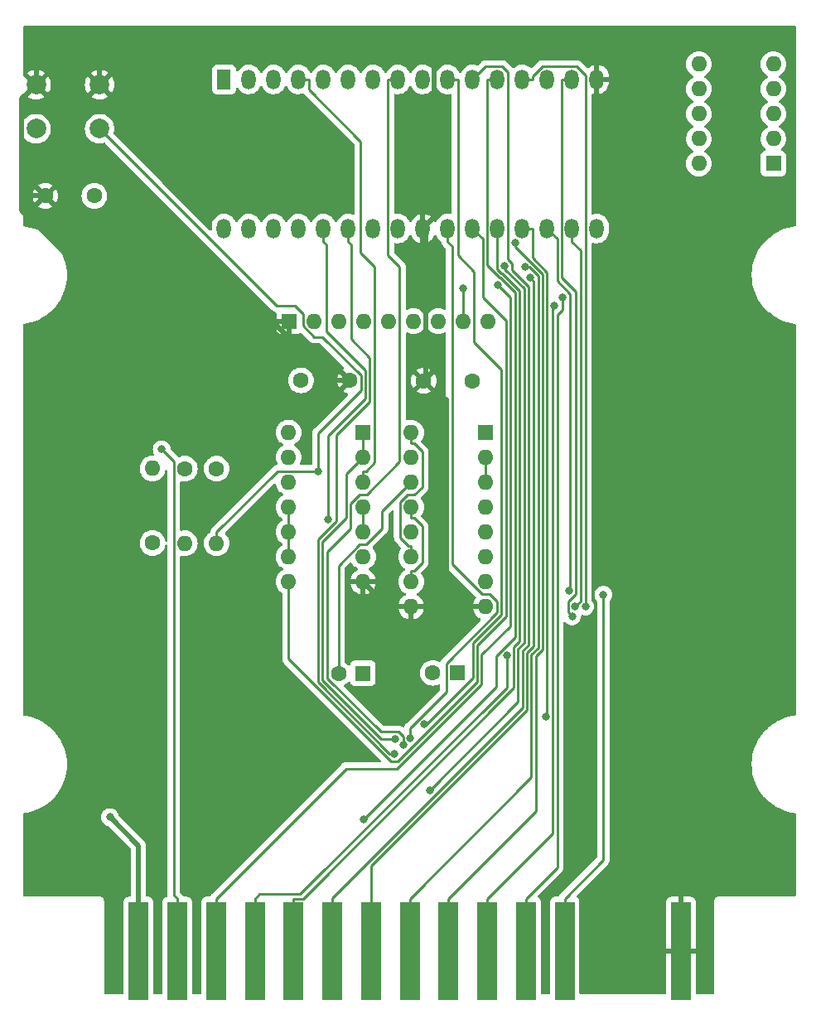
<source format=gbr>
G04 #@! TF.GenerationSoftware,KiCad,Pcbnew,(6.0.9)*
G04 #@! TF.CreationDate,2023-08-06T15:24:48+02:00*
G04 #@! TF.ProjectId,p2000t-multicartridge-zif,70323030-3074-42d6-9d75-6c7469636172,rev?*
G04 #@! TF.SameCoordinates,Original*
G04 #@! TF.FileFunction,Copper,L1,Top*
G04 #@! TF.FilePolarity,Positive*
%FSLAX46Y46*%
G04 Gerber Fmt 4.6, Leading zero omitted, Abs format (unit mm)*
G04 Created by KiCad (PCBNEW (6.0.9)) date 2023-08-06 15:24:48*
%MOMM*%
%LPD*%
G01*
G04 APERTURE LIST*
G04 #@! TA.AperFunction,ComponentPad*
%ADD10C,2.000000*%
G04 #@! TD*
G04 #@! TA.AperFunction,ComponentPad*
%ADD11R,1.600000X1.600000*%
G04 #@! TD*
G04 #@! TA.AperFunction,ComponentPad*
%ADD12O,1.600000X1.600000*%
G04 #@! TD*
G04 #@! TA.AperFunction,ComponentPad*
%ADD13C,1.600000*%
G04 #@! TD*
G04 #@! TA.AperFunction,SMDPad,CuDef*
%ADD14R,2.000000X10.000000*%
G04 #@! TD*
G04 #@! TA.AperFunction,ComponentPad*
%ADD15R,1.440000X2.000000*%
G04 #@! TD*
G04 #@! TA.AperFunction,ComponentPad*
%ADD16O,1.440000X2.000000*%
G04 #@! TD*
G04 #@! TA.AperFunction,ViaPad*
%ADD17C,0.800000*%
G04 #@! TD*
G04 #@! TA.AperFunction,Conductor*
%ADD18C,0.500000*%
G04 #@! TD*
G04 #@! TA.AperFunction,Conductor*
%ADD19C,0.250000*%
G04 #@! TD*
G04 APERTURE END LIST*
D10*
X44997000Y-50695000D03*
X51497000Y-50695000D03*
X51497000Y-55195000D03*
X44997000Y-55195000D03*
D11*
X120347000Y-58745000D03*
D12*
X120347000Y-56205000D03*
X120347000Y-53665000D03*
X120347000Y-51125000D03*
X120347000Y-48585000D03*
X112727000Y-48585000D03*
X112727000Y-51125000D03*
X112727000Y-53665000D03*
X112727000Y-56205000D03*
X112727000Y-58745000D03*
D11*
X78421000Y-86237000D03*
D12*
X78421000Y-88777000D03*
X78421000Y-91317000D03*
X78421000Y-93857000D03*
X78421000Y-96397000D03*
X78421000Y-98937000D03*
X78421000Y-101477000D03*
X70801000Y-101477000D03*
X70801000Y-98937000D03*
X70801000Y-96397000D03*
X70801000Y-93857000D03*
X70801000Y-91317000D03*
X70801000Y-88777000D03*
X70801000Y-86237000D03*
D13*
X72071000Y-80903000D03*
X77071000Y-80903000D03*
X50947000Y-62045000D03*
X45947000Y-62045000D03*
D11*
X90947000Y-86245000D03*
D12*
X90947000Y-88785000D03*
X90947000Y-91325000D03*
X90947000Y-93865000D03*
X90947000Y-96405000D03*
X90947000Y-98945000D03*
X90947000Y-101485000D03*
X90947000Y-104025000D03*
X83327000Y-104025000D03*
X83327000Y-101485000D03*
X83327000Y-98945000D03*
X83327000Y-96405000D03*
X83327000Y-93865000D03*
X83327000Y-91325000D03*
X83327000Y-88785000D03*
X83327000Y-86245000D03*
D11*
X78397000Y-110845000D03*
D13*
X75897000Y-110845000D03*
X89597000Y-80945000D03*
X84597000Y-80945000D03*
X63447000Y-89935000D03*
D12*
X63447000Y-97555000D03*
D13*
X60197000Y-89935000D03*
D12*
X60197000Y-97555000D03*
D13*
X56897000Y-97525000D03*
D12*
X56897000Y-89905000D03*
D14*
X55465000Y-139192000D03*
X59425000Y-139192000D03*
X63385000Y-139192000D03*
X67345000Y-139192000D03*
X71305000Y-139192000D03*
X75265000Y-139192000D03*
X79225000Y-139192000D03*
X83185000Y-139192000D03*
X87145000Y-139192000D03*
X91105000Y-139192000D03*
X95065000Y-139192000D03*
X99025000Y-139192000D03*
X110905000Y-139192000D03*
D11*
X88043000Y-110803000D03*
D13*
X85543000Y-110803000D03*
D11*
X70872000Y-74845000D03*
D12*
X73412000Y-74845000D03*
X75952000Y-74845000D03*
X78492000Y-74845000D03*
X81032000Y-74845000D03*
X83572000Y-74845000D03*
X86112000Y-74845000D03*
X88652000Y-74845000D03*
X91192000Y-74845000D03*
D15*
X64207000Y-50152500D03*
D16*
X66747000Y-50152500D03*
X69287000Y-50152500D03*
X71827000Y-50152500D03*
X74367000Y-50152500D03*
X76907000Y-50152500D03*
X79447000Y-50152500D03*
X81987000Y-50152500D03*
X84527000Y-50152500D03*
X87067000Y-50152500D03*
X89607000Y-50152500D03*
X92147000Y-50152500D03*
X94687000Y-50152500D03*
X97227000Y-50152500D03*
X99767000Y-50152500D03*
X102307000Y-50152500D03*
X102307000Y-65392500D03*
X99767000Y-65392500D03*
X97227000Y-65392500D03*
X94687000Y-65392500D03*
X92147000Y-65392500D03*
X89607000Y-65392500D03*
X87067000Y-65392500D03*
X84527000Y-65392500D03*
X81987000Y-65392500D03*
X79447000Y-65392500D03*
X76907000Y-65392500D03*
X74367000Y-65392500D03*
X71827000Y-65392500D03*
X69287000Y-65392500D03*
X66747000Y-65392500D03*
X64207000Y-65392500D03*
D17*
X117047000Y-124645000D03*
X52547000Y-125545000D03*
X57834500Y-87946500D03*
X92155600Y-71141600D03*
X93087600Y-109035700D03*
X99445900Y-102432200D03*
X95461000Y-70422300D03*
X94961200Y-69340900D03*
X93949000Y-66875100D03*
X97971800Y-73263600D03*
X98795000Y-72471600D03*
X83246000Y-117461400D03*
X81642100Y-119065300D03*
X92890000Y-69240600D03*
X85251600Y-122801300D03*
X82520700Y-118186700D03*
X84691000Y-116016300D03*
X78471900Y-125804400D03*
X97063400Y-115291000D03*
X100091700Y-104000000D03*
X99782000Y-105014500D03*
X101133900Y-104016400D03*
X102975400Y-102811400D03*
X81736700Y-117556000D03*
X88598500Y-71493000D03*
X74851500Y-95107300D03*
X73851600Y-90191600D03*
D18*
X51497000Y-50695000D02*
X51497000Y-46895000D01*
X85697000Y-64222500D02*
X85697000Y-46595000D01*
X44347000Y-62045000D02*
X45947000Y-62045000D01*
X84862000Y-65727500D02*
X84527000Y-65392500D01*
X83327000Y-104025000D02*
X80969000Y-104025000D01*
X116947000Y-68045000D02*
X122347000Y-62645000D01*
X117047000Y-110845000D02*
X121347000Y-106545000D01*
X69147000Y-74845000D02*
X66747000Y-74845000D01*
X121647000Y-45445000D02*
X106047000Y-45445000D01*
X86947000Y-82845000D02*
X86497000Y-82845000D01*
X44997000Y-50695000D02*
X43547000Y-52145000D01*
X121347000Y-106545000D02*
X121347000Y-78445000D01*
X110905000Y-139192000D02*
X110905000Y-130787000D01*
X88527000Y-104025000D02*
X90947000Y-104025000D01*
X110905000Y-130787000D02*
X117047000Y-124645000D01*
X44997000Y-48395000D02*
X44997000Y-50695000D01*
X105047000Y-45445000D02*
X102307000Y-48185000D01*
X84527000Y-65392500D02*
X85697000Y-64222500D01*
X51497000Y-46895000D02*
X52947000Y-45445000D01*
X84547000Y-45445000D02*
X52947000Y-45445000D01*
X69147000Y-74845000D02*
X70872000Y-74845000D01*
X83327000Y-104025000D02*
X88527000Y-104025000D01*
X84597000Y-80945000D02*
X84862000Y-80680000D01*
X77071000Y-80903000D02*
X75205000Y-80903000D01*
X80969000Y-104025000D02*
X78421000Y-101477000D01*
X47947000Y-45445000D02*
X44997000Y-48395000D01*
X102307000Y-48185000D02*
X102307000Y-50152500D01*
X52947000Y-45445000D02*
X47947000Y-45445000D01*
X43547000Y-61245000D02*
X43547000Y-63545000D01*
X86497000Y-82845000D02*
X84597000Y-80945000D01*
X43547000Y-52145000D02*
X43547000Y-61245000D01*
X84862000Y-80680000D02*
X84862000Y-65727500D01*
X90947000Y-104025000D02*
X88527000Y-104025000D01*
X75205000Y-80903000D02*
X69147000Y-74845000D01*
X116947000Y-74045000D02*
X116947000Y-68045000D01*
X117047000Y-124645000D02*
X117047000Y-110845000D01*
X88527000Y-104025000D02*
X86947000Y-102445000D01*
X106047000Y-45445000D02*
X105047000Y-45445000D01*
X106047000Y-45445000D02*
X105047000Y-45445000D01*
X48647000Y-73845000D02*
X49647000Y-74845000D01*
X86947000Y-102445000D02*
X86947000Y-82845000D01*
X122347000Y-62645000D02*
X122347000Y-46145000D01*
X121347000Y-78445000D02*
X116947000Y-74045000D01*
X43547000Y-63545000D02*
X48647000Y-68645000D01*
X85697000Y-46595000D02*
X84547000Y-45445000D01*
X48647000Y-68645000D02*
X48647000Y-73845000D01*
X66747000Y-74845000D02*
X69147000Y-74845000D01*
X122347000Y-46145000D02*
X121647000Y-45445000D01*
X105047000Y-45445000D02*
X84547000Y-45445000D01*
X43547000Y-61245000D02*
X44347000Y-62045000D01*
X49647000Y-74845000D02*
X66747000Y-74845000D01*
D19*
X83045600Y-97819700D02*
X83327000Y-97819700D01*
D18*
X55465000Y-128463000D02*
X52547000Y-125545000D01*
D19*
X90947000Y-91325000D02*
X90947000Y-88785000D01*
X84455400Y-88217400D02*
X84455400Y-91816600D01*
X83327000Y-98945000D02*
X83327000Y-97819700D01*
X83327000Y-87370300D02*
X83608300Y-87370300D01*
X83677000Y-92595000D02*
X82945900Y-92595000D01*
X82201700Y-96975800D02*
X83045600Y-97819700D01*
X83327000Y-86245000D02*
X83327000Y-87370300D01*
X82201700Y-93339200D02*
X82201700Y-96975800D01*
X84455400Y-91816600D02*
X83677000Y-92595000D01*
X82945900Y-92595000D02*
X82201700Y-93339200D01*
D18*
X55465000Y-139192000D02*
X55465000Y-128463000D01*
D19*
X83608300Y-87370300D02*
X84455400Y-88217400D01*
X59425000Y-133866700D02*
X59071600Y-133513300D01*
X59425000Y-139192000D02*
X59425000Y-133866700D01*
X59071600Y-133513300D02*
X59071600Y-89183600D01*
X59071600Y-89183600D02*
X57834500Y-87946500D01*
X90519200Y-111939300D02*
X90519200Y-108947900D01*
X93461100Y-72447100D02*
X92155600Y-71141600D01*
X81886800Y-120571700D02*
X90519200Y-111939300D01*
X76680000Y-120571700D02*
X81886800Y-120571700D01*
X93461100Y-106006000D02*
X93461100Y-72447100D01*
X63385000Y-133866700D02*
X76680000Y-120571700D01*
X63385000Y-139192000D02*
X63385000Y-133866700D01*
X90519200Y-108947900D02*
X93461100Y-106006000D01*
X93087600Y-112298400D02*
X93087600Y-109035700D01*
X97227000Y-65392500D02*
X98271300Y-66436800D01*
X71969700Y-133416300D02*
X93087600Y-112298400D01*
X99583400Y-72084400D02*
X99583400Y-102294700D01*
X67795400Y-133416300D02*
X71969700Y-133416300D01*
X67345000Y-133866700D02*
X67795400Y-133416300D01*
X98271300Y-66436800D02*
X98271300Y-70772300D01*
X98271300Y-70772300D02*
X99583400Y-72084400D01*
X99583400Y-102294700D02*
X99445900Y-102432200D01*
X67345000Y-139192000D02*
X67345000Y-133866700D01*
X92147000Y-69565100D02*
X92147000Y-66717800D01*
X92147000Y-65392500D02*
X92147000Y-66717800D01*
X94406300Y-71729600D02*
X92642700Y-69966000D01*
X92547900Y-69966000D02*
X92147000Y-69565100D01*
X93813000Y-108172600D02*
X94406300Y-107579300D01*
X92642700Y-69966000D02*
X92547900Y-69966000D01*
X71305000Y-139192000D02*
X71305000Y-133866700D01*
X72270300Y-133866700D02*
X93813000Y-112324000D01*
X94406300Y-107579300D02*
X94406300Y-71729600D01*
X71305000Y-133866700D02*
X72270300Y-133866700D01*
X93813000Y-112324000D02*
X93813000Y-108172600D01*
X93192500Y-49376700D02*
X92639900Y-48824100D01*
X75265000Y-133813700D02*
X94713600Y-114365100D01*
X93615300Y-69602500D02*
X93615300Y-68940100D01*
X75265000Y-139192000D02*
X75265000Y-133813700D01*
X95339300Y-71326500D02*
X93615300Y-69602500D01*
X92639900Y-48824100D02*
X90935400Y-48824100D01*
X93615300Y-68940100D02*
X93192500Y-68517300D01*
X90935400Y-48824100D02*
X89607000Y-50152500D01*
X93192500Y-68517300D02*
X93192500Y-49376700D01*
X94713600Y-108545800D02*
X95339300Y-107920100D01*
X94713600Y-114365100D02*
X94713600Y-108545800D01*
X95339300Y-107920100D02*
X95339300Y-71326500D01*
X95826700Y-108069600D02*
X95826700Y-70788000D01*
X95163900Y-114604600D02*
X95163900Y-108732400D01*
X95163900Y-108732400D02*
X95826700Y-108069600D01*
X95826700Y-70788000D02*
X95461000Y-70422300D01*
X79225000Y-130543500D02*
X95163900Y-114604600D01*
X79225000Y-139192000D02*
X79225000Y-130543500D01*
X83185000Y-139192000D02*
X83185000Y-133866700D01*
X96329300Y-70264800D02*
X95405500Y-69341000D01*
X95405500Y-69341000D02*
X94961200Y-69341000D01*
X95614200Y-108919000D02*
X96329300Y-108203900D01*
X96329300Y-108203900D02*
X96329300Y-70264800D01*
X83185000Y-133866700D02*
X95614200Y-121437500D01*
X95614200Y-121437500D02*
X95614200Y-108919000D01*
X94961200Y-69341000D02*
X94961200Y-69340900D01*
X96064500Y-109105600D02*
X96064500Y-124947200D01*
X87145000Y-139192000D02*
X87145000Y-133866700D01*
X96779600Y-108390500D02*
X96064500Y-109105600D01*
X93949000Y-67247600D02*
X96779600Y-70078200D01*
X96779600Y-70078200D02*
X96779600Y-108390500D01*
X93949000Y-66875100D02*
X93949000Y-67247600D01*
X96064500Y-124947200D02*
X87145000Y-133866700D01*
X91105000Y-133866700D02*
X97788800Y-127182900D01*
X97788800Y-73446600D02*
X97971800Y-73263600D01*
X91105000Y-139192000D02*
X91105000Y-133866700D01*
X97788800Y-127182900D02*
X97788800Y-73446600D01*
X98795000Y-73695300D02*
X98795000Y-72471600D01*
X98270200Y-130661500D02*
X98270200Y-74220100D01*
X98270200Y-74220100D02*
X98795000Y-73695300D01*
X95065000Y-133866700D02*
X98270200Y-130661500D01*
X95065000Y-139192000D02*
X95065000Y-133866700D01*
X79620100Y-69326500D02*
X78177000Y-67883400D01*
X78421000Y-90191700D02*
X78702300Y-90191700D01*
X78421000Y-91317000D02*
X78421000Y-90191700D01*
X79620100Y-89273900D02*
X79620100Y-69326500D01*
X71827000Y-50152500D02*
X72872300Y-50152500D01*
X72872300Y-51197800D02*
X72872300Y-50152500D01*
X78177000Y-67883400D02*
X78177000Y-56502500D01*
X78177000Y-56502500D02*
X72872300Y-51197800D01*
X78702300Y-90191700D02*
X79620100Y-89273900D01*
X83246000Y-116435600D02*
X83246000Y-117461400D01*
X92110100Y-104639200D02*
X86917700Y-109831600D01*
X87067000Y-66717800D02*
X87526600Y-67177400D01*
X87526600Y-67177400D02*
X87526600Y-99710100D01*
X86917700Y-109831600D02*
X86917700Y-112763900D01*
X91321600Y-102755000D02*
X92110100Y-103543500D01*
X90571500Y-102755000D02*
X91321600Y-102755000D01*
X87526600Y-99710100D02*
X90571500Y-102755000D01*
X87067000Y-65392500D02*
X87067000Y-66717800D01*
X86917700Y-112763900D02*
X83246000Y-116435600D01*
X92110100Y-103543500D02*
X92110100Y-104639200D01*
X75719600Y-95291100D02*
X75719600Y-86481600D01*
X79110500Y-78584300D02*
X77222000Y-76695800D01*
X81642100Y-119065300D02*
X81138800Y-119065300D01*
X75719600Y-86481600D02*
X79110500Y-83090700D01*
X77222000Y-76695800D02*
X77222000Y-67032800D01*
X73815000Y-97195700D02*
X75719600Y-95291100D01*
X81138800Y-119065300D02*
X73815000Y-111741500D01*
X79110500Y-83090700D02*
X79110500Y-78584300D01*
X77222000Y-67032800D02*
X76907000Y-66717800D01*
X73815000Y-111741500D02*
X73815000Y-97195700D01*
X76907000Y-65392500D02*
X76907000Y-66717800D01*
X94263300Y-108359200D02*
X94889000Y-107733500D01*
X92890000Y-69514100D02*
X92890000Y-69240600D01*
X85251600Y-122801300D02*
X94263300Y-113789600D01*
X94889000Y-71513100D02*
X92890000Y-69514100D01*
X94263300Y-113789600D02*
X94263300Y-108359200D01*
X94889000Y-107733500D02*
X94889000Y-71513100D01*
X82157400Y-89220000D02*
X78790400Y-92587000D01*
X78088500Y-92587000D02*
X77164000Y-93511500D01*
X82157400Y-69323800D02*
X82157400Y-89220000D01*
X80222100Y-116830700D02*
X82037200Y-116830700D01*
X82037200Y-116830700D02*
X82520700Y-117314200D01*
X74764100Y-111372700D02*
X80222100Y-116830700D01*
X77164000Y-93511500D02*
X77164000Y-96052500D01*
X74764100Y-98452400D02*
X74764100Y-111372700D01*
X82520700Y-117314200D02*
X82520700Y-118186700D01*
X80941700Y-68108100D02*
X82157400Y-69323800D01*
X81987000Y-50152500D02*
X80941700Y-50152500D01*
X77164000Y-96052500D02*
X74764100Y-98452400D01*
X78790400Y-92587000D02*
X78088500Y-92587000D01*
X80941700Y-50152500D02*
X80941700Y-68108100D01*
X89778800Y-76978800D02*
X92560400Y-79760400D01*
X88112300Y-50152500D02*
X88112300Y-68116700D01*
X84910000Y-116016300D02*
X84691000Y-116016300D01*
X89618500Y-107767700D02*
X89618500Y-111307800D01*
X87067000Y-50152500D02*
X88112300Y-50152500D01*
X92560400Y-79760400D02*
X92560400Y-104825800D01*
X92560400Y-104825800D02*
X89618500Y-107767700D01*
X89778800Y-69783200D02*
X89778800Y-76978800D01*
X89618500Y-111307800D02*
X84910000Y-116016300D01*
X88112300Y-68116700D02*
X89778800Y-69783200D01*
X92017900Y-109079600D02*
X93955100Y-107142400D01*
X93955100Y-71915300D02*
X92456100Y-70416300D01*
X92456100Y-70416300D02*
X92361300Y-70416300D01*
X92361300Y-70416300D02*
X91101700Y-69156700D01*
X92147000Y-50152500D02*
X91101700Y-50152500D01*
X78471900Y-125804400D02*
X92017900Y-112258400D01*
X93955100Y-107142400D02*
X93955100Y-71915300D01*
X92017900Y-112258400D02*
X92017900Y-109079600D01*
X91101700Y-69156700D02*
X91101700Y-50152500D01*
X95732300Y-65392500D02*
X95732300Y-68394000D01*
X94687000Y-65392500D02*
X95732300Y-65392500D01*
X97229900Y-69891600D02*
X97229900Y-115124500D01*
X97229900Y-115124500D02*
X97063400Y-115291000D01*
X95732300Y-68394000D02*
X97229900Y-69891600D01*
X99767000Y-65392500D02*
X99767000Y-66717800D01*
X100621500Y-67572300D02*
X99767000Y-66717800D01*
X100091700Y-104000000D02*
X100621500Y-103470200D01*
X100621500Y-103470200D02*
X100621500Y-67572300D01*
X100171200Y-71810000D02*
X98721700Y-70360500D01*
X99366300Y-104598800D02*
X99366300Y-103537600D01*
X99767000Y-50152500D02*
X98721700Y-50152500D01*
X98721700Y-70360500D02*
X98721700Y-50152500D01*
X100171200Y-102732700D02*
X100171200Y-71810000D01*
X99782000Y-105014500D02*
X99366300Y-104598800D01*
X99366300Y-103537600D02*
X100171200Y-102732700D01*
X100245400Y-48816300D02*
X101133900Y-49704800D01*
X101133900Y-49704800D02*
X101133900Y-104016400D01*
X94687000Y-50152500D02*
X95732300Y-50152500D01*
X95732300Y-50152500D02*
X95732300Y-49846300D01*
X96762300Y-48816300D02*
X100245400Y-48816300D01*
X95732300Y-49846300D02*
X96762300Y-48816300D01*
X102975400Y-102811400D02*
X102975400Y-129916300D01*
X78421000Y-93857000D02*
X78421000Y-96397000D01*
X102975400Y-129916300D02*
X99025000Y-133866700D01*
X99025000Y-139192000D02*
X99025000Y-133866700D01*
X76713600Y-90484400D02*
X78421000Y-88777000D01*
X80274200Y-117556000D02*
X74268700Y-111550500D01*
X76713600Y-94934000D02*
X76713600Y-90484400D01*
X81736700Y-117556000D02*
X80274200Y-117556000D01*
X74268700Y-97378900D02*
X76713600Y-94934000D01*
X74268700Y-111550500D02*
X74268700Y-97378900D01*
X78421000Y-86237000D02*
X78421000Y-88777000D01*
X88598500Y-73666200D02*
X88598500Y-71493000D01*
X88652000Y-74845000D02*
X88652000Y-73719700D01*
X88652000Y-73719700D02*
X88598500Y-73666200D01*
X74682000Y-75871300D02*
X78660100Y-79849400D01*
X74367000Y-66717800D02*
X74682000Y-67032800D01*
X78660100Y-79849400D02*
X78660100Y-82734700D01*
X74367000Y-65392500D02*
X74367000Y-66717800D01*
X74851500Y-86543300D02*
X74851500Y-95107300D01*
X74682000Y-67032800D02*
X74682000Y-75871300D01*
X78660100Y-82734700D02*
X74851500Y-86543300D01*
X81257300Y-119834000D02*
X70801000Y-109377700D01*
X70801000Y-109377700D02*
X70801000Y-101477000D01*
X93010700Y-105012400D02*
X90068800Y-107954300D01*
X89607000Y-65392500D02*
X90651300Y-66436800D01*
X90068800Y-111719000D02*
X81953800Y-119834000D01*
X90651300Y-72404400D02*
X93010700Y-74763800D01*
X81953800Y-119834000D02*
X81257300Y-119834000D01*
X90068800Y-107954300D02*
X90068800Y-111719000D01*
X90651300Y-66436800D02*
X90651300Y-72404400D01*
X93010700Y-74763800D02*
X93010700Y-105012400D01*
X70801000Y-96397000D02*
X70801000Y-98937000D01*
X70801000Y-93857000D02*
X70801000Y-96397000D01*
X83327000Y-91325000D02*
X80354700Y-94297300D01*
X78069300Y-97667000D02*
X75897000Y-99839300D01*
X80354700Y-94297300D02*
X80354700Y-96058400D01*
X75897000Y-99839300D02*
X75897000Y-110845000D01*
X78746100Y-97667000D02*
X78069300Y-97667000D01*
X80354700Y-96058400D02*
X78746100Y-97667000D01*
X69685100Y-90191600D02*
X73851600Y-90191600D01*
X63447000Y-96429700D02*
X69685100Y-90191600D01*
X72270800Y-74151900D02*
X72270800Y-75340800D01*
X72270800Y-75340800D02*
X73396300Y-76466300D01*
X78196900Y-80413700D02*
X78196900Y-81940900D01*
X78196900Y-81940900D02*
X73851600Y-86286200D01*
X73851600Y-86286200D02*
X73851600Y-90191600D01*
X51497000Y-55195000D02*
X69613700Y-73311700D01*
X71430600Y-73311700D02*
X72270800Y-74151900D01*
X74249500Y-76466300D02*
X78196900Y-80413700D01*
X63447000Y-97555000D02*
X63447000Y-96429700D01*
X69613700Y-73311700D02*
X71430600Y-73311700D01*
X73396300Y-76466300D02*
X74249500Y-76466300D01*
X84452300Y-99515800D02*
X83608400Y-100359700D01*
X83327000Y-94990300D02*
X83608300Y-94990300D01*
X83608300Y-94990300D02*
X84452300Y-95834300D01*
X83608400Y-100359700D02*
X83327000Y-100359700D01*
X84452300Y-95834300D02*
X84452300Y-99515800D01*
X83327000Y-93865000D02*
X83327000Y-94990300D01*
X83327000Y-101485000D02*
X83327000Y-100359700D01*
G04 #@! TA.AperFunction,Conductor*
G36*
X122580621Y-44673502D02*
G01*
X122627114Y-44727158D01*
X122638500Y-44779500D01*
X122638500Y-65049728D01*
X122618498Y-65117849D01*
X122564842Y-65164342D01*
X122528946Y-65174650D01*
X122279179Y-65207532D01*
X122279173Y-65207533D01*
X122276454Y-65207891D01*
X121849470Y-65302551D01*
X121846845Y-65303379D01*
X121846840Y-65303380D01*
X121434988Y-65433236D01*
X121434980Y-65433239D01*
X121432360Y-65434065D01*
X121028300Y-65601433D01*
X120640364Y-65803379D01*
X120446241Y-65927049D01*
X120278021Y-66034217D01*
X120271505Y-66038368D01*
X120269337Y-66040032D01*
X120269325Y-66040040D01*
X120114697Y-66158691D01*
X119924531Y-66304611D01*
X119922503Y-66306469D01*
X119922495Y-66306476D01*
X119655042Y-66551551D01*
X119602081Y-66600081D01*
X119600230Y-66602101D01*
X119308476Y-66920495D01*
X119308469Y-66920503D01*
X119306611Y-66922531D01*
X119304929Y-66924723D01*
X119042040Y-67267325D01*
X119042032Y-67267337D01*
X119040368Y-67269505D01*
X118805379Y-67638364D01*
X118603433Y-68026300D01*
X118436065Y-68430360D01*
X118435239Y-68432980D01*
X118435236Y-68432988D01*
X118352980Y-68693873D01*
X118304551Y-68847470D01*
X118209891Y-69274454D01*
X118209533Y-69277173D01*
X118209532Y-69277179D01*
X118208286Y-69286644D01*
X118152805Y-69708065D01*
X118152685Y-69710814D01*
X118152684Y-69710825D01*
X118139679Y-70008700D01*
X118133728Y-70145000D01*
X118133848Y-70147748D01*
X118151473Y-70551423D01*
X118152805Y-70581935D01*
X118209891Y-71015546D01*
X118304551Y-71442530D01*
X118305379Y-71445155D01*
X118305380Y-71445160D01*
X118424938Y-71824349D01*
X118436065Y-71859640D01*
X118603433Y-72263700D01*
X118805379Y-72651636D01*
X119040368Y-73020495D01*
X119042032Y-73022663D01*
X119042040Y-73022675D01*
X119209396Y-73240776D01*
X119306611Y-73367469D01*
X119308469Y-73369497D01*
X119308476Y-73369505D01*
X119576772Y-73662299D01*
X119602081Y-73689919D01*
X119604101Y-73691770D01*
X119922495Y-73983524D01*
X119922503Y-73983531D01*
X119924531Y-73985389D01*
X119926723Y-73987071D01*
X120269325Y-74249960D01*
X120269337Y-74249968D01*
X120271505Y-74251632D01*
X120273817Y-74253105D01*
X120273820Y-74253107D01*
X120326679Y-74286782D01*
X120640364Y-74486621D01*
X121028300Y-74688567D01*
X121432360Y-74855935D01*
X121434980Y-74856761D01*
X121434988Y-74856764D01*
X121846840Y-74986620D01*
X121846845Y-74986621D01*
X121849470Y-74987449D01*
X122276454Y-75082109D01*
X122279173Y-75082467D01*
X122279179Y-75082468D01*
X122528946Y-75115350D01*
X122593873Y-75144072D01*
X122632965Y-75203337D01*
X122638500Y-75240272D01*
X122638500Y-77805386D01*
X122638501Y-83405387D01*
X122638501Y-94805386D01*
X122638500Y-100417386D01*
X122638500Y-115049728D01*
X122618498Y-115117849D01*
X122564842Y-115164342D01*
X122528946Y-115174650D01*
X122279179Y-115207532D01*
X122279173Y-115207533D01*
X122276454Y-115207891D01*
X121849470Y-115302551D01*
X121846845Y-115303379D01*
X121846840Y-115303380D01*
X121434988Y-115433236D01*
X121434980Y-115433239D01*
X121432360Y-115434065D01*
X121028300Y-115601433D01*
X120640364Y-115803379D01*
X120446241Y-115927049D01*
X120287703Y-116028049D01*
X120271505Y-116038368D01*
X120269337Y-116040032D01*
X120269325Y-116040040D01*
X119995472Y-116250176D01*
X119924531Y-116304611D01*
X119922503Y-116306469D01*
X119922495Y-116306476D01*
X119794587Y-116423682D01*
X119602081Y-116600081D01*
X119600230Y-116602101D01*
X119308476Y-116920495D01*
X119308469Y-116920503D01*
X119306611Y-116922531D01*
X119304929Y-116924723D01*
X119042040Y-117267325D01*
X119042032Y-117267337D01*
X119040368Y-117269505D01*
X118805379Y-117638364D01*
X118603433Y-118026300D01*
X118436065Y-118430360D01*
X118304551Y-118847470D01*
X118209891Y-119274454D01*
X118152805Y-119708065D01*
X118152685Y-119710814D01*
X118152684Y-119710825D01*
X118140780Y-119983472D01*
X118133728Y-120145000D01*
X118133848Y-120147748D01*
X118150810Y-120536235D01*
X118152805Y-120581935D01*
X118209891Y-121015546D01*
X118304551Y-121442530D01*
X118436065Y-121859640D01*
X118603433Y-122263700D01*
X118805379Y-122651636D01*
X119040368Y-123020495D01*
X119042032Y-123022663D01*
X119042040Y-123022675D01*
X119279798Y-123332526D01*
X119306611Y-123367469D01*
X119308469Y-123369497D01*
X119308476Y-123369505D01*
X119409878Y-123480166D01*
X119602081Y-123689919D01*
X119604101Y-123691770D01*
X119922495Y-123983524D01*
X119922503Y-123983531D01*
X119924531Y-123985389D01*
X119926723Y-123987071D01*
X120269325Y-124249960D01*
X120269337Y-124249968D01*
X120271505Y-124251632D01*
X120640364Y-124486621D01*
X121028300Y-124688567D01*
X121432360Y-124855935D01*
X121434980Y-124856761D01*
X121434988Y-124856764D01*
X121846840Y-124986620D01*
X121846845Y-124986621D01*
X121849470Y-124987449D01*
X122276454Y-125082109D01*
X122279173Y-125082467D01*
X122279179Y-125082468D01*
X122528946Y-125115350D01*
X122593873Y-125144072D01*
X122632965Y-125203337D01*
X122638500Y-125240272D01*
X122638500Y-133510500D01*
X122618498Y-133578621D01*
X122564842Y-133625114D01*
X122512500Y-133636500D01*
X114816623Y-133636500D01*
X114815853Y-133636498D01*
X114815037Y-133636493D01*
X114738279Y-133636024D01*
X114716807Y-133642161D01*
X114709847Y-133644150D01*
X114693085Y-133647728D01*
X114663813Y-133651920D01*
X114655645Y-133655634D01*
X114655644Y-133655634D01*
X114640438Y-133662548D01*
X114622914Y-133668996D01*
X114598229Y-133676051D01*
X114590635Y-133680843D01*
X114590632Y-133680844D01*
X114573220Y-133691830D01*
X114558137Y-133699969D01*
X114531218Y-133712208D01*
X114524416Y-133718069D01*
X114511765Y-133728970D01*
X114496761Y-133740073D01*
X114475042Y-133753776D01*
X114469103Y-133760501D01*
X114469099Y-133760504D01*
X114455468Y-133775938D01*
X114443276Y-133787982D01*
X114427673Y-133801427D01*
X114427671Y-133801430D01*
X114420873Y-133807287D01*
X114415993Y-133814816D01*
X114415992Y-133814817D01*
X114406906Y-133828835D01*
X114395615Y-133843709D01*
X114384569Y-133856217D01*
X114378622Y-133862951D01*
X114372312Y-133876391D01*
X114366058Y-133889711D01*
X114357737Y-133904691D01*
X114346529Y-133921983D01*
X114346527Y-133921988D01*
X114341648Y-133929515D01*
X114339078Y-133938108D01*
X114339076Y-133938113D01*
X114334289Y-133954120D01*
X114327628Y-133971564D01*
X114320533Y-133986676D01*
X114316719Y-133994800D01*
X114315338Y-134003667D01*
X114315338Y-134003668D01*
X114312170Y-134024015D01*
X114308387Y-134040732D01*
X114302485Y-134060466D01*
X114302484Y-134060472D01*
X114299914Y-134069066D01*
X114299859Y-134078037D01*
X114299859Y-134078038D01*
X114299704Y-134103497D01*
X114299671Y-134104289D01*
X114299500Y-134105386D01*
X114299500Y-134136377D01*
X114299498Y-134137147D01*
X114299024Y-134214721D01*
X114299408Y-134216065D01*
X114299500Y-134217410D01*
X114299500Y-143510500D01*
X114279498Y-143578621D01*
X114225842Y-143625114D01*
X114173500Y-143636500D01*
X112539000Y-143636500D01*
X112470879Y-143616498D01*
X112424386Y-143562842D01*
X112413000Y-143510500D01*
X112413000Y-139464115D01*
X112408525Y-139448876D01*
X112407135Y-139447671D01*
X112399452Y-139446000D01*
X109415116Y-139446000D01*
X109399877Y-139450475D01*
X109398672Y-139451865D01*
X109397001Y-139459548D01*
X109397001Y-143510500D01*
X109376999Y-143578621D01*
X109323343Y-143625114D01*
X109271001Y-143636500D01*
X100659500Y-143636500D01*
X100591379Y-143616498D01*
X100544886Y-143562842D01*
X100533500Y-143510500D01*
X100533500Y-138919885D01*
X109397000Y-138919885D01*
X109401475Y-138935124D01*
X109402865Y-138936329D01*
X109410548Y-138938000D01*
X110632885Y-138938000D01*
X110648124Y-138933525D01*
X110649329Y-138932135D01*
X110651000Y-138924452D01*
X110651000Y-138919885D01*
X111159000Y-138919885D01*
X111163475Y-138935124D01*
X111164865Y-138936329D01*
X111172548Y-138938000D01*
X112394884Y-138938000D01*
X112410123Y-138933525D01*
X112411328Y-138932135D01*
X112412999Y-138924452D01*
X112412999Y-134147331D01*
X112412629Y-134140510D01*
X112407105Y-134089648D01*
X112403479Y-134074396D01*
X112358324Y-133953946D01*
X112349786Y-133938351D01*
X112273285Y-133836276D01*
X112260724Y-133823715D01*
X112158649Y-133747214D01*
X112143054Y-133738676D01*
X112022606Y-133693522D01*
X112007351Y-133689895D01*
X111956486Y-133684369D01*
X111949672Y-133684000D01*
X111177115Y-133684000D01*
X111161876Y-133688475D01*
X111160671Y-133689865D01*
X111159000Y-133697548D01*
X111159000Y-138919885D01*
X110651000Y-138919885D01*
X110651000Y-133702116D01*
X110646525Y-133686877D01*
X110645135Y-133685672D01*
X110637452Y-133684001D01*
X109860331Y-133684001D01*
X109853510Y-133684371D01*
X109802648Y-133689895D01*
X109787396Y-133693521D01*
X109666946Y-133738676D01*
X109651351Y-133747214D01*
X109549276Y-133823715D01*
X109536715Y-133836276D01*
X109460214Y-133938351D01*
X109451676Y-133953946D01*
X109406522Y-134074394D01*
X109402895Y-134089649D01*
X109397369Y-134140514D01*
X109397000Y-134147328D01*
X109397000Y-138919885D01*
X100533500Y-138919885D01*
X100533500Y-134143866D01*
X100526745Y-134081684D01*
X100475615Y-133945295D01*
X100388261Y-133828739D01*
X100271705Y-133741385D01*
X100269985Y-133740740D01*
X100222375Y-133693023D01*
X100207362Y-133623632D01*
X100232248Y-133557140D01*
X100243936Y-133543668D01*
X103367647Y-130419957D01*
X103375937Y-130412413D01*
X103382418Y-130408300D01*
X103429059Y-130358632D01*
X103431813Y-130355791D01*
X103451534Y-130336070D01*
X103454012Y-130332875D01*
X103461718Y-130323853D01*
X103486558Y-130297401D01*
X103491986Y-130291621D01*
X103501746Y-130273868D01*
X103512599Y-130257345D01*
X103520153Y-130247606D01*
X103525013Y-130241341D01*
X103542576Y-130200757D01*
X103547783Y-130190127D01*
X103569095Y-130151360D01*
X103571066Y-130143683D01*
X103571068Y-130143678D01*
X103574132Y-130131742D01*
X103580538Y-130113030D01*
X103585433Y-130101719D01*
X103588581Y-130094445D01*
X103589821Y-130086617D01*
X103589823Y-130086610D01*
X103595499Y-130050776D01*
X103597905Y-130039156D01*
X103606928Y-130004011D01*
X103606928Y-130004010D01*
X103608900Y-129996330D01*
X103608900Y-129976076D01*
X103610451Y-129956365D01*
X103612380Y-129944186D01*
X103613620Y-129936357D01*
X103609459Y-129892338D01*
X103608900Y-129880481D01*
X103608900Y-103513924D01*
X103628902Y-103445803D01*
X103641258Y-103429621D01*
X103714440Y-103348344D01*
X103809927Y-103182956D01*
X103868942Y-103001328D01*
X103888904Y-102811400D01*
X103875934Y-102687998D01*
X103869632Y-102628035D01*
X103869632Y-102628033D01*
X103868942Y-102621472D01*
X103809927Y-102439844D01*
X103714440Y-102274456D01*
X103586653Y-102132534D01*
X103432152Y-102020282D01*
X103426124Y-102017598D01*
X103426122Y-102017597D01*
X103263719Y-101945291D01*
X103263718Y-101945291D01*
X103257688Y-101942606D01*
X103154916Y-101920761D01*
X103077344Y-101904272D01*
X103077339Y-101904272D01*
X103070887Y-101902900D01*
X102879913Y-101902900D01*
X102873461Y-101904272D01*
X102873456Y-101904272D01*
X102795884Y-101920761D01*
X102693112Y-101942606D01*
X102687082Y-101945291D01*
X102687081Y-101945291D01*
X102524678Y-102017597D01*
X102524676Y-102017598D01*
X102518648Y-102020282D01*
X102364147Y-102132534D01*
X102236360Y-102274456D01*
X102140873Y-102439844D01*
X102081858Y-102621472D01*
X102081168Y-102628033D01*
X102081168Y-102628035D01*
X102074866Y-102687998D01*
X102061896Y-102811400D01*
X102081858Y-103001328D01*
X102140873Y-103182956D01*
X102236360Y-103348344D01*
X102309537Y-103429615D01*
X102340253Y-103493621D01*
X102341900Y-103513924D01*
X102341900Y-129601705D01*
X102321898Y-129669826D01*
X102304995Y-129690800D01*
X98632747Y-133363048D01*
X98624461Y-133370588D01*
X98617982Y-133374700D01*
X98612557Y-133380477D01*
X98571357Y-133424351D01*
X98568614Y-133427181D01*
X98548865Y-133446930D01*
X98546385Y-133450127D01*
X98538682Y-133459147D01*
X98508414Y-133491379D01*
X98504595Y-133498325D01*
X98504593Y-133498328D01*
X98498652Y-133509134D01*
X98487801Y-133525653D01*
X98475386Y-133541659D01*
X98472241Y-133548928D01*
X98472238Y-133548932D01*
X98457826Y-133582237D01*
X98452604Y-133592896D01*
X98438694Y-133618199D01*
X98388350Y-133668259D01*
X98328279Y-133683500D01*
X97976866Y-133683500D01*
X97914684Y-133690255D01*
X97778295Y-133741385D01*
X97661739Y-133828739D01*
X97574385Y-133945295D01*
X97523255Y-134081684D01*
X97516500Y-134143866D01*
X97516500Y-143510500D01*
X97496498Y-143578621D01*
X97442842Y-143625114D01*
X97390500Y-143636500D01*
X96699500Y-143636500D01*
X96631379Y-143616498D01*
X96584886Y-143562842D01*
X96573500Y-143510500D01*
X96573500Y-134143866D01*
X96566745Y-134081684D01*
X96515615Y-133945295D01*
X96428261Y-133828739D01*
X96311705Y-133741385D01*
X96309985Y-133740740D01*
X96262375Y-133693023D01*
X96247362Y-133623632D01*
X96272248Y-133557140D01*
X96283936Y-133543668D01*
X98662447Y-131165157D01*
X98670737Y-131157613D01*
X98677218Y-131153500D01*
X98723859Y-131103832D01*
X98726613Y-131100991D01*
X98746334Y-131081270D01*
X98748812Y-131078075D01*
X98756518Y-131069053D01*
X98781358Y-131042601D01*
X98786786Y-131036821D01*
X98796546Y-131019068D01*
X98807399Y-131002545D01*
X98814953Y-130992806D01*
X98819813Y-130986541D01*
X98837376Y-130945957D01*
X98842583Y-130935327D01*
X98863895Y-130896560D01*
X98865866Y-130888883D01*
X98865868Y-130888878D01*
X98868932Y-130876942D01*
X98875338Y-130858230D01*
X98880233Y-130846919D01*
X98883381Y-130839645D01*
X98884621Y-130831817D01*
X98884623Y-130831810D01*
X98890299Y-130795976D01*
X98892705Y-130784356D01*
X98901728Y-130749211D01*
X98901728Y-130749210D01*
X98903700Y-130741530D01*
X98903700Y-130721276D01*
X98905251Y-130701565D01*
X98907180Y-130689386D01*
X98908420Y-130681557D01*
X98904259Y-130637538D01*
X98903700Y-130625681D01*
X98903700Y-105725021D01*
X98923702Y-105656900D01*
X98977358Y-105610407D01*
X99047632Y-105600303D01*
X99112212Y-105629797D01*
X99123331Y-105640705D01*
X99170747Y-105693366D01*
X99325248Y-105805618D01*
X99331276Y-105808302D01*
X99331278Y-105808303D01*
X99493681Y-105880609D01*
X99499712Y-105883294D01*
X99593113Y-105903147D01*
X99680056Y-105921628D01*
X99680061Y-105921628D01*
X99686513Y-105923000D01*
X99877487Y-105923000D01*
X99883939Y-105921628D01*
X99883944Y-105921628D01*
X99970888Y-105903147D01*
X100064288Y-105883294D01*
X100070319Y-105880609D01*
X100232722Y-105808303D01*
X100232724Y-105808302D01*
X100238752Y-105805618D01*
X100393253Y-105693366D01*
X100521040Y-105551444D01*
X100598782Y-105416792D01*
X100613223Y-105391779D01*
X100613224Y-105391778D01*
X100616527Y-105386056D01*
X100675542Y-105204428D01*
X100695504Y-105014500D01*
X100694814Y-105007935D01*
X100694814Y-105006946D01*
X100714816Y-104938825D01*
X100768472Y-104892332D01*
X100838746Y-104882228D01*
X100851607Y-104885219D01*
X100851612Y-104885194D01*
X101031956Y-104923528D01*
X101031961Y-104923528D01*
X101038413Y-104924900D01*
X101229387Y-104924900D01*
X101235839Y-104923528D01*
X101235844Y-104923528D01*
X101322788Y-104905047D01*
X101416188Y-104885194D01*
X101552348Y-104824572D01*
X101584622Y-104810203D01*
X101584624Y-104810202D01*
X101590652Y-104807518D01*
X101745153Y-104695266D01*
X101872940Y-104553344D01*
X101968427Y-104387956D01*
X102027442Y-104206328D01*
X102047404Y-104016400D01*
X102034855Y-103897000D01*
X102028132Y-103833035D01*
X102028132Y-103833033D01*
X102027442Y-103826472D01*
X101968427Y-103644844D01*
X101872940Y-103479456D01*
X101799763Y-103398185D01*
X101769047Y-103334179D01*
X101767400Y-103313876D01*
X101767400Y-66966277D01*
X101787402Y-66898156D01*
X101841058Y-66851663D01*
X101911332Y-66841559D01*
X101922812Y-66843758D01*
X101988929Y-66859631D01*
X102113900Y-66889634D01*
X102126812Y-66892734D01*
X102194540Y-66896639D01*
X102340137Y-66905034D01*
X102340140Y-66905034D01*
X102345744Y-66905357D01*
X102563452Y-66879012D01*
X102773054Y-66814530D01*
X102778034Y-66811960D01*
X102778038Y-66811958D01*
X102962943Y-66716521D01*
X102962944Y-66716520D01*
X102967924Y-66713950D01*
X103141903Y-66580451D01*
X103145674Y-66576306D01*
X103145678Y-66576303D01*
X103285714Y-66422405D01*
X103289493Y-66418252D01*
X103406026Y-66232482D01*
X103408123Y-66227267D01*
X103466865Y-66081141D01*
X103487821Y-66029011D01*
X103491766Y-66009964D01*
X103531355Y-65818795D01*
X103532292Y-65814271D01*
X103532920Y-65803379D01*
X103535395Y-65760454D01*
X103535395Y-65760450D01*
X103535500Y-65758631D01*
X103535500Y-65056857D01*
X103532617Y-65024546D01*
X103521471Y-64899667D01*
X103520972Y-64894072D01*
X103504156Y-64832601D01*
X103464585Y-64687959D01*
X103463105Y-64682548D01*
X103460690Y-64677483D01*
X103403571Y-64557733D01*
X103368696Y-64484615D01*
X103240728Y-64306528D01*
X103083245Y-64153917D01*
X102901227Y-64031606D01*
X102877317Y-64021110D01*
X102768874Y-63973507D01*
X102700425Y-63943460D01*
X102487188Y-63892266D01*
X102404207Y-63887482D01*
X102273863Y-63879966D01*
X102273860Y-63879966D01*
X102268256Y-63879643D01*
X102050548Y-63905988D01*
X101987549Y-63925369D01*
X101930449Y-63942935D01*
X101859458Y-63943847D01*
X101799244Y-63906234D01*
X101768923Y-63842038D01*
X101767400Y-63822505D01*
X101767400Y-58745000D01*
X111413502Y-58745000D01*
X111433457Y-58973087D01*
X111492716Y-59194243D01*
X111495039Y-59199224D01*
X111495039Y-59199225D01*
X111587151Y-59396762D01*
X111587154Y-59396767D01*
X111589477Y-59401749D01*
X111720802Y-59589300D01*
X111882700Y-59751198D01*
X111887208Y-59754355D01*
X111887211Y-59754357D01*
X111928542Y-59783297D01*
X112070251Y-59882523D01*
X112075233Y-59884846D01*
X112075238Y-59884849D01*
X112272775Y-59976961D01*
X112277757Y-59979284D01*
X112283065Y-59980706D01*
X112283067Y-59980707D01*
X112493598Y-60037119D01*
X112493600Y-60037119D01*
X112498913Y-60038543D01*
X112727000Y-60058498D01*
X112955087Y-60038543D01*
X112960400Y-60037119D01*
X112960402Y-60037119D01*
X113170933Y-59980707D01*
X113170935Y-59980706D01*
X113176243Y-59979284D01*
X113181225Y-59976961D01*
X113378762Y-59884849D01*
X113378767Y-59884846D01*
X113383749Y-59882523D01*
X113525458Y-59783297D01*
X113566789Y-59754357D01*
X113566792Y-59754355D01*
X113571300Y-59751198D01*
X113733198Y-59589300D01*
X113864523Y-59401749D01*
X113866846Y-59396767D01*
X113866849Y-59396762D01*
X113958961Y-59199225D01*
X113958961Y-59199224D01*
X113961284Y-59194243D01*
X114020543Y-58973087D01*
X114040498Y-58745000D01*
X114020543Y-58516913D01*
X113961284Y-58295757D01*
X113958961Y-58290775D01*
X113866849Y-58093238D01*
X113866846Y-58093233D01*
X113864523Y-58088251D01*
X113733198Y-57900700D01*
X113571300Y-57738802D01*
X113566792Y-57735645D01*
X113566789Y-57735643D01*
X113488611Y-57680902D01*
X113383749Y-57607477D01*
X113378767Y-57605154D01*
X113378762Y-57605151D01*
X113344543Y-57589195D01*
X113291258Y-57542278D01*
X113271797Y-57474001D01*
X113292339Y-57406041D01*
X113344543Y-57360805D01*
X113378762Y-57344849D01*
X113378767Y-57344846D01*
X113383749Y-57342523D01*
X113552289Y-57224510D01*
X113566789Y-57214357D01*
X113566792Y-57214355D01*
X113571300Y-57211198D01*
X113733198Y-57049300D01*
X113864523Y-56861749D01*
X113866846Y-56856767D01*
X113866849Y-56856762D01*
X113958961Y-56659225D01*
X113958961Y-56659224D01*
X113961284Y-56654243D01*
X113967188Y-56632211D01*
X114019119Y-56438402D01*
X114019119Y-56438400D01*
X114020543Y-56433087D01*
X114040498Y-56205000D01*
X119033502Y-56205000D01*
X119053457Y-56433087D01*
X119054881Y-56438400D01*
X119054881Y-56438402D01*
X119106813Y-56632211D01*
X119112716Y-56654243D01*
X119115039Y-56659224D01*
X119115039Y-56659225D01*
X119207151Y-56856762D01*
X119207154Y-56856767D01*
X119209477Y-56861749D01*
X119340802Y-57049300D01*
X119502700Y-57211198D01*
X119507211Y-57214357D01*
X119511424Y-57217892D01*
X119510473Y-57219026D01*
X119550471Y-57269071D01*
X119557776Y-57339690D01*
X119525742Y-57403049D01*
X119464538Y-57439030D01*
X119447483Y-57442082D01*
X119436684Y-57443255D01*
X119300295Y-57494385D01*
X119183739Y-57581739D01*
X119096385Y-57698295D01*
X119045255Y-57834684D01*
X119038500Y-57896866D01*
X119038500Y-59593134D01*
X119045255Y-59655316D01*
X119096385Y-59791705D01*
X119183739Y-59908261D01*
X119300295Y-59995615D01*
X119436684Y-60046745D01*
X119498866Y-60053500D01*
X121195134Y-60053500D01*
X121257316Y-60046745D01*
X121393705Y-59995615D01*
X121510261Y-59908261D01*
X121597615Y-59791705D01*
X121648745Y-59655316D01*
X121655500Y-59593134D01*
X121655500Y-57896866D01*
X121648745Y-57834684D01*
X121597615Y-57698295D01*
X121510261Y-57581739D01*
X121393705Y-57494385D01*
X121257316Y-57443255D01*
X121246526Y-57442083D01*
X121244394Y-57441197D01*
X121241778Y-57440575D01*
X121241879Y-57440152D01*
X121180965Y-57414845D01*
X121140537Y-57356483D01*
X121138078Y-57285529D01*
X121174371Y-57224510D01*
X121183031Y-57217511D01*
X121186793Y-57214354D01*
X121191300Y-57211198D01*
X121353198Y-57049300D01*
X121484523Y-56861749D01*
X121486846Y-56856767D01*
X121486849Y-56856762D01*
X121578961Y-56659225D01*
X121578961Y-56659224D01*
X121581284Y-56654243D01*
X121587188Y-56632211D01*
X121639119Y-56438402D01*
X121639119Y-56438400D01*
X121640543Y-56433087D01*
X121660498Y-56205000D01*
X121640543Y-55976913D01*
X121615101Y-55881963D01*
X121582707Y-55761067D01*
X121582706Y-55761065D01*
X121581284Y-55755757D01*
X121535598Y-55657782D01*
X121486849Y-55553238D01*
X121486846Y-55553233D01*
X121484523Y-55548251D01*
X121353198Y-55360700D01*
X121191300Y-55198802D01*
X121186792Y-55195645D01*
X121186789Y-55195643D01*
X121108611Y-55140902D01*
X121003749Y-55067477D01*
X120998767Y-55065154D01*
X120998762Y-55065151D01*
X120964543Y-55049195D01*
X120911258Y-55002278D01*
X120891797Y-54934001D01*
X120912339Y-54866041D01*
X120964543Y-54820805D01*
X120998762Y-54804849D01*
X120998767Y-54804846D01*
X121003749Y-54802523D01*
X121117558Y-54722833D01*
X121186789Y-54674357D01*
X121186792Y-54674355D01*
X121191300Y-54671198D01*
X121353198Y-54509300D01*
X121357038Y-54503817D01*
X121481366Y-54326257D01*
X121484523Y-54321749D01*
X121486846Y-54316767D01*
X121486849Y-54316762D01*
X121578961Y-54119225D01*
X121578961Y-54119224D01*
X121581284Y-54114243D01*
X121620406Y-53968241D01*
X121639119Y-53898402D01*
X121639119Y-53898400D01*
X121640543Y-53893087D01*
X121660498Y-53665000D01*
X121640543Y-53436913D01*
X121581284Y-53215757D01*
X121578961Y-53210775D01*
X121486849Y-53013238D01*
X121486846Y-53013233D01*
X121484523Y-53008251D01*
X121353198Y-52820700D01*
X121191300Y-52658802D01*
X121186792Y-52655645D01*
X121186789Y-52655643D01*
X121108611Y-52600902D01*
X121003749Y-52527477D01*
X120998767Y-52525154D01*
X120998762Y-52525151D01*
X120964543Y-52509195D01*
X120911258Y-52462278D01*
X120891797Y-52394001D01*
X120912339Y-52326041D01*
X120964543Y-52280805D01*
X120998762Y-52264849D01*
X120998767Y-52264846D01*
X121003749Y-52262523D01*
X121110343Y-52187885D01*
X121186789Y-52134357D01*
X121186792Y-52134355D01*
X121191300Y-52131198D01*
X121353198Y-51969300D01*
X121484523Y-51781749D01*
X121486846Y-51776767D01*
X121486849Y-51776762D01*
X121578961Y-51579225D01*
X121578961Y-51579224D01*
X121581284Y-51574243D01*
X121584322Y-51562907D01*
X121639119Y-51358402D01*
X121639119Y-51358400D01*
X121640543Y-51353087D01*
X121660498Y-51125000D01*
X121640543Y-50896913D01*
X121632387Y-50866474D01*
X121582707Y-50681067D01*
X121582706Y-50681065D01*
X121581284Y-50675757D01*
X121508848Y-50520416D01*
X121486849Y-50473238D01*
X121486846Y-50473233D01*
X121484523Y-50468251D01*
X121385065Y-50326210D01*
X121356357Y-50285211D01*
X121356355Y-50285208D01*
X121353198Y-50280700D01*
X121191300Y-50118802D01*
X121186792Y-50115645D01*
X121186789Y-50115643D01*
X121108611Y-50060902D01*
X121003749Y-49987477D01*
X120998767Y-49985154D01*
X120998762Y-49985151D01*
X120964543Y-49969195D01*
X120911258Y-49922278D01*
X120891797Y-49854001D01*
X120912339Y-49786041D01*
X120964543Y-49740805D01*
X120998762Y-49724849D01*
X120998767Y-49724846D01*
X121003749Y-49722523D01*
X121171716Y-49604911D01*
X121186789Y-49594357D01*
X121186792Y-49594355D01*
X121191300Y-49591198D01*
X121353198Y-49429300D01*
X121484523Y-49241749D01*
X121486846Y-49236767D01*
X121486849Y-49236762D01*
X121578961Y-49039225D01*
X121578961Y-49039224D01*
X121581284Y-49034243D01*
X121582820Y-49028513D01*
X121639119Y-48818402D01*
X121639119Y-48818400D01*
X121640543Y-48813087D01*
X121660498Y-48585000D01*
X121640543Y-48356913D01*
X121638897Y-48350769D01*
X121582707Y-48141067D01*
X121582706Y-48141065D01*
X121581284Y-48135757D01*
X121578961Y-48130775D01*
X121486849Y-47933238D01*
X121486846Y-47933233D01*
X121484523Y-47928251D01*
X121353198Y-47740700D01*
X121191300Y-47578802D01*
X121186792Y-47575645D01*
X121186789Y-47575643D01*
X121108611Y-47520902D01*
X121003749Y-47447477D01*
X120998767Y-47445154D01*
X120998762Y-47445151D01*
X120801225Y-47353039D01*
X120801224Y-47353039D01*
X120796243Y-47350716D01*
X120790935Y-47349294D01*
X120790933Y-47349293D01*
X120580402Y-47292881D01*
X120580400Y-47292881D01*
X120575087Y-47291457D01*
X120347000Y-47271502D01*
X120118913Y-47291457D01*
X120113600Y-47292881D01*
X120113598Y-47292881D01*
X119903067Y-47349293D01*
X119903065Y-47349294D01*
X119897757Y-47350716D01*
X119892776Y-47353039D01*
X119892775Y-47353039D01*
X119695238Y-47445151D01*
X119695233Y-47445154D01*
X119690251Y-47447477D01*
X119585389Y-47520902D01*
X119507211Y-47575643D01*
X119507208Y-47575645D01*
X119502700Y-47578802D01*
X119340802Y-47740700D01*
X119209477Y-47928251D01*
X119207154Y-47933233D01*
X119207151Y-47933238D01*
X119115039Y-48130775D01*
X119112716Y-48135757D01*
X119111294Y-48141065D01*
X119111293Y-48141067D01*
X119055103Y-48350769D01*
X119053457Y-48356913D01*
X119033502Y-48585000D01*
X119053457Y-48813087D01*
X119054881Y-48818400D01*
X119054881Y-48818402D01*
X119111181Y-49028513D01*
X119112716Y-49034243D01*
X119115039Y-49039224D01*
X119115039Y-49039225D01*
X119207151Y-49236762D01*
X119207154Y-49236767D01*
X119209477Y-49241749D01*
X119340802Y-49429300D01*
X119502700Y-49591198D01*
X119507208Y-49594355D01*
X119507211Y-49594357D01*
X119522284Y-49604911D01*
X119690251Y-49722523D01*
X119695233Y-49724846D01*
X119695238Y-49724849D01*
X119729457Y-49740805D01*
X119782742Y-49787722D01*
X119802203Y-49855999D01*
X119781661Y-49923959D01*
X119729457Y-49969195D01*
X119695238Y-49985151D01*
X119695233Y-49985154D01*
X119690251Y-49987477D01*
X119585389Y-50060902D01*
X119507211Y-50115643D01*
X119507208Y-50115645D01*
X119502700Y-50118802D01*
X119340802Y-50280700D01*
X119337645Y-50285208D01*
X119337643Y-50285211D01*
X119308935Y-50326210D01*
X119209477Y-50468251D01*
X119207154Y-50473233D01*
X119207151Y-50473238D01*
X119185152Y-50520416D01*
X119112716Y-50675757D01*
X119111294Y-50681065D01*
X119111293Y-50681067D01*
X119061613Y-50866474D01*
X119053457Y-50896913D01*
X119033502Y-51125000D01*
X119053457Y-51353087D01*
X119054881Y-51358400D01*
X119054881Y-51358402D01*
X119109679Y-51562907D01*
X119112716Y-51574243D01*
X119115039Y-51579224D01*
X119115039Y-51579225D01*
X119207151Y-51776762D01*
X119207154Y-51776767D01*
X119209477Y-51781749D01*
X119340802Y-51969300D01*
X119502700Y-52131198D01*
X119507208Y-52134355D01*
X119507211Y-52134357D01*
X119583657Y-52187885D01*
X119690251Y-52262523D01*
X119695233Y-52264846D01*
X119695238Y-52264849D01*
X119729457Y-52280805D01*
X119782742Y-52327722D01*
X119802203Y-52395999D01*
X119781661Y-52463959D01*
X119729457Y-52509195D01*
X119695238Y-52525151D01*
X119695233Y-52525154D01*
X119690251Y-52527477D01*
X119585389Y-52600902D01*
X119507211Y-52655643D01*
X119507208Y-52655645D01*
X119502700Y-52658802D01*
X119340802Y-52820700D01*
X119209477Y-53008251D01*
X119207154Y-53013233D01*
X119207151Y-53013238D01*
X119115039Y-53210775D01*
X119112716Y-53215757D01*
X119053457Y-53436913D01*
X119033502Y-53665000D01*
X119053457Y-53893087D01*
X119054881Y-53898400D01*
X119054881Y-53898402D01*
X119073595Y-53968241D01*
X119112716Y-54114243D01*
X119115039Y-54119224D01*
X119115039Y-54119225D01*
X119207151Y-54316762D01*
X119207154Y-54316767D01*
X119209477Y-54321749D01*
X119212634Y-54326257D01*
X119336963Y-54503817D01*
X119340802Y-54509300D01*
X119502700Y-54671198D01*
X119507208Y-54674355D01*
X119507211Y-54674357D01*
X119576442Y-54722833D01*
X119690251Y-54802523D01*
X119695233Y-54804846D01*
X119695238Y-54804849D01*
X119729457Y-54820805D01*
X119782742Y-54867722D01*
X119802203Y-54935999D01*
X119781661Y-55003959D01*
X119729457Y-55049195D01*
X119695238Y-55065151D01*
X119695233Y-55065154D01*
X119690251Y-55067477D01*
X119585389Y-55140902D01*
X119507211Y-55195643D01*
X119507208Y-55195645D01*
X119502700Y-55198802D01*
X119340802Y-55360700D01*
X119209477Y-55548251D01*
X119207154Y-55553233D01*
X119207151Y-55553238D01*
X119158402Y-55657782D01*
X119112716Y-55755757D01*
X119111294Y-55761065D01*
X119111293Y-55761067D01*
X119078899Y-55881963D01*
X119053457Y-55976913D01*
X119033502Y-56205000D01*
X114040498Y-56205000D01*
X114020543Y-55976913D01*
X113995101Y-55881963D01*
X113962707Y-55761067D01*
X113962706Y-55761065D01*
X113961284Y-55755757D01*
X113915598Y-55657782D01*
X113866849Y-55553238D01*
X113866846Y-55553233D01*
X113864523Y-55548251D01*
X113733198Y-55360700D01*
X113571300Y-55198802D01*
X113566792Y-55195645D01*
X113566789Y-55195643D01*
X113488611Y-55140902D01*
X113383749Y-55067477D01*
X113378767Y-55065154D01*
X113378762Y-55065151D01*
X113344543Y-55049195D01*
X113291258Y-55002278D01*
X113271797Y-54934001D01*
X113292339Y-54866041D01*
X113344543Y-54820805D01*
X113378762Y-54804849D01*
X113378767Y-54804846D01*
X113383749Y-54802523D01*
X113497558Y-54722833D01*
X113566789Y-54674357D01*
X113566792Y-54674355D01*
X113571300Y-54671198D01*
X113733198Y-54509300D01*
X113737038Y-54503817D01*
X113861366Y-54326257D01*
X113864523Y-54321749D01*
X113866846Y-54316767D01*
X113866849Y-54316762D01*
X113958961Y-54119225D01*
X113958961Y-54119224D01*
X113961284Y-54114243D01*
X114000406Y-53968241D01*
X114019119Y-53898402D01*
X114019119Y-53898400D01*
X114020543Y-53893087D01*
X114040498Y-53665000D01*
X114020543Y-53436913D01*
X113961284Y-53215757D01*
X113958961Y-53210775D01*
X113866849Y-53013238D01*
X113866846Y-53013233D01*
X113864523Y-53008251D01*
X113733198Y-52820700D01*
X113571300Y-52658802D01*
X113566792Y-52655645D01*
X113566789Y-52655643D01*
X113488611Y-52600902D01*
X113383749Y-52527477D01*
X113378767Y-52525154D01*
X113378762Y-52525151D01*
X113344543Y-52509195D01*
X113291258Y-52462278D01*
X113271797Y-52394001D01*
X113292339Y-52326041D01*
X113344543Y-52280805D01*
X113378762Y-52264849D01*
X113378767Y-52264846D01*
X113383749Y-52262523D01*
X113490343Y-52187885D01*
X113566789Y-52134357D01*
X113566792Y-52134355D01*
X113571300Y-52131198D01*
X113733198Y-51969300D01*
X113864523Y-51781749D01*
X113866846Y-51776767D01*
X113866849Y-51776762D01*
X113958961Y-51579225D01*
X113958961Y-51579224D01*
X113961284Y-51574243D01*
X113964322Y-51562907D01*
X114019119Y-51358402D01*
X114019119Y-51358400D01*
X114020543Y-51353087D01*
X114040498Y-51125000D01*
X114020543Y-50896913D01*
X114012387Y-50866474D01*
X113962707Y-50681067D01*
X113962706Y-50681065D01*
X113961284Y-50675757D01*
X113888848Y-50520416D01*
X113866849Y-50473238D01*
X113866846Y-50473233D01*
X113864523Y-50468251D01*
X113765065Y-50326210D01*
X113736357Y-50285211D01*
X113736355Y-50285208D01*
X113733198Y-50280700D01*
X113571300Y-50118802D01*
X113566792Y-50115645D01*
X113566789Y-50115643D01*
X113488611Y-50060902D01*
X113383749Y-49987477D01*
X113378767Y-49985154D01*
X113378762Y-49985151D01*
X113344543Y-49969195D01*
X113291258Y-49922278D01*
X113271797Y-49854001D01*
X113292339Y-49786041D01*
X113344543Y-49740805D01*
X113378762Y-49724849D01*
X113378767Y-49724846D01*
X113383749Y-49722523D01*
X113551716Y-49604911D01*
X113566789Y-49594357D01*
X113566792Y-49594355D01*
X113571300Y-49591198D01*
X113733198Y-49429300D01*
X113864523Y-49241749D01*
X113866846Y-49236767D01*
X113866849Y-49236762D01*
X113958961Y-49039225D01*
X113958961Y-49039224D01*
X113961284Y-49034243D01*
X113962820Y-49028513D01*
X114019119Y-48818402D01*
X114019119Y-48818400D01*
X114020543Y-48813087D01*
X114040498Y-48585000D01*
X114020543Y-48356913D01*
X114018897Y-48350769D01*
X113962707Y-48141067D01*
X113962706Y-48141065D01*
X113961284Y-48135757D01*
X113958961Y-48130775D01*
X113866849Y-47933238D01*
X113866846Y-47933233D01*
X113864523Y-47928251D01*
X113733198Y-47740700D01*
X113571300Y-47578802D01*
X113566792Y-47575645D01*
X113566789Y-47575643D01*
X113488611Y-47520902D01*
X113383749Y-47447477D01*
X113378767Y-47445154D01*
X113378762Y-47445151D01*
X113181225Y-47353039D01*
X113181224Y-47353039D01*
X113176243Y-47350716D01*
X113170935Y-47349294D01*
X113170933Y-47349293D01*
X112960402Y-47292881D01*
X112960400Y-47292881D01*
X112955087Y-47291457D01*
X112727000Y-47271502D01*
X112498913Y-47291457D01*
X112493600Y-47292881D01*
X112493598Y-47292881D01*
X112283067Y-47349293D01*
X112283065Y-47349294D01*
X112277757Y-47350716D01*
X112272776Y-47353039D01*
X112272775Y-47353039D01*
X112075238Y-47445151D01*
X112075233Y-47445154D01*
X112070251Y-47447477D01*
X111965389Y-47520902D01*
X111887211Y-47575643D01*
X111887208Y-47575645D01*
X111882700Y-47578802D01*
X111720802Y-47740700D01*
X111589477Y-47928251D01*
X111587154Y-47933233D01*
X111587151Y-47933238D01*
X111495039Y-48130775D01*
X111492716Y-48135757D01*
X111491294Y-48141065D01*
X111491293Y-48141067D01*
X111435103Y-48350769D01*
X111433457Y-48356913D01*
X111413502Y-48585000D01*
X111433457Y-48813087D01*
X111434881Y-48818400D01*
X111434881Y-48818402D01*
X111491181Y-49028513D01*
X111492716Y-49034243D01*
X111495039Y-49039224D01*
X111495039Y-49039225D01*
X111587151Y-49236762D01*
X111587154Y-49236767D01*
X111589477Y-49241749D01*
X111720802Y-49429300D01*
X111882700Y-49591198D01*
X111887208Y-49594355D01*
X111887211Y-49594357D01*
X111902284Y-49604911D01*
X112070251Y-49722523D01*
X112075233Y-49724846D01*
X112075238Y-49724849D01*
X112109457Y-49740805D01*
X112162742Y-49787722D01*
X112182203Y-49855999D01*
X112161661Y-49923959D01*
X112109457Y-49969195D01*
X112075238Y-49985151D01*
X112075233Y-49985154D01*
X112070251Y-49987477D01*
X111965389Y-50060902D01*
X111887211Y-50115643D01*
X111887208Y-50115645D01*
X111882700Y-50118802D01*
X111720802Y-50280700D01*
X111717645Y-50285208D01*
X111717643Y-50285211D01*
X111688935Y-50326210D01*
X111589477Y-50468251D01*
X111587154Y-50473233D01*
X111587151Y-50473238D01*
X111565152Y-50520416D01*
X111492716Y-50675757D01*
X111491294Y-50681065D01*
X111491293Y-50681067D01*
X111441613Y-50866474D01*
X111433457Y-50896913D01*
X111413502Y-51125000D01*
X111433457Y-51353087D01*
X111434881Y-51358400D01*
X111434881Y-51358402D01*
X111489679Y-51562907D01*
X111492716Y-51574243D01*
X111495039Y-51579224D01*
X111495039Y-51579225D01*
X111587151Y-51776762D01*
X111587154Y-51776767D01*
X111589477Y-51781749D01*
X111720802Y-51969300D01*
X111882700Y-52131198D01*
X111887208Y-52134355D01*
X111887211Y-52134357D01*
X111963657Y-52187885D01*
X112070251Y-52262523D01*
X112075233Y-52264846D01*
X112075238Y-52264849D01*
X112109457Y-52280805D01*
X112162742Y-52327722D01*
X112182203Y-52395999D01*
X112161661Y-52463959D01*
X112109457Y-52509195D01*
X112075238Y-52525151D01*
X112075233Y-52525154D01*
X112070251Y-52527477D01*
X111965389Y-52600902D01*
X111887211Y-52655643D01*
X111887208Y-52655645D01*
X111882700Y-52658802D01*
X111720802Y-52820700D01*
X111589477Y-53008251D01*
X111587154Y-53013233D01*
X111587151Y-53013238D01*
X111495039Y-53210775D01*
X111492716Y-53215757D01*
X111433457Y-53436913D01*
X111413502Y-53665000D01*
X111433457Y-53893087D01*
X111434881Y-53898400D01*
X111434881Y-53898402D01*
X111453595Y-53968241D01*
X111492716Y-54114243D01*
X111495039Y-54119224D01*
X111495039Y-54119225D01*
X111587151Y-54316762D01*
X111587154Y-54316767D01*
X111589477Y-54321749D01*
X111592634Y-54326257D01*
X111716963Y-54503817D01*
X111720802Y-54509300D01*
X111882700Y-54671198D01*
X111887208Y-54674355D01*
X111887211Y-54674357D01*
X111956442Y-54722833D01*
X112070251Y-54802523D01*
X112075233Y-54804846D01*
X112075238Y-54804849D01*
X112109457Y-54820805D01*
X112162742Y-54867722D01*
X112182203Y-54935999D01*
X112161661Y-55003959D01*
X112109457Y-55049195D01*
X112075238Y-55065151D01*
X112075233Y-55065154D01*
X112070251Y-55067477D01*
X111965389Y-55140902D01*
X111887211Y-55195643D01*
X111887208Y-55195645D01*
X111882700Y-55198802D01*
X111720802Y-55360700D01*
X111589477Y-55548251D01*
X111587154Y-55553233D01*
X111587151Y-55553238D01*
X111538402Y-55657782D01*
X111492716Y-55755757D01*
X111491294Y-55761065D01*
X111491293Y-55761067D01*
X111458899Y-55881963D01*
X111433457Y-55976913D01*
X111413502Y-56205000D01*
X111433457Y-56433087D01*
X111434881Y-56438400D01*
X111434881Y-56438402D01*
X111486813Y-56632211D01*
X111492716Y-56654243D01*
X111495039Y-56659224D01*
X111495039Y-56659225D01*
X111587151Y-56856762D01*
X111587154Y-56856767D01*
X111589477Y-56861749D01*
X111720802Y-57049300D01*
X111882700Y-57211198D01*
X111887208Y-57214355D01*
X111887211Y-57214357D01*
X111901711Y-57224510D01*
X112070251Y-57342523D01*
X112075233Y-57344846D01*
X112075238Y-57344849D01*
X112109457Y-57360805D01*
X112162742Y-57407722D01*
X112182203Y-57475999D01*
X112161661Y-57543959D01*
X112109457Y-57589195D01*
X112075238Y-57605151D01*
X112075233Y-57605154D01*
X112070251Y-57607477D01*
X111965389Y-57680902D01*
X111887211Y-57735643D01*
X111887208Y-57735645D01*
X111882700Y-57738802D01*
X111720802Y-57900700D01*
X111589477Y-58088251D01*
X111587154Y-58093233D01*
X111587151Y-58093238D01*
X111495039Y-58290775D01*
X111492716Y-58295757D01*
X111433457Y-58516913D01*
X111413502Y-58745000D01*
X101767400Y-58745000D01*
X101767400Y-51725763D01*
X101787402Y-51657642D01*
X101841058Y-51611149D01*
X101911332Y-51601045D01*
X101922814Y-51603244D01*
X102035385Y-51630270D01*
X102049470Y-51629565D01*
X102052998Y-51620690D01*
X102561000Y-51620690D01*
X102565106Y-51634672D01*
X102572252Y-51635782D01*
X102767502Y-51575714D01*
X102777848Y-51571493D01*
X102962672Y-51476098D01*
X102972103Y-51470113D01*
X103137113Y-51343496D01*
X103145342Y-51335930D01*
X103285314Y-51182102D01*
X103292077Y-51173191D01*
X103402596Y-50997010D01*
X103407673Y-50987044D01*
X103485244Y-50794080D01*
X103488479Y-50783365D01*
X103530856Y-50578737D01*
X103532059Y-50569601D01*
X103534895Y-50520416D01*
X103535000Y-50516769D01*
X103535000Y-50424615D01*
X103530525Y-50409376D01*
X103529135Y-50408171D01*
X103521452Y-50406500D01*
X102579115Y-50406500D01*
X102563876Y-50410975D01*
X102562671Y-50412365D01*
X102561000Y-50420048D01*
X102561000Y-51620690D01*
X102052998Y-51620690D01*
X102053000Y-51620686D01*
X102053000Y-49880385D01*
X102561000Y-49880385D01*
X102565475Y-49895624D01*
X102566865Y-49896829D01*
X102574548Y-49898500D01*
X103516885Y-49898500D01*
X103532124Y-49894025D01*
X103533329Y-49892635D01*
X103535000Y-49884952D01*
X103535000Y-49819681D01*
X103534751Y-49814086D01*
X103520977Y-49659756D01*
X103518995Y-49648742D01*
X103464115Y-49448134D01*
X103460221Y-49437661D01*
X103370678Y-49249932D01*
X103364992Y-49240317D01*
X103243624Y-49071415D01*
X103236316Y-49062949D01*
X103086962Y-48918216D01*
X103078265Y-48911173D01*
X102905645Y-48795176D01*
X102895848Y-48789790D01*
X102705402Y-48706191D01*
X102694810Y-48702626D01*
X102578615Y-48674730D01*
X102564530Y-48675435D01*
X102561000Y-48684314D01*
X102561000Y-49880385D01*
X102053000Y-49880385D01*
X102053000Y-48684310D01*
X102048894Y-48670328D01*
X102041748Y-48669218D01*
X101846498Y-48729286D01*
X101836152Y-48733507D01*
X101651328Y-48828902D01*
X101641897Y-48834887D01*
X101476887Y-48961504D01*
X101466654Y-48970914D01*
X101402972Y-49002302D01*
X101332431Y-48994279D01*
X101292269Y-48967264D01*
X100749052Y-48424047D01*
X100741512Y-48415761D01*
X100737400Y-48409282D01*
X100711434Y-48384898D01*
X100687749Y-48362657D01*
X100684907Y-48359902D01*
X100665170Y-48340165D01*
X100661973Y-48337685D01*
X100652951Y-48329980D01*
X100648797Y-48326079D01*
X100620721Y-48299714D01*
X100613775Y-48295895D01*
X100613772Y-48295893D01*
X100602966Y-48289952D01*
X100586447Y-48279101D01*
X100580497Y-48274486D01*
X100570441Y-48266686D01*
X100563172Y-48263541D01*
X100563168Y-48263538D01*
X100529863Y-48249126D01*
X100519213Y-48243909D01*
X100480460Y-48222605D01*
X100460837Y-48217567D01*
X100442134Y-48211163D01*
X100430820Y-48206267D01*
X100430819Y-48206267D01*
X100423545Y-48203119D01*
X100415722Y-48201880D01*
X100415712Y-48201877D01*
X100379876Y-48196201D01*
X100368256Y-48193795D01*
X100333111Y-48184772D01*
X100333110Y-48184772D01*
X100325430Y-48182800D01*
X100305176Y-48182800D01*
X100285465Y-48181249D01*
X100273286Y-48179320D01*
X100265457Y-48178080D01*
X100236186Y-48180847D01*
X100221439Y-48182241D01*
X100209581Y-48182800D01*
X96841067Y-48182800D01*
X96829884Y-48182273D01*
X96822391Y-48180598D01*
X96814465Y-48180847D01*
X96814464Y-48180847D01*
X96754301Y-48182738D01*
X96750343Y-48182800D01*
X96722444Y-48182800D01*
X96718454Y-48183304D01*
X96706620Y-48184236D01*
X96662411Y-48185626D01*
X96654797Y-48187838D01*
X96654792Y-48187839D01*
X96642959Y-48191277D01*
X96623596Y-48195288D01*
X96603503Y-48197826D01*
X96596136Y-48200743D01*
X96596131Y-48200744D01*
X96562392Y-48214102D01*
X96551165Y-48217946D01*
X96508707Y-48230282D01*
X96501881Y-48234319D01*
X96491272Y-48240593D01*
X96473524Y-48249288D01*
X96454683Y-48256748D01*
X96448267Y-48261410D01*
X96448266Y-48261410D01*
X96418913Y-48282736D01*
X96408993Y-48289252D01*
X96377765Y-48307720D01*
X96377762Y-48307722D01*
X96370938Y-48311758D01*
X96356617Y-48326079D01*
X96341584Y-48338919D01*
X96325193Y-48350828D01*
X96320143Y-48356932D01*
X96320138Y-48356937D01*
X96297007Y-48384898D01*
X96289017Y-48393679D01*
X95706118Y-48976577D01*
X95643806Y-49010602D01*
X95572990Y-49005537D01*
X95529338Y-48977965D01*
X95517249Y-48966250D01*
X95463245Y-48913917D01*
X95281227Y-48791606D01*
X95080425Y-48703460D01*
X94867188Y-48652266D01*
X94784207Y-48647482D01*
X94653863Y-48639966D01*
X94653860Y-48639966D01*
X94648256Y-48639643D01*
X94430548Y-48665988D01*
X94220946Y-48730470D01*
X94215966Y-48733040D01*
X94215962Y-48733042D01*
X94050581Y-48818402D01*
X94026076Y-48831050D01*
X93852097Y-48964549D01*
X93850196Y-48966639D01*
X93787302Y-48997636D01*
X93716760Y-48989610D01*
X93668529Y-48951343D01*
X93668058Y-48951785D01*
X93665052Y-48948584D01*
X93663759Y-48947558D01*
X93662633Y-48946008D01*
X93662632Y-48946007D01*
X93657972Y-48939593D01*
X93623906Y-48911411D01*
X93615127Y-48903422D01*
X93143552Y-48431847D01*
X93136012Y-48423561D01*
X93131900Y-48417082D01*
X93082248Y-48370456D01*
X93079407Y-48367702D01*
X93059670Y-48347965D01*
X93056473Y-48345485D01*
X93047451Y-48337780D01*
X93015221Y-48307514D01*
X93008275Y-48303695D01*
X93008272Y-48303693D01*
X92997466Y-48297752D01*
X92980947Y-48286901D01*
X92975577Y-48282736D01*
X92964941Y-48274486D01*
X92957672Y-48271341D01*
X92957668Y-48271338D01*
X92924363Y-48256926D01*
X92913713Y-48251709D01*
X92874960Y-48230405D01*
X92855337Y-48225367D01*
X92836634Y-48218963D01*
X92825320Y-48214067D01*
X92825319Y-48214067D01*
X92818045Y-48210919D01*
X92810222Y-48209680D01*
X92810212Y-48209677D01*
X92774376Y-48204001D01*
X92762756Y-48201595D01*
X92727611Y-48192572D01*
X92727610Y-48192572D01*
X92719930Y-48190600D01*
X92699676Y-48190600D01*
X92679965Y-48189049D01*
X92667786Y-48187120D01*
X92659957Y-48185880D01*
X92630686Y-48188647D01*
X92615939Y-48190041D01*
X92604081Y-48190600D01*
X91014167Y-48190600D01*
X91002984Y-48190073D01*
X90995491Y-48188398D01*
X90987565Y-48188647D01*
X90987564Y-48188647D01*
X90927414Y-48190538D01*
X90923455Y-48190600D01*
X90895544Y-48190600D01*
X90891610Y-48191097D01*
X90891609Y-48191097D01*
X90891544Y-48191105D01*
X90879707Y-48192038D01*
X90847890Y-48193038D01*
X90843429Y-48193178D01*
X90835510Y-48193427D01*
X90823786Y-48196833D01*
X90816058Y-48199078D01*
X90796706Y-48203086D01*
X90789635Y-48203980D01*
X90776603Y-48205626D01*
X90769234Y-48208543D01*
X90769232Y-48208544D01*
X90735497Y-48221900D01*
X90724269Y-48225745D01*
X90681807Y-48238082D01*
X90674985Y-48242116D01*
X90674979Y-48242119D01*
X90664368Y-48248394D01*
X90646618Y-48257090D01*
X90635156Y-48261628D01*
X90635151Y-48261631D01*
X90627783Y-48264548D01*
X90610370Y-48277199D01*
X90592025Y-48290527D01*
X90582107Y-48297043D01*
X90577591Y-48299714D01*
X90544037Y-48319558D01*
X90529713Y-48333882D01*
X90514681Y-48346721D01*
X90498293Y-48358628D01*
X90476561Y-48384898D01*
X90470112Y-48392693D01*
X90462122Y-48401473D01*
X90172305Y-48691290D01*
X90109993Y-48725316D01*
X90032566Y-48717569D01*
X90000425Y-48703460D01*
X89844344Y-48665988D01*
X89792645Y-48653576D01*
X89792644Y-48653576D01*
X89787188Y-48652266D01*
X89704207Y-48647482D01*
X89573863Y-48639966D01*
X89573860Y-48639966D01*
X89568256Y-48639643D01*
X89350548Y-48665988D01*
X89140946Y-48730470D01*
X89135966Y-48733040D01*
X89135962Y-48733042D01*
X88970581Y-48818402D01*
X88946076Y-48831050D01*
X88772097Y-48964549D01*
X88768326Y-48968694D01*
X88768322Y-48968697D01*
X88713894Y-49028513D01*
X88624507Y-49126748D01*
X88507974Y-49312518D01*
X88505880Y-49317728D01*
X88505877Y-49317733D01*
X88456082Y-49441603D01*
X88412116Y-49497348D01*
X88344991Y-49520473D01*
X88276019Y-49503636D01*
X88227099Y-49452184D01*
X88223521Y-49444070D01*
X88223105Y-49442548D01*
X88128696Y-49244615D01*
X88000728Y-49066528D01*
X87843245Y-48913917D01*
X87661227Y-48791606D01*
X87460425Y-48703460D01*
X87247188Y-48652266D01*
X87164207Y-48647482D01*
X87033863Y-48639966D01*
X87033860Y-48639966D01*
X87028256Y-48639643D01*
X86810548Y-48665988D01*
X86600946Y-48730470D01*
X86595966Y-48733040D01*
X86595962Y-48733042D01*
X86430581Y-48818402D01*
X86406076Y-48831050D01*
X86232097Y-48964549D01*
X86228326Y-48968694D01*
X86228322Y-48968697D01*
X86173894Y-49028513D01*
X86084507Y-49126748D01*
X85967974Y-49312518D01*
X85965880Y-49317728D01*
X85965877Y-49317733D01*
X85916082Y-49441603D01*
X85872116Y-49497348D01*
X85804991Y-49520473D01*
X85736019Y-49503636D01*
X85687099Y-49452184D01*
X85683521Y-49444070D01*
X85683105Y-49442548D01*
X85588696Y-49244615D01*
X85460728Y-49066528D01*
X85303245Y-48913917D01*
X85121227Y-48791606D01*
X84920425Y-48703460D01*
X84707188Y-48652266D01*
X84624207Y-48647482D01*
X84493863Y-48639966D01*
X84493860Y-48639966D01*
X84488256Y-48639643D01*
X84270548Y-48665988D01*
X84060946Y-48730470D01*
X84055966Y-48733040D01*
X84055962Y-48733042D01*
X83890581Y-48818402D01*
X83866076Y-48831050D01*
X83692097Y-48964549D01*
X83688326Y-48968694D01*
X83688322Y-48968697D01*
X83633894Y-49028513D01*
X83544507Y-49126748D01*
X83427974Y-49312518D01*
X83425880Y-49317728D01*
X83425877Y-49317733D01*
X83376082Y-49441603D01*
X83332116Y-49497348D01*
X83264991Y-49520473D01*
X83196019Y-49503636D01*
X83147099Y-49452184D01*
X83143521Y-49444070D01*
X83143105Y-49442548D01*
X83048696Y-49244615D01*
X82920728Y-49066528D01*
X82763245Y-48913917D01*
X82581227Y-48791606D01*
X82380425Y-48703460D01*
X82167188Y-48652266D01*
X82084207Y-48647482D01*
X81953863Y-48639966D01*
X81953860Y-48639966D01*
X81948256Y-48639643D01*
X81730548Y-48665988D01*
X81520946Y-48730470D01*
X81515966Y-48733040D01*
X81515962Y-48733042D01*
X81350581Y-48818402D01*
X81326076Y-48831050D01*
X81152097Y-48964549D01*
X81148326Y-48968694D01*
X81148322Y-48968697D01*
X81093894Y-49028513D01*
X81004507Y-49126748D01*
X80887974Y-49312518D01*
X80885880Y-49317727D01*
X80885879Y-49317729D01*
X80836082Y-49441603D01*
X80792115Y-49497347D01*
X80724990Y-49520472D01*
X80656019Y-49503635D01*
X80607099Y-49452182D01*
X80603521Y-49444068D01*
X80603105Y-49442548D01*
X80508696Y-49244615D01*
X80380728Y-49066528D01*
X80223245Y-48913917D01*
X80041227Y-48791606D01*
X79840425Y-48703460D01*
X79627188Y-48652266D01*
X79544207Y-48647482D01*
X79413863Y-48639966D01*
X79413860Y-48639966D01*
X79408256Y-48639643D01*
X79190548Y-48665988D01*
X78980946Y-48730470D01*
X78975966Y-48733040D01*
X78975962Y-48733042D01*
X78810581Y-48818402D01*
X78786076Y-48831050D01*
X78612097Y-48964549D01*
X78608326Y-48968694D01*
X78608322Y-48968697D01*
X78553894Y-49028513D01*
X78464507Y-49126748D01*
X78347974Y-49312518D01*
X78345880Y-49317728D01*
X78345877Y-49317733D01*
X78296082Y-49441603D01*
X78252116Y-49497348D01*
X78184991Y-49520473D01*
X78116019Y-49503636D01*
X78067099Y-49452184D01*
X78063521Y-49444070D01*
X78063105Y-49442548D01*
X77968696Y-49244615D01*
X77840728Y-49066528D01*
X77683245Y-48913917D01*
X77501227Y-48791606D01*
X77300425Y-48703460D01*
X77087188Y-48652266D01*
X77004207Y-48647482D01*
X76873863Y-48639966D01*
X76873860Y-48639966D01*
X76868256Y-48639643D01*
X76650548Y-48665988D01*
X76440946Y-48730470D01*
X76435966Y-48733040D01*
X76435962Y-48733042D01*
X76270581Y-48818402D01*
X76246076Y-48831050D01*
X76072097Y-48964549D01*
X76068326Y-48968694D01*
X76068322Y-48968697D01*
X76013894Y-49028513D01*
X75924507Y-49126748D01*
X75807974Y-49312518D01*
X75805880Y-49317728D01*
X75805877Y-49317733D01*
X75756082Y-49441603D01*
X75712116Y-49497348D01*
X75644991Y-49520473D01*
X75576019Y-49503636D01*
X75527099Y-49452184D01*
X75523521Y-49444070D01*
X75523105Y-49442548D01*
X75428696Y-49244615D01*
X75300728Y-49066528D01*
X75143245Y-48913917D01*
X74961227Y-48791606D01*
X74760425Y-48703460D01*
X74547188Y-48652266D01*
X74464207Y-48647482D01*
X74333863Y-48639966D01*
X74333860Y-48639966D01*
X74328256Y-48639643D01*
X74110548Y-48665988D01*
X73900946Y-48730470D01*
X73895966Y-48733040D01*
X73895962Y-48733042D01*
X73730581Y-48818402D01*
X73706076Y-48831050D01*
X73532097Y-48964549D01*
X73528326Y-48968694D01*
X73528322Y-48968697D01*
X73473894Y-49028513D01*
X73384507Y-49126748D01*
X73267974Y-49312518D01*
X73265880Y-49317728D01*
X73265877Y-49317733D01*
X73216082Y-49441603D01*
X73172116Y-49497348D01*
X73104991Y-49520473D01*
X73036019Y-49503636D01*
X72987099Y-49452184D01*
X72983521Y-49444070D01*
X72983105Y-49442548D01*
X72888696Y-49244615D01*
X72760728Y-49066528D01*
X72603245Y-48913917D01*
X72421227Y-48791606D01*
X72220425Y-48703460D01*
X72007188Y-48652266D01*
X71924207Y-48647482D01*
X71793863Y-48639966D01*
X71793860Y-48639966D01*
X71788256Y-48639643D01*
X71570548Y-48665988D01*
X71360946Y-48730470D01*
X71355966Y-48733040D01*
X71355962Y-48733042D01*
X71190581Y-48818402D01*
X71166076Y-48831050D01*
X70992097Y-48964549D01*
X70988326Y-48968694D01*
X70988322Y-48968697D01*
X70933894Y-49028513D01*
X70844507Y-49126748D01*
X70727974Y-49312518D01*
X70725880Y-49317728D01*
X70725877Y-49317733D01*
X70676082Y-49441603D01*
X70632116Y-49497348D01*
X70564991Y-49520473D01*
X70496019Y-49503636D01*
X70447099Y-49452184D01*
X70443521Y-49444070D01*
X70443105Y-49442548D01*
X70348696Y-49244615D01*
X70220728Y-49066528D01*
X70063245Y-48913917D01*
X69881227Y-48791606D01*
X69680425Y-48703460D01*
X69467188Y-48652266D01*
X69384207Y-48647482D01*
X69253863Y-48639966D01*
X69253860Y-48639966D01*
X69248256Y-48639643D01*
X69030548Y-48665988D01*
X68820946Y-48730470D01*
X68815966Y-48733040D01*
X68815962Y-48733042D01*
X68650581Y-48818402D01*
X68626076Y-48831050D01*
X68452097Y-48964549D01*
X68448326Y-48968694D01*
X68448322Y-48968697D01*
X68393894Y-49028513D01*
X68304507Y-49126748D01*
X68187974Y-49312518D01*
X68185880Y-49317728D01*
X68185877Y-49317733D01*
X68136082Y-49441603D01*
X68092116Y-49497348D01*
X68024991Y-49520473D01*
X67956019Y-49503636D01*
X67907099Y-49452184D01*
X67903521Y-49444070D01*
X67903105Y-49442548D01*
X67808696Y-49244615D01*
X67680728Y-49066528D01*
X67523245Y-48913917D01*
X67341227Y-48791606D01*
X67140425Y-48703460D01*
X66927188Y-48652266D01*
X66844207Y-48647482D01*
X66713863Y-48639966D01*
X66713860Y-48639966D01*
X66708256Y-48639643D01*
X66490548Y-48665988D01*
X66280946Y-48730470D01*
X66275966Y-48733040D01*
X66275962Y-48733042D01*
X66110581Y-48818402D01*
X66086076Y-48831050D01*
X65912097Y-48964549D01*
X65908326Y-48968694D01*
X65908322Y-48968697D01*
X65853894Y-49028513D01*
X65764507Y-49126748D01*
X65687394Y-49249677D01*
X65668237Y-49280216D01*
X65615094Y-49327294D01*
X65544935Y-49338166D01*
X65480035Y-49309382D01*
X65441000Y-49250080D01*
X65435500Y-49213260D01*
X65435500Y-49104366D01*
X65428745Y-49042184D01*
X65377615Y-48905795D01*
X65290261Y-48789239D01*
X65173705Y-48701885D01*
X65037316Y-48650755D01*
X64975134Y-48644000D01*
X63438866Y-48644000D01*
X63376684Y-48650755D01*
X63240295Y-48701885D01*
X63123739Y-48789239D01*
X63036385Y-48905795D01*
X62985255Y-49042184D01*
X62978500Y-49104366D01*
X62978500Y-51200634D01*
X62985255Y-51262816D01*
X63036385Y-51399205D01*
X63123739Y-51515761D01*
X63240295Y-51603115D01*
X63376684Y-51654245D01*
X63438866Y-51661000D01*
X64975134Y-51661000D01*
X65037316Y-51654245D01*
X65173705Y-51603115D01*
X65290261Y-51515761D01*
X65377615Y-51399205D01*
X65428745Y-51262816D01*
X65435500Y-51200634D01*
X65435500Y-51093500D01*
X65455502Y-51025379D01*
X65509158Y-50978886D01*
X65579432Y-50968782D01*
X65644012Y-50998276D01*
X65675226Y-51039256D01*
X65685304Y-51060385D01*
X65813272Y-51238472D01*
X65970755Y-51391083D01*
X66152773Y-51513394D01*
X66353575Y-51601540D01*
X66566812Y-51652734D01*
X66649793Y-51657518D01*
X66780137Y-51665034D01*
X66780140Y-51665034D01*
X66785744Y-51665357D01*
X67003452Y-51639012D01*
X67213054Y-51574530D01*
X67218034Y-51571960D01*
X67218038Y-51571958D01*
X67402943Y-51476521D01*
X67402944Y-51476520D01*
X67407924Y-51473950D01*
X67581903Y-51340451D01*
X67585674Y-51336306D01*
X67585678Y-51336303D01*
X67725714Y-51182405D01*
X67729493Y-51178252D01*
X67846026Y-50992482D01*
X67848121Y-50987271D01*
X67848123Y-50987267D01*
X67897918Y-50863397D01*
X67941884Y-50807652D01*
X68009009Y-50784527D01*
X68077981Y-50801364D01*
X68126901Y-50852816D01*
X68130479Y-50860930D01*
X68130895Y-50862452D01*
X68225304Y-51060385D01*
X68353272Y-51238472D01*
X68510755Y-51391083D01*
X68692773Y-51513394D01*
X68893575Y-51601540D01*
X69106812Y-51652734D01*
X69189793Y-51657518D01*
X69320137Y-51665034D01*
X69320140Y-51665034D01*
X69325744Y-51665357D01*
X69543452Y-51639012D01*
X69753054Y-51574530D01*
X69758034Y-51571960D01*
X69758038Y-51571958D01*
X69942943Y-51476521D01*
X69942944Y-51476520D01*
X69947924Y-51473950D01*
X70121903Y-51340451D01*
X70125674Y-51336306D01*
X70125678Y-51336303D01*
X70265714Y-51182405D01*
X70269493Y-51178252D01*
X70386026Y-50992482D01*
X70388121Y-50987271D01*
X70388123Y-50987267D01*
X70437918Y-50863397D01*
X70481884Y-50807652D01*
X70549009Y-50784527D01*
X70617981Y-50801364D01*
X70666901Y-50852816D01*
X70670479Y-50860930D01*
X70670895Y-50862452D01*
X70765304Y-51060385D01*
X70893272Y-51238472D01*
X71050755Y-51391083D01*
X71232773Y-51513394D01*
X71433575Y-51601540D01*
X71646812Y-51652734D01*
X71729793Y-51657518D01*
X71860137Y-51665034D01*
X71860140Y-51665034D01*
X71865744Y-51665357D01*
X72083452Y-51639012D01*
X72264131Y-51583428D01*
X72335121Y-51582516D01*
X72395335Y-51620128D01*
X72401461Y-51627740D01*
X72402167Y-51628492D01*
X72406828Y-51634907D01*
X72428218Y-51652602D01*
X72440905Y-51663098D01*
X72449684Y-51671088D01*
X77506595Y-56727999D01*
X77540621Y-56790311D01*
X77543500Y-56817094D01*
X77543500Y-63857248D01*
X77523498Y-63925369D01*
X77469842Y-63971862D01*
X77399568Y-63981966D01*
X77366858Y-63972622D01*
X77300425Y-63943460D01*
X77087188Y-63892266D01*
X77004207Y-63887482D01*
X76873863Y-63879966D01*
X76873860Y-63879966D01*
X76868256Y-63879643D01*
X76650548Y-63905988D01*
X76440946Y-63970470D01*
X76435966Y-63973040D01*
X76435962Y-63973042D01*
X76251065Y-64068475D01*
X76246076Y-64071050D01*
X76072097Y-64204549D01*
X76068326Y-64208694D01*
X76068322Y-64208697D01*
X75982858Y-64302621D01*
X75924507Y-64366748D01*
X75807974Y-64552518D01*
X75805880Y-64557728D01*
X75805877Y-64557733D01*
X75756082Y-64681603D01*
X75712116Y-64737348D01*
X75644991Y-64760473D01*
X75576019Y-64743636D01*
X75527099Y-64692184D01*
X75523521Y-64684070D01*
X75523105Y-64682548D01*
X75428696Y-64484615D01*
X75300728Y-64306528D01*
X75143245Y-64153917D01*
X74961227Y-64031606D01*
X74937317Y-64021110D01*
X74828874Y-63973507D01*
X74760425Y-63943460D01*
X74547188Y-63892266D01*
X74464207Y-63887482D01*
X74333863Y-63879966D01*
X74333860Y-63879966D01*
X74328256Y-63879643D01*
X74110548Y-63905988D01*
X73900946Y-63970470D01*
X73895966Y-63973040D01*
X73895962Y-63973042D01*
X73711065Y-64068475D01*
X73706076Y-64071050D01*
X73532097Y-64204549D01*
X73528326Y-64208694D01*
X73528322Y-64208697D01*
X73442858Y-64302621D01*
X73384507Y-64366748D01*
X73267974Y-64552518D01*
X73265880Y-64557728D01*
X73265877Y-64557733D01*
X73216082Y-64681603D01*
X73172116Y-64737348D01*
X73104991Y-64760473D01*
X73036019Y-64743636D01*
X72987099Y-64692184D01*
X72983521Y-64684070D01*
X72983105Y-64682548D01*
X72888696Y-64484615D01*
X72760728Y-64306528D01*
X72603245Y-64153917D01*
X72421227Y-64031606D01*
X72397317Y-64021110D01*
X72288874Y-63973507D01*
X72220425Y-63943460D01*
X72007188Y-63892266D01*
X71924207Y-63887482D01*
X71793863Y-63879966D01*
X71793860Y-63879966D01*
X71788256Y-63879643D01*
X71570548Y-63905988D01*
X71360946Y-63970470D01*
X71355966Y-63973040D01*
X71355962Y-63973042D01*
X71171065Y-64068475D01*
X71166076Y-64071050D01*
X70992097Y-64204549D01*
X70988326Y-64208694D01*
X70988322Y-64208697D01*
X70902858Y-64302621D01*
X70844507Y-64366748D01*
X70727974Y-64552518D01*
X70725880Y-64557728D01*
X70725877Y-64557733D01*
X70676082Y-64681603D01*
X70632116Y-64737348D01*
X70564991Y-64760473D01*
X70496019Y-64743636D01*
X70447099Y-64692184D01*
X70443521Y-64684070D01*
X70443105Y-64682548D01*
X70348696Y-64484615D01*
X70220728Y-64306528D01*
X70063245Y-64153917D01*
X69881227Y-64031606D01*
X69857317Y-64021110D01*
X69748874Y-63973507D01*
X69680425Y-63943460D01*
X69467188Y-63892266D01*
X69384207Y-63887482D01*
X69253863Y-63879966D01*
X69253860Y-63879966D01*
X69248256Y-63879643D01*
X69030548Y-63905988D01*
X68820946Y-63970470D01*
X68815966Y-63973040D01*
X68815962Y-63973042D01*
X68631065Y-64068475D01*
X68626076Y-64071050D01*
X68452097Y-64204549D01*
X68448326Y-64208694D01*
X68448322Y-64208697D01*
X68362858Y-64302621D01*
X68304507Y-64366748D01*
X68187974Y-64552518D01*
X68185880Y-64557728D01*
X68185877Y-64557733D01*
X68136082Y-64681603D01*
X68092116Y-64737348D01*
X68024991Y-64760473D01*
X67956019Y-64743636D01*
X67907099Y-64692184D01*
X67903521Y-64684070D01*
X67903105Y-64682548D01*
X67808696Y-64484615D01*
X67680728Y-64306528D01*
X67523245Y-64153917D01*
X67341227Y-64031606D01*
X67317317Y-64021110D01*
X67208874Y-63973507D01*
X67140425Y-63943460D01*
X66927188Y-63892266D01*
X66844207Y-63887482D01*
X66713863Y-63879966D01*
X66713860Y-63879966D01*
X66708256Y-63879643D01*
X66490548Y-63905988D01*
X66280946Y-63970470D01*
X66275966Y-63973040D01*
X66275962Y-63973042D01*
X66091065Y-64068475D01*
X66086076Y-64071050D01*
X65912097Y-64204549D01*
X65908326Y-64208694D01*
X65908322Y-64208697D01*
X65822858Y-64302621D01*
X65764507Y-64366748D01*
X65647974Y-64552518D01*
X65645880Y-64557728D01*
X65645877Y-64557733D01*
X65596082Y-64681603D01*
X65552116Y-64737348D01*
X65484991Y-64760473D01*
X65416019Y-64743636D01*
X65367099Y-64692184D01*
X65363521Y-64684070D01*
X65363105Y-64682548D01*
X65268696Y-64484615D01*
X65140728Y-64306528D01*
X64983245Y-64153917D01*
X64801227Y-64031606D01*
X64777317Y-64021110D01*
X64668874Y-63973507D01*
X64600425Y-63943460D01*
X64387188Y-63892266D01*
X64304207Y-63887482D01*
X64173863Y-63879966D01*
X64173860Y-63879966D01*
X64168256Y-63879643D01*
X63950548Y-63905988D01*
X63740946Y-63970470D01*
X63735966Y-63973040D01*
X63735962Y-63973042D01*
X63551065Y-64068475D01*
X63546076Y-64071050D01*
X63372097Y-64204549D01*
X63368326Y-64208694D01*
X63368322Y-64208697D01*
X63282858Y-64302621D01*
X63224507Y-64366748D01*
X63107974Y-64552518D01*
X63105880Y-64557727D01*
X63105879Y-64557729D01*
X63105788Y-64557956D01*
X63026179Y-64755989D01*
X63025042Y-64761481D01*
X63025041Y-64761483D01*
X63017312Y-64798805D01*
X62981708Y-64970729D01*
X62978500Y-65026369D01*
X62978500Y-65476406D01*
X62958498Y-65544527D01*
X62904842Y-65591020D01*
X62834568Y-65601124D01*
X62769988Y-65571630D01*
X62763405Y-65565501D01*
X57930388Y-60732483D01*
X52971364Y-55773459D01*
X52937338Y-55711147D01*
X52937940Y-55654950D01*
X52990380Y-55436524D01*
X52990381Y-55436518D01*
X52991535Y-55431711D01*
X53010165Y-55195000D01*
X52991535Y-54958289D01*
X52936105Y-54727406D01*
X52911209Y-54667301D01*
X52847135Y-54512611D01*
X52847133Y-54512607D01*
X52845240Y-54508037D01*
X52838500Y-54497038D01*
X52723759Y-54309798D01*
X52723755Y-54309792D01*
X52721176Y-54305584D01*
X52566969Y-54125031D01*
X52386416Y-53970824D01*
X52382208Y-53968245D01*
X52382202Y-53968241D01*
X52188183Y-53849346D01*
X52183963Y-53846760D01*
X52179393Y-53844867D01*
X52179389Y-53844865D01*
X51969167Y-53757789D01*
X51969165Y-53757788D01*
X51964594Y-53755895D01*
X51884391Y-53736640D01*
X51738524Y-53701620D01*
X51738518Y-53701619D01*
X51733711Y-53700465D01*
X51497000Y-53681835D01*
X51260289Y-53700465D01*
X51255482Y-53701619D01*
X51255476Y-53701620D01*
X51109609Y-53736640D01*
X51029406Y-53755895D01*
X51024835Y-53757788D01*
X51024833Y-53757789D01*
X50814611Y-53844865D01*
X50814607Y-53844867D01*
X50810037Y-53846760D01*
X50805817Y-53849346D01*
X50611798Y-53968241D01*
X50611792Y-53968245D01*
X50607584Y-53970824D01*
X50427031Y-54125031D01*
X50272824Y-54305584D01*
X50270245Y-54309792D01*
X50270241Y-54309798D01*
X50155500Y-54497038D01*
X50148760Y-54508037D01*
X50146867Y-54512607D01*
X50146865Y-54512611D01*
X50082791Y-54667301D01*
X50057895Y-54727406D01*
X50002465Y-54958289D01*
X49983835Y-55195000D01*
X50002465Y-55431711D01*
X50057895Y-55662594D01*
X50059788Y-55667165D01*
X50059789Y-55667167D01*
X50098684Y-55761067D01*
X50148760Y-55881963D01*
X50151346Y-55886183D01*
X50270241Y-56080202D01*
X50270245Y-56080208D01*
X50272824Y-56084416D01*
X50427031Y-56264969D01*
X50607584Y-56419176D01*
X50611792Y-56421755D01*
X50611798Y-56421759D01*
X50730504Y-56494502D01*
X50810037Y-56543240D01*
X50814607Y-56545133D01*
X50814611Y-56545135D01*
X51024833Y-56632211D01*
X51029406Y-56634105D01*
X51091169Y-56648933D01*
X51255476Y-56688380D01*
X51255482Y-56688381D01*
X51260289Y-56689535D01*
X51497000Y-56708165D01*
X51733711Y-56689535D01*
X51738518Y-56688381D01*
X51738524Y-56688380D01*
X51956951Y-56635940D01*
X52027859Y-56639487D01*
X52075460Y-56669364D01*
X60613627Y-65207532D01*
X69110048Y-73703953D01*
X69117588Y-73712239D01*
X69121700Y-73718718D01*
X69127477Y-73724143D01*
X69171351Y-73765343D01*
X69174193Y-73768098D01*
X69193930Y-73787835D01*
X69197127Y-73790315D01*
X69206147Y-73798018D01*
X69238379Y-73828286D01*
X69245325Y-73832105D01*
X69245328Y-73832107D01*
X69256134Y-73838048D01*
X69272653Y-73848899D01*
X69288659Y-73861314D01*
X69295928Y-73864459D01*
X69295932Y-73864462D01*
X69329237Y-73878874D01*
X69339887Y-73884091D01*
X69378640Y-73905395D01*
X69386315Y-73907366D01*
X69386316Y-73907366D01*
X69398262Y-73910433D01*
X69416967Y-73916837D01*
X69435555Y-73924881D01*
X69443378Y-73926120D01*
X69443388Y-73926123D01*
X69457714Y-73928392D01*
X69521867Y-73958806D01*
X69559392Y-74019075D01*
X69564000Y-74052840D01*
X69564000Y-74572885D01*
X69568475Y-74588124D01*
X69569865Y-74589329D01*
X69577548Y-74591000D01*
X71000000Y-74591000D01*
X71068121Y-74611002D01*
X71114614Y-74664658D01*
X71126000Y-74717000D01*
X71126000Y-76134884D01*
X71130475Y-76150123D01*
X71131865Y-76151328D01*
X71139548Y-76152999D01*
X71716669Y-76152999D01*
X71723490Y-76152629D01*
X71774352Y-76147105D01*
X71789604Y-76143479D01*
X71910054Y-76098324D01*
X71925648Y-76089787D01*
X71951546Y-76070377D01*
X72018052Y-76045530D01*
X72087435Y-76060583D01*
X72116205Y-76082109D01*
X72892643Y-76858547D01*
X72900187Y-76866837D01*
X72904300Y-76873318D01*
X72910077Y-76878743D01*
X72953967Y-76919958D01*
X72956809Y-76922713D01*
X72976530Y-76942434D01*
X72979725Y-76944912D01*
X72988747Y-76952618D01*
X73020979Y-76982886D01*
X73031660Y-76988758D01*
X73038732Y-76992646D01*
X73055256Y-77003499D01*
X73071259Y-77015913D01*
X73111843Y-77033476D01*
X73122473Y-77038683D01*
X73161240Y-77059995D01*
X73168917Y-77061966D01*
X73168922Y-77061968D01*
X73180858Y-77065032D01*
X73199566Y-77071437D01*
X73218155Y-77079481D01*
X73225980Y-77080720D01*
X73225982Y-77080721D01*
X73261819Y-77086397D01*
X73273440Y-77088804D01*
X73308589Y-77097828D01*
X73316270Y-77099800D01*
X73336531Y-77099800D01*
X73356240Y-77101351D01*
X73376243Y-77104519D01*
X73384135Y-77103773D01*
X73389362Y-77103279D01*
X73420254Y-77100359D01*
X73432111Y-77099800D01*
X73934906Y-77099800D01*
X74003027Y-77119802D01*
X74024001Y-77136705D01*
X76450075Y-79562779D01*
X76484101Y-79625091D01*
X76479036Y-79695906D01*
X76436489Y-79752742D01*
X76423981Y-79760993D01*
X76409994Y-79769069D01*
X76357952Y-79805509D01*
X76349576Y-79815988D01*
X76356644Y-79829434D01*
X77341115Y-80813905D01*
X77375141Y-80876217D01*
X77370076Y-80947032D01*
X77341115Y-80992095D01*
X76355923Y-81977287D01*
X76349493Y-81989062D01*
X76358789Y-82001077D01*
X76409994Y-82036931D01*
X76419489Y-82042414D01*
X76616947Y-82134490D01*
X76627239Y-82138236D01*
X76792178Y-82182431D01*
X76852801Y-82219383D01*
X76883822Y-82283243D01*
X76875394Y-82353738D01*
X76848662Y-82393233D01*
X73459347Y-85782548D01*
X73451061Y-85790088D01*
X73444582Y-85794200D01*
X73439157Y-85799977D01*
X73397957Y-85843851D01*
X73395202Y-85846693D01*
X73375465Y-85866430D01*
X73372985Y-85869627D01*
X73365282Y-85878647D01*
X73335014Y-85910879D01*
X73331195Y-85917825D01*
X73331193Y-85917828D01*
X73325252Y-85928634D01*
X73314401Y-85945153D01*
X73301986Y-85961159D01*
X73298841Y-85968428D01*
X73298838Y-85968432D01*
X73284426Y-86001737D01*
X73279209Y-86012387D01*
X73257905Y-86051140D01*
X73255934Y-86058815D01*
X73255934Y-86058816D01*
X73252867Y-86070762D01*
X73246463Y-86089466D01*
X73238419Y-86108055D01*
X73237180Y-86115878D01*
X73237177Y-86115888D01*
X73231501Y-86151724D01*
X73229095Y-86163344D01*
X73218100Y-86206170D01*
X73218100Y-86226424D01*
X73216549Y-86246134D01*
X73213380Y-86266143D01*
X73214126Y-86274035D01*
X73217541Y-86310161D01*
X73218100Y-86322019D01*
X73218100Y-89432100D01*
X73198098Y-89500221D01*
X73144442Y-89546714D01*
X73092100Y-89558100D01*
X72078318Y-89558100D01*
X72010197Y-89538098D01*
X71963704Y-89484442D01*
X71953600Y-89414168D01*
X71964123Y-89378851D01*
X72032959Y-89231230D01*
X72032961Y-89231225D01*
X72035284Y-89226243D01*
X72077541Y-89068541D01*
X72093119Y-89010402D01*
X72093120Y-89010398D01*
X72094543Y-89005087D01*
X72114498Y-88777000D01*
X72094543Y-88548913D01*
X72077001Y-88483444D01*
X72036707Y-88333067D01*
X72036706Y-88333065D01*
X72035284Y-88327757D01*
X72032961Y-88322775D01*
X71940849Y-88125238D01*
X71940846Y-88125233D01*
X71938523Y-88120251D01*
X71852724Y-87997718D01*
X71810357Y-87937211D01*
X71810355Y-87937208D01*
X71807198Y-87932700D01*
X71645300Y-87770802D01*
X71640792Y-87767645D01*
X71640789Y-87767643D01*
X71550570Y-87704471D01*
X71457749Y-87639477D01*
X71452767Y-87637154D01*
X71452762Y-87637151D01*
X71418543Y-87621195D01*
X71365258Y-87574278D01*
X71345797Y-87506001D01*
X71366339Y-87438041D01*
X71418543Y-87392805D01*
X71452762Y-87376849D01*
X71452767Y-87376846D01*
X71457749Y-87374523D01*
X71599458Y-87275297D01*
X71640789Y-87246357D01*
X71640792Y-87246355D01*
X71645300Y-87243198D01*
X71807198Y-87081300D01*
X71810676Y-87076334D01*
X71865098Y-86998611D01*
X71938523Y-86893749D01*
X71940846Y-86888767D01*
X71940849Y-86888762D01*
X72032961Y-86691225D01*
X72032961Y-86691224D01*
X72035284Y-86686243D01*
X72092400Y-86473087D01*
X72093119Y-86470402D01*
X72093119Y-86470400D01*
X72094543Y-86465087D01*
X72114498Y-86237000D01*
X72094543Y-86008913D01*
X72092620Y-86001737D01*
X72036707Y-85793067D01*
X72036706Y-85793065D01*
X72035284Y-85787757D01*
X71944579Y-85593238D01*
X71940849Y-85585238D01*
X71940846Y-85585233D01*
X71938523Y-85580251D01*
X71865098Y-85475389D01*
X71810357Y-85397211D01*
X71810355Y-85397208D01*
X71807198Y-85392700D01*
X71645300Y-85230802D01*
X71640792Y-85227645D01*
X71640789Y-85227643D01*
X71562611Y-85172902D01*
X71457749Y-85099477D01*
X71452767Y-85097154D01*
X71452762Y-85097151D01*
X71255225Y-85005039D01*
X71255224Y-85005039D01*
X71250243Y-85002716D01*
X71244935Y-85001294D01*
X71244933Y-85001293D01*
X71034402Y-84944881D01*
X71034400Y-84944881D01*
X71029087Y-84943457D01*
X70801000Y-84923502D01*
X70572913Y-84943457D01*
X70567600Y-84944881D01*
X70567598Y-84944881D01*
X70357067Y-85001293D01*
X70357065Y-85001294D01*
X70351757Y-85002716D01*
X70346776Y-85005039D01*
X70346775Y-85005039D01*
X70149238Y-85097151D01*
X70149233Y-85097154D01*
X70144251Y-85099477D01*
X70039389Y-85172902D01*
X69961211Y-85227643D01*
X69961208Y-85227645D01*
X69956700Y-85230802D01*
X69794802Y-85392700D01*
X69791645Y-85397208D01*
X69791643Y-85397211D01*
X69736902Y-85475389D01*
X69663477Y-85580251D01*
X69661154Y-85585233D01*
X69661151Y-85585238D01*
X69657421Y-85593238D01*
X69566716Y-85787757D01*
X69565294Y-85793065D01*
X69565293Y-85793067D01*
X69509380Y-86001737D01*
X69507457Y-86008913D01*
X69487502Y-86237000D01*
X69507457Y-86465087D01*
X69508881Y-86470400D01*
X69508881Y-86470402D01*
X69509601Y-86473087D01*
X69566716Y-86686243D01*
X69569039Y-86691224D01*
X69569039Y-86691225D01*
X69661151Y-86888762D01*
X69661154Y-86888767D01*
X69663477Y-86893749D01*
X69736902Y-86998611D01*
X69791325Y-87076334D01*
X69794802Y-87081300D01*
X69956700Y-87243198D01*
X69961208Y-87246355D01*
X69961211Y-87246357D01*
X70002542Y-87275297D01*
X70144251Y-87374523D01*
X70149233Y-87376846D01*
X70149238Y-87376849D01*
X70183457Y-87392805D01*
X70236742Y-87439722D01*
X70256203Y-87507999D01*
X70235661Y-87575959D01*
X70183457Y-87621195D01*
X70149238Y-87637151D01*
X70149233Y-87637154D01*
X70144251Y-87639477D01*
X70051430Y-87704471D01*
X69961211Y-87767643D01*
X69961208Y-87767645D01*
X69956700Y-87770802D01*
X69794802Y-87932700D01*
X69791645Y-87937208D01*
X69791643Y-87937211D01*
X69749276Y-87997718D01*
X69663477Y-88120251D01*
X69661154Y-88125233D01*
X69661151Y-88125238D01*
X69569039Y-88322775D01*
X69566716Y-88327757D01*
X69565294Y-88333065D01*
X69565293Y-88333067D01*
X69524999Y-88483444D01*
X69507457Y-88548913D01*
X69487502Y-88777000D01*
X69507457Y-89005087D01*
X69508880Y-89010398D01*
X69508881Y-89010402D01*
X69524460Y-89068541D01*
X69566716Y-89226243D01*
X69569039Y-89231224D01*
X69569039Y-89231225D01*
X69644199Y-89392407D01*
X69654860Y-89462599D01*
X69625880Y-89527412D01*
X69566460Y-89566268D01*
X69545799Y-89570663D01*
X69543534Y-89570949D01*
X69526303Y-89573126D01*
X69518937Y-89576042D01*
X69518931Y-89576044D01*
X69485198Y-89589400D01*
X69473968Y-89593245D01*
X69454362Y-89598941D01*
X69431507Y-89605581D01*
X69424684Y-89609616D01*
X69414066Y-89615895D01*
X69396313Y-89624592D01*
X69395816Y-89624789D01*
X69377483Y-89632048D01*
X69353846Y-89649221D01*
X69341712Y-89658037D01*
X69331795Y-89664551D01*
X69293738Y-89687058D01*
X69279417Y-89701379D01*
X69264384Y-89714219D01*
X69247993Y-89726128D01*
X69221332Y-89758356D01*
X69219802Y-89760205D01*
X69211812Y-89768984D01*
X63054747Y-95926048D01*
X63046461Y-95933588D01*
X63039982Y-95937700D01*
X63034557Y-95943477D01*
X62993357Y-95987351D01*
X62990602Y-95990193D01*
X62970865Y-96009930D01*
X62968385Y-96013127D01*
X62960682Y-96022147D01*
X62930414Y-96054379D01*
X62926595Y-96061325D01*
X62926593Y-96061328D01*
X62920652Y-96072134D01*
X62909801Y-96088653D01*
X62897386Y-96104659D01*
X62894241Y-96111928D01*
X62894238Y-96111932D01*
X62879826Y-96145237D01*
X62874609Y-96155887D01*
X62853305Y-96194640D01*
X62851334Y-96202315D01*
X62851334Y-96202316D01*
X62848267Y-96214262D01*
X62841863Y-96232966D01*
X62833819Y-96251555D01*
X62832580Y-96259378D01*
X62832577Y-96259388D01*
X62826901Y-96295224D01*
X62824495Y-96306844D01*
X62813500Y-96349670D01*
X62813500Y-96352223D01*
X62786075Y-96415108D01*
X62761721Y-96437454D01*
X62708127Y-96474981D01*
X62607211Y-96545643D01*
X62607208Y-96545645D01*
X62602700Y-96548802D01*
X62440802Y-96710700D01*
X62309477Y-96898251D01*
X62307154Y-96903233D01*
X62307151Y-96903238D01*
X62229028Y-97070775D01*
X62212716Y-97105757D01*
X62211294Y-97111065D01*
X62211293Y-97111067D01*
X62160027Y-97302393D01*
X62153457Y-97326913D01*
X62133502Y-97555000D01*
X62153457Y-97783087D01*
X62154881Y-97788400D01*
X62154881Y-97788402D01*
X62208164Y-97987253D01*
X62212716Y-98004243D01*
X62215039Y-98009224D01*
X62215039Y-98009225D01*
X62307151Y-98206762D01*
X62307154Y-98206767D01*
X62309477Y-98211749D01*
X62366536Y-98293238D01*
X62419796Y-98369300D01*
X62440802Y-98399300D01*
X62602700Y-98561198D01*
X62607208Y-98564355D01*
X62607211Y-98564357D01*
X62685389Y-98619098D01*
X62790251Y-98692523D01*
X62795233Y-98694846D01*
X62795238Y-98694849D01*
X62955100Y-98769393D01*
X62997757Y-98789284D01*
X63003065Y-98790706D01*
X63003067Y-98790707D01*
X63213598Y-98847119D01*
X63213600Y-98847119D01*
X63218913Y-98848543D01*
X63447000Y-98868498D01*
X63675087Y-98848543D01*
X63680400Y-98847119D01*
X63680402Y-98847119D01*
X63890933Y-98790707D01*
X63890935Y-98790706D01*
X63896243Y-98789284D01*
X63938900Y-98769393D01*
X64098762Y-98694849D01*
X64098767Y-98694846D01*
X64103749Y-98692523D01*
X64208611Y-98619098D01*
X64286789Y-98564357D01*
X64286792Y-98564355D01*
X64291300Y-98561198D01*
X64453198Y-98399300D01*
X64474205Y-98369300D01*
X64527464Y-98293238D01*
X64584523Y-98211749D01*
X64586846Y-98206767D01*
X64586849Y-98206762D01*
X64678961Y-98009225D01*
X64678961Y-98009224D01*
X64681284Y-98004243D01*
X64685837Y-97987253D01*
X64739119Y-97788402D01*
X64739119Y-97788400D01*
X64740543Y-97783087D01*
X64760498Y-97555000D01*
X64740543Y-97326913D01*
X64733973Y-97302393D01*
X64682707Y-97111067D01*
X64682706Y-97111065D01*
X64681284Y-97105757D01*
X64664972Y-97070775D01*
X64586849Y-96903238D01*
X64586846Y-96903233D01*
X64584523Y-96898251D01*
X64453198Y-96710700D01*
X64346646Y-96604148D01*
X64312620Y-96541836D01*
X64317685Y-96471021D01*
X64346646Y-96425958D01*
X69294758Y-91477846D01*
X69357070Y-91443820D01*
X69427885Y-91448885D01*
X69484721Y-91491432D01*
X69507332Y-91543660D01*
X69507457Y-91545087D01*
X69508877Y-91550387D01*
X69508878Y-91550392D01*
X69565293Y-91760933D01*
X69566716Y-91766243D01*
X69569039Y-91771224D01*
X69569039Y-91771225D01*
X69661151Y-91968762D01*
X69661154Y-91968767D01*
X69663477Y-91973749D01*
X69672694Y-91986912D01*
X69781037Y-92141641D01*
X69794802Y-92161300D01*
X69956700Y-92323198D01*
X69961208Y-92326355D01*
X69961211Y-92326357D01*
X70023080Y-92369678D01*
X70144251Y-92454523D01*
X70149233Y-92456846D01*
X70149238Y-92456849D01*
X70183457Y-92472805D01*
X70236742Y-92519722D01*
X70256203Y-92587999D01*
X70235661Y-92655959D01*
X70183457Y-92701195D01*
X70149238Y-92717151D01*
X70149233Y-92717154D01*
X70144251Y-92719477D01*
X70058063Y-92779827D01*
X69961211Y-92847643D01*
X69961208Y-92847645D01*
X69956700Y-92850802D01*
X69794802Y-93012700D01*
X69791648Y-93017205D01*
X69791643Y-93017211D01*
X69736902Y-93095389D01*
X69663477Y-93200251D01*
X69661154Y-93205233D01*
X69661151Y-93205238D01*
X69657421Y-93213238D01*
X69566716Y-93407757D01*
X69565294Y-93413065D01*
X69565293Y-93413067D01*
X69508881Y-93623598D01*
X69507457Y-93628913D01*
X69487502Y-93857000D01*
X69507457Y-94085087D01*
X69508881Y-94090400D01*
X69508881Y-94090402D01*
X69560728Y-94283894D01*
X69566716Y-94306243D01*
X69569039Y-94311224D01*
X69569039Y-94311225D01*
X69661151Y-94508762D01*
X69661154Y-94508767D01*
X69663477Y-94513749D01*
X69695655Y-94559704D01*
X69785061Y-94687388D01*
X69794802Y-94701300D01*
X69956700Y-94863198D01*
X69961208Y-94866355D01*
X69961211Y-94866357D01*
X70113771Y-94973181D01*
X70158099Y-95028638D01*
X70167500Y-95076394D01*
X70167500Y-95177606D01*
X70147498Y-95245727D01*
X70113771Y-95280819D01*
X69961211Y-95387643D01*
X69961208Y-95387645D01*
X69956700Y-95390802D01*
X69794802Y-95552700D01*
X69791645Y-95557208D01*
X69791643Y-95557211D01*
X69780618Y-95572957D01*
X69663477Y-95740251D01*
X69661154Y-95745233D01*
X69661151Y-95745238D01*
X69569039Y-95942775D01*
X69566716Y-95947757D01*
X69565294Y-95953065D01*
X69565293Y-95953067D01*
X69515625Y-96138430D01*
X69507457Y-96168913D01*
X69487502Y-96397000D01*
X69507457Y-96625087D01*
X69508881Y-96630400D01*
X69508881Y-96630402D01*
X69551150Y-96788149D01*
X69566716Y-96846243D01*
X69569039Y-96851224D01*
X69569039Y-96851225D01*
X69661151Y-97048762D01*
X69661154Y-97048767D01*
X69663477Y-97053749D01*
X69706835Y-97115670D01*
X69791243Y-97236217D01*
X69794802Y-97241300D01*
X69956700Y-97403198D01*
X69961208Y-97406355D01*
X69961211Y-97406357D01*
X70113771Y-97513181D01*
X70158099Y-97568638D01*
X70167500Y-97616394D01*
X70167500Y-97717606D01*
X70147498Y-97785727D01*
X70113771Y-97820819D01*
X69961211Y-97927643D01*
X69961208Y-97927645D01*
X69956700Y-97930802D01*
X69794802Y-98092700D01*
X69791645Y-98097208D01*
X69791643Y-98097211D01*
X69773816Y-98122671D01*
X69663477Y-98280251D01*
X69661154Y-98285233D01*
X69661151Y-98285238D01*
X69569039Y-98482775D01*
X69566716Y-98487757D01*
X69565294Y-98493065D01*
X69565293Y-98493067D01*
X69511849Y-98692523D01*
X69507457Y-98708913D01*
X69487502Y-98937000D01*
X69507457Y-99165087D01*
X69508881Y-99170400D01*
X69508881Y-99170402D01*
X69533352Y-99261726D01*
X69566716Y-99386243D01*
X69569039Y-99391224D01*
X69569039Y-99391225D01*
X69661151Y-99588762D01*
X69661154Y-99588767D01*
X69663477Y-99593749D01*
X69733635Y-99693945D01*
X69779790Y-99759860D01*
X69794802Y-99781300D01*
X69956700Y-99943198D01*
X69961208Y-99946355D01*
X69961211Y-99946357D01*
X70010869Y-99981128D01*
X70144251Y-100074523D01*
X70149233Y-100076846D01*
X70149238Y-100076849D01*
X70183457Y-100092805D01*
X70236742Y-100139722D01*
X70256203Y-100207999D01*
X70235661Y-100275959D01*
X70183457Y-100321195D01*
X70149238Y-100337151D01*
X70149233Y-100337154D01*
X70144251Y-100339477D01*
X70058063Y-100399827D01*
X69961211Y-100467643D01*
X69961208Y-100467645D01*
X69956700Y-100470802D01*
X69794802Y-100632700D01*
X69791645Y-100637208D01*
X69791643Y-100637211D01*
X69773816Y-100662671D01*
X69663477Y-100820251D01*
X69661154Y-100825233D01*
X69661151Y-100825238D01*
X69569039Y-101022775D01*
X69566716Y-101027757D01*
X69565294Y-101033065D01*
X69565293Y-101033067D01*
X69519089Y-101205503D01*
X69507457Y-101248913D01*
X69487502Y-101477000D01*
X69507457Y-101705087D01*
X69508881Y-101710400D01*
X69508881Y-101710402D01*
X69518031Y-101744548D01*
X69566716Y-101926243D01*
X69569039Y-101931224D01*
X69569039Y-101931225D01*
X69661151Y-102128762D01*
X69661154Y-102128767D01*
X69663477Y-102133749D01*
X69794802Y-102321300D01*
X69956700Y-102483198D01*
X69961208Y-102486355D01*
X69961211Y-102486357D01*
X70113771Y-102593181D01*
X70158099Y-102648638D01*
X70167500Y-102696394D01*
X70167500Y-109298933D01*
X70166973Y-109310116D01*
X70165298Y-109317609D01*
X70165547Y-109325535D01*
X70165547Y-109325536D01*
X70167438Y-109385686D01*
X70167500Y-109389645D01*
X70167500Y-109417556D01*
X70167997Y-109421490D01*
X70167997Y-109421491D01*
X70168005Y-109421556D01*
X70168938Y-109433393D01*
X70170327Y-109477589D01*
X70172539Y-109485202D01*
X70175978Y-109497039D01*
X70179986Y-109516393D01*
X70182526Y-109536497D01*
X70185442Y-109543863D01*
X70185444Y-109543869D01*
X70198804Y-109577612D01*
X70202649Y-109588842D01*
X70205824Y-109599771D01*
X70214982Y-109631293D01*
X70219015Y-109638112D01*
X70219017Y-109638117D01*
X70225293Y-109648728D01*
X70233988Y-109666476D01*
X70241448Y-109685317D01*
X70246110Y-109691733D01*
X70246110Y-109691734D01*
X70267436Y-109721087D01*
X70273952Y-109731007D01*
X70296458Y-109769062D01*
X70310779Y-109783383D01*
X70323619Y-109798416D01*
X70335528Y-109814807D01*
X70341634Y-109819858D01*
X70369605Y-109842998D01*
X70378384Y-109850988D01*
X80250501Y-119723105D01*
X80284527Y-119785417D01*
X80279462Y-119856232D01*
X80236915Y-119913068D01*
X80170395Y-119937879D01*
X80161406Y-119938200D01*
X76758767Y-119938200D01*
X76747584Y-119937673D01*
X76740091Y-119935998D01*
X76732165Y-119936247D01*
X76732164Y-119936247D01*
X76672014Y-119938138D01*
X76668055Y-119938200D01*
X76640144Y-119938200D01*
X76636210Y-119938697D01*
X76636209Y-119938697D01*
X76636144Y-119938705D01*
X76624307Y-119939638D01*
X76592490Y-119940638D01*
X76588029Y-119940778D01*
X76580110Y-119941027D01*
X76562454Y-119946156D01*
X76560658Y-119946678D01*
X76541306Y-119950686D01*
X76534235Y-119951580D01*
X76521203Y-119953226D01*
X76513834Y-119956143D01*
X76513832Y-119956144D01*
X76480097Y-119969500D01*
X76468869Y-119973345D01*
X76426407Y-119985682D01*
X76419585Y-119989716D01*
X76419579Y-119989719D01*
X76408968Y-119995994D01*
X76391218Y-120004690D01*
X76379756Y-120009228D01*
X76379751Y-120009231D01*
X76372383Y-120012148D01*
X76365968Y-120016809D01*
X76336625Y-120038127D01*
X76326707Y-120044643D01*
X76308019Y-120055695D01*
X76288637Y-120067158D01*
X76274313Y-120081482D01*
X76259281Y-120094321D01*
X76242893Y-120106228D01*
X76214712Y-120140293D01*
X76206722Y-120149073D01*
X62992747Y-133363048D01*
X62984461Y-133370588D01*
X62977982Y-133374700D01*
X62972557Y-133380477D01*
X62931357Y-133424351D01*
X62928614Y-133427181D01*
X62908865Y-133446930D01*
X62906385Y-133450127D01*
X62898682Y-133459147D01*
X62868414Y-133491379D01*
X62864595Y-133498325D01*
X62864593Y-133498328D01*
X62858652Y-133509134D01*
X62847801Y-133525653D01*
X62835386Y-133541659D01*
X62832241Y-133548928D01*
X62832238Y-133548932D01*
X62817826Y-133582237D01*
X62812604Y-133592896D01*
X62798694Y-133618199D01*
X62748350Y-133668259D01*
X62688279Y-133683500D01*
X62336866Y-133683500D01*
X62274684Y-133690255D01*
X62138295Y-133741385D01*
X62021739Y-133828739D01*
X61934385Y-133945295D01*
X61883255Y-134081684D01*
X61876500Y-134143866D01*
X61876500Y-143510500D01*
X61856498Y-143578621D01*
X61802842Y-143625114D01*
X61750500Y-143636500D01*
X61059500Y-143636500D01*
X60991379Y-143616498D01*
X60944886Y-143562842D01*
X60933500Y-143510500D01*
X60933500Y-134143866D01*
X60926745Y-134081684D01*
X60875615Y-133945295D01*
X60788261Y-133828739D01*
X60671705Y-133741385D01*
X60535316Y-133690255D01*
X60473134Y-133683500D01*
X60123163Y-133683500D01*
X60055042Y-133663498D01*
X60011842Y-133612621D01*
X60011019Y-133613108D01*
X60008180Y-133608308D01*
X60008179Y-133608307D01*
X60000707Y-133595672D01*
X59992012Y-133577924D01*
X59984552Y-133559083D01*
X59958564Y-133523313D01*
X59952048Y-133513393D01*
X59933578Y-133482163D01*
X59929542Y-133475338D01*
X59923936Y-133469731D01*
X59915220Y-133461015D01*
X59902379Y-133445981D01*
X59901034Y-133444129D01*
X59890472Y-133429593D01*
X59856407Y-133401412D01*
X59847627Y-133393423D01*
X59742004Y-133287799D01*
X59707979Y-133225487D01*
X59705100Y-133198704D01*
X59705100Y-98942061D01*
X59725102Y-98873940D01*
X59778758Y-98827447D01*
X59849032Y-98817343D01*
X59863711Y-98820354D01*
X59963598Y-98847119D01*
X59963600Y-98847119D01*
X59968913Y-98848543D01*
X60197000Y-98868498D01*
X60425087Y-98848543D01*
X60430400Y-98847119D01*
X60430402Y-98847119D01*
X60640933Y-98790707D01*
X60640935Y-98790706D01*
X60646243Y-98789284D01*
X60688900Y-98769393D01*
X60848762Y-98694849D01*
X60848767Y-98694846D01*
X60853749Y-98692523D01*
X60958611Y-98619098D01*
X61036789Y-98564357D01*
X61036792Y-98564355D01*
X61041300Y-98561198D01*
X61203198Y-98399300D01*
X61224205Y-98369300D01*
X61277464Y-98293238D01*
X61334523Y-98211749D01*
X61336846Y-98206767D01*
X61336849Y-98206762D01*
X61428961Y-98009225D01*
X61428961Y-98009224D01*
X61431284Y-98004243D01*
X61435837Y-97987253D01*
X61489119Y-97788402D01*
X61489119Y-97788400D01*
X61490543Y-97783087D01*
X61510498Y-97555000D01*
X61490543Y-97326913D01*
X61483973Y-97302393D01*
X61432707Y-97111067D01*
X61432706Y-97111065D01*
X61431284Y-97105757D01*
X61414972Y-97070775D01*
X61336849Y-96903238D01*
X61336846Y-96903233D01*
X61334523Y-96898251D01*
X61203198Y-96710700D01*
X61041300Y-96548802D01*
X61036792Y-96545645D01*
X61036789Y-96545643D01*
X60935873Y-96474981D01*
X60853749Y-96417477D01*
X60848767Y-96415154D01*
X60848762Y-96415151D01*
X60651225Y-96323039D01*
X60651224Y-96323039D01*
X60646243Y-96320716D01*
X60640935Y-96319294D01*
X60640933Y-96319293D01*
X60430402Y-96262881D01*
X60430400Y-96262881D01*
X60425087Y-96261457D01*
X60197000Y-96241502D01*
X59968913Y-96261457D01*
X59963600Y-96262881D01*
X59963598Y-96262881D01*
X59863711Y-96289646D01*
X59792735Y-96287956D01*
X59733939Y-96248162D01*
X59705991Y-96182898D01*
X59705100Y-96167939D01*
X59705100Y-91322061D01*
X59725102Y-91253940D01*
X59778758Y-91207447D01*
X59849032Y-91197343D01*
X59863711Y-91200354D01*
X59963598Y-91227119D01*
X59963600Y-91227119D01*
X59968913Y-91228543D01*
X60197000Y-91248498D01*
X60425087Y-91228543D01*
X60430400Y-91227119D01*
X60430402Y-91227119D01*
X60640933Y-91170707D01*
X60640935Y-91170706D01*
X60646243Y-91169284D01*
X60688900Y-91149393D01*
X60848762Y-91074849D01*
X60848767Y-91074846D01*
X60853749Y-91072523D01*
X60980585Y-90983711D01*
X61036789Y-90944357D01*
X61036792Y-90944355D01*
X61041300Y-90941198D01*
X61203198Y-90779300D01*
X61224205Y-90749300D01*
X61277464Y-90673238D01*
X61334523Y-90591749D01*
X61336846Y-90586767D01*
X61336849Y-90586762D01*
X61428961Y-90389225D01*
X61428961Y-90389224D01*
X61431284Y-90384243D01*
X61440746Y-90348933D01*
X61489119Y-90168402D01*
X61489119Y-90168400D01*
X61490543Y-90163087D01*
X61510498Y-89935000D01*
X62133502Y-89935000D01*
X62153457Y-90163087D01*
X62154881Y-90168400D01*
X62154881Y-90168402D01*
X62203255Y-90348933D01*
X62212716Y-90384243D01*
X62215039Y-90389224D01*
X62215039Y-90389225D01*
X62307151Y-90586762D01*
X62307154Y-90586767D01*
X62309477Y-90591749D01*
X62366536Y-90673238D01*
X62419796Y-90749300D01*
X62440802Y-90779300D01*
X62602700Y-90941198D01*
X62607208Y-90944355D01*
X62607211Y-90944357D01*
X62663415Y-90983711D01*
X62790251Y-91072523D01*
X62795233Y-91074846D01*
X62795238Y-91074849D01*
X62955100Y-91149393D01*
X62997757Y-91169284D01*
X63003065Y-91170706D01*
X63003067Y-91170707D01*
X63213598Y-91227119D01*
X63213600Y-91227119D01*
X63218913Y-91228543D01*
X63447000Y-91248498D01*
X63675087Y-91228543D01*
X63680400Y-91227119D01*
X63680402Y-91227119D01*
X63890933Y-91170707D01*
X63890935Y-91170706D01*
X63896243Y-91169284D01*
X63938900Y-91149393D01*
X64098762Y-91074849D01*
X64098767Y-91074846D01*
X64103749Y-91072523D01*
X64230585Y-90983711D01*
X64286789Y-90944357D01*
X64286792Y-90944355D01*
X64291300Y-90941198D01*
X64453198Y-90779300D01*
X64474205Y-90749300D01*
X64527464Y-90673238D01*
X64584523Y-90591749D01*
X64586846Y-90586767D01*
X64586849Y-90586762D01*
X64678961Y-90389225D01*
X64678961Y-90389224D01*
X64681284Y-90384243D01*
X64690746Y-90348933D01*
X64739119Y-90168402D01*
X64739119Y-90168400D01*
X64740543Y-90163087D01*
X64760498Y-89935000D01*
X64740543Y-89706913D01*
X64734882Y-89685786D01*
X64682707Y-89491067D01*
X64682706Y-89491065D01*
X64681284Y-89485757D01*
X64677448Y-89477531D01*
X64586849Y-89283238D01*
X64586846Y-89283233D01*
X64584523Y-89278251D01*
X64453198Y-89090700D01*
X64291300Y-88928802D01*
X64286792Y-88925645D01*
X64286789Y-88925643D01*
X64159631Y-88836606D01*
X64103749Y-88797477D01*
X64098767Y-88795154D01*
X64098762Y-88795151D01*
X63901225Y-88703039D01*
X63901224Y-88703039D01*
X63896243Y-88700716D01*
X63890935Y-88699294D01*
X63890933Y-88699293D01*
X63680402Y-88642881D01*
X63680400Y-88642881D01*
X63675087Y-88641457D01*
X63447000Y-88621502D01*
X63218913Y-88641457D01*
X63213600Y-88642881D01*
X63213598Y-88642881D01*
X63003067Y-88699293D01*
X63003065Y-88699294D01*
X62997757Y-88700716D01*
X62992776Y-88703039D01*
X62992775Y-88703039D01*
X62795238Y-88795151D01*
X62795233Y-88795154D01*
X62790251Y-88797477D01*
X62734369Y-88836606D01*
X62607211Y-88925643D01*
X62607208Y-88925645D01*
X62602700Y-88928802D01*
X62440802Y-89090700D01*
X62309477Y-89278251D01*
X62307154Y-89283233D01*
X62307151Y-89283238D01*
X62216552Y-89477531D01*
X62212716Y-89485757D01*
X62211294Y-89491065D01*
X62211293Y-89491067D01*
X62159118Y-89685786D01*
X62153457Y-89706913D01*
X62133502Y-89935000D01*
X61510498Y-89935000D01*
X61490543Y-89706913D01*
X61484882Y-89685786D01*
X61432707Y-89491067D01*
X61432706Y-89491065D01*
X61431284Y-89485757D01*
X61427448Y-89477531D01*
X61336849Y-89283238D01*
X61336846Y-89283233D01*
X61334523Y-89278251D01*
X61203198Y-89090700D01*
X61041300Y-88928802D01*
X61036792Y-88925645D01*
X61036789Y-88925643D01*
X60909631Y-88836606D01*
X60853749Y-88797477D01*
X60848767Y-88795154D01*
X60848762Y-88795151D01*
X60651225Y-88703039D01*
X60651224Y-88703039D01*
X60646243Y-88700716D01*
X60640935Y-88699294D01*
X60640933Y-88699293D01*
X60430402Y-88642881D01*
X60430400Y-88642881D01*
X60425087Y-88641457D01*
X60197000Y-88621502D01*
X59968913Y-88641457D01*
X59963600Y-88642881D01*
X59963598Y-88642881D01*
X59753067Y-88699293D01*
X59753065Y-88699294D01*
X59747757Y-88700716D01*
X59742780Y-88703037D01*
X59742774Y-88703039D01*
X59649823Y-88746383D01*
X59579631Y-88757044D01*
X59516259Y-88729274D01*
X59502997Y-88718303D01*
X59494216Y-88710312D01*
X58781622Y-87997718D01*
X58747596Y-87935406D01*
X58745407Y-87921793D01*
X58728732Y-87763135D01*
X58728732Y-87763133D01*
X58728042Y-87756572D01*
X58669027Y-87574944D01*
X58653935Y-87548803D01*
X58576841Y-87415274D01*
X58573540Y-87409556D01*
X58558458Y-87392805D01*
X58450175Y-87272545D01*
X58450174Y-87272544D01*
X58445753Y-87267634D01*
X58291252Y-87155382D01*
X58285224Y-87152698D01*
X58285222Y-87152697D01*
X58122819Y-87080391D01*
X58122818Y-87080391D01*
X58116788Y-87077706D01*
X58023388Y-87057853D01*
X57936444Y-87039372D01*
X57936439Y-87039372D01*
X57929987Y-87038000D01*
X57739013Y-87038000D01*
X57732561Y-87039372D01*
X57732556Y-87039372D01*
X57645612Y-87057853D01*
X57552212Y-87077706D01*
X57546182Y-87080391D01*
X57546181Y-87080391D01*
X57383778Y-87152697D01*
X57383776Y-87152698D01*
X57377748Y-87155382D01*
X57223247Y-87267634D01*
X57218826Y-87272544D01*
X57218825Y-87272545D01*
X57110543Y-87392805D01*
X57095460Y-87409556D01*
X57092159Y-87415274D01*
X57015066Y-87548803D01*
X56999973Y-87574944D01*
X56940958Y-87756572D01*
X56940268Y-87763133D01*
X56940268Y-87763135D01*
X56934246Y-87820431D01*
X56920996Y-87946500D01*
X56921686Y-87953065D01*
X56940099Y-88128251D01*
X56940958Y-88136428D01*
X56999973Y-88318056D01*
X57003276Y-88323778D01*
X57003277Y-88323779D01*
X57050702Y-88405921D01*
X57067440Y-88474916D01*
X57044220Y-88542008D01*
X56988413Y-88585895D01*
X56930600Y-88594441D01*
X56902485Y-88591981D01*
X56902475Y-88591981D01*
X56897000Y-88591502D01*
X56668913Y-88611457D01*
X56663600Y-88612881D01*
X56663598Y-88612881D01*
X56453067Y-88669293D01*
X56453065Y-88669294D01*
X56447757Y-88670716D01*
X56442776Y-88673039D01*
X56442775Y-88673039D01*
X56245238Y-88765151D01*
X56245233Y-88765154D01*
X56240251Y-88767477D01*
X56226651Y-88777000D01*
X56057211Y-88895643D01*
X56057208Y-88895645D01*
X56052700Y-88898802D01*
X55890802Y-89060700D01*
X55887645Y-89065208D01*
X55887643Y-89065211D01*
X55866637Y-89095211D01*
X55759477Y-89248251D01*
X55757154Y-89253233D01*
X55757151Y-89253238D01*
X55684810Y-89408376D01*
X55662716Y-89455757D01*
X55661294Y-89461065D01*
X55661293Y-89461067D01*
X55615171Y-89633197D01*
X55603457Y-89676913D01*
X55583502Y-89905000D01*
X55603457Y-90133087D01*
X55604881Y-90138400D01*
X55604881Y-90138402D01*
X55657090Y-90333245D01*
X55662716Y-90354243D01*
X55665039Y-90359224D01*
X55665039Y-90359225D01*
X55757151Y-90556762D01*
X55757154Y-90556767D01*
X55759477Y-90561749D01*
X55783640Y-90596257D01*
X55885090Y-90741142D01*
X55890802Y-90749300D01*
X56052700Y-90911198D01*
X56057208Y-90914355D01*
X56057211Y-90914357D01*
X56089979Y-90937301D01*
X56240251Y-91042523D01*
X56245233Y-91044846D01*
X56245238Y-91044849D01*
X56442775Y-91136961D01*
X56447757Y-91139284D01*
X56453065Y-91140706D01*
X56453067Y-91140707D01*
X56663598Y-91197119D01*
X56663600Y-91197119D01*
X56668913Y-91198543D01*
X56897000Y-91218498D01*
X57125087Y-91198543D01*
X57130400Y-91197119D01*
X57130402Y-91197119D01*
X57340933Y-91140707D01*
X57340935Y-91140706D01*
X57346243Y-91139284D01*
X57351225Y-91136961D01*
X57548762Y-91044849D01*
X57548767Y-91044846D01*
X57553749Y-91042523D01*
X57704021Y-90937301D01*
X57736789Y-90914357D01*
X57736792Y-90914355D01*
X57741300Y-90911198D01*
X57903198Y-90749300D01*
X57908911Y-90741142D01*
X58010360Y-90596257D01*
X58034523Y-90561749D01*
X58036846Y-90556767D01*
X58036849Y-90556762D01*
X58128961Y-90359225D01*
X58128961Y-90359224D01*
X58131284Y-90354243D01*
X58136911Y-90333245D01*
X58190393Y-90133647D01*
X58227345Y-90073024D01*
X58291206Y-90042003D01*
X58361700Y-90050431D01*
X58416447Y-90095634D01*
X58438100Y-90166258D01*
X58438100Y-97263742D01*
X58418098Y-97331863D01*
X58364442Y-97378356D01*
X58294168Y-97388460D01*
X58229588Y-97358966D01*
X58190393Y-97296353D01*
X58132707Y-97081067D01*
X58132706Y-97081065D01*
X58131284Y-97075757D01*
X58114874Y-97040565D01*
X58036849Y-96873238D01*
X58036846Y-96873233D01*
X58034523Y-96868251D01*
X57927363Y-96715211D01*
X57906357Y-96685211D01*
X57906355Y-96685208D01*
X57903198Y-96680700D01*
X57741300Y-96518802D01*
X57736792Y-96515645D01*
X57736789Y-96515643D01*
X57586593Y-96410475D01*
X57553749Y-96387477D01*
X57548767Y-96385154D01*
X57548762Y-96385151D01*
X57351225Y-96293039D01*
X57351224Y-96293039D01*
X57346243Y-96290716D01*
X57340935Y-96289294D01*
X57340933Y-96289293D01*
X57130402Y-96232881D01*
X57130400Y-96232881D01*
X57125087Y-96231457D01*
X56897000Y-96211502D01*
X56668913Y-96231457D01*
X56663600Y-96232881D01*
X56663598Y-96232881D01*
X56453067Y-96289293D01*
X56453065Y-96289294D01*
X56447757Y-96290716D01*
X56442776Y-96293039D01*
X56442775Y-96293039D01*
X56245238Y-96385151D01*
X56245233Y-96385154D01*
X56240251Y-96387477D01*
X56207407Y-96410475D01*
X56057211Y-96515643D01*
X56057208Y-96515645D01*
X56052700Y-96518802D01*
X55890802Y-96680700D01*
X55887645Y-96685208D01*
X55887643Y-96685211D01*
X55866637Y-96715211D01*
X55759477Y-96868251D01*
X55757154Y-96873233D01*
X55757151Y-96873238D01*
X55679126Y-97040565D01*
X55662716Y-97075757D01*
X55661294Y-97081065D01*
X55661293Y-97081067D01*
X55617424Y-97244789D01*
X55603457Y-97296913D01*
X55583502Y-97525000D01*
X55603457Y-97753087D01*
X55604881Y-97758400D01*
X55604881Y-97758402D01*
X55654404Y-97943221D01*
X55662716Y-97974243D01*
X55665039Y-97979224D01*
X55665039Y-97979225D01*
X55757151Y-98176762D01*
X55757154Y-98176767D01*
X55759477Y-98181749D01*
X55890802Y-98369300D01*
X56052700Y-98531198D01*
X56057208Y-98534355D01*
X56057211Y-98534357D01*
X56089979Y-98557301D01*
X56240251Y-98662523D01*
X56245233Y-98664846D01*
X56245238Y-98664849D01*
X56356891Y-98716913D01*
X56447757Y-98759284D01*
X56453065Y-98760706D01*
X56453067Y-98760707D01*
X56663598Y-98817119D01*
X56663600Y-98817119D01*
X56668913Y-98818543D01*
X56897000Y-98838498D01*
X57125087Y-98818543D01*
X57130400Y-98817119D01*
X57130402Y-98817119D01*
X57340933Y-98760707D01*
X57340935Y-98760706D01*
X57346243Y-98759284D01*
X57437109Y-98716913D01*
X57548762Y-98664849D01*
X57548767Y-98664846D01*
X57553749Y-98662523D01*
X57704021Y-98557301D01*
X57736789Y-98534357D01*
X57736792Y-98534355D01*
X57741300Y-98531198D01*
X57903198Y-98369300D01*
X58034523Y-98181749D01*
X58036846Y-98176767D01*
X58036849Y-98176762D01*
X58128961Y-97979225D01*
X58128961Y-97979224D01*
X58131284Y-97974243D01*
X58139597Y-97943221D01*
X58190393Y-97753647D01*
X58227345Y-97693024D01*
X58291206Y-97662003D01*
X58361700Y-97670431D01*
X58416447Y-97715634D01*
X58438100Y-97786258D01*
X58438100Y-133434533D01*
X58437573Y-133445716D01*
X58435898Y-133453209D01*
X58436147Y-133461135D01*
X58436147Y-133461136D01*
X58438038Y-133521286D01*
X58438100Y-133525245D01*
X58438100Y-133553156D01*
X58438465Y-133556045D01*
X58422826Y-133625061D01*
X58372192Y-133674827D01*
X58326375Y-133688985D01*
X58314684Y-133690255D01*
X58178295Y-133741385D01*
X58061739Y-133828739D01*
X57974385Y-133945295D01*
X57923255Y-134081684D01*
X57916500Y-134143866D01*
X57916500Y-143510500D01*
X57896498Y-143578621D01*
X57842842Y-143625114D01*
X57790500Y-143636500D01*
X57099500Y-143636500D01*
X57031379Y-143616498D01*
X56984886Y-143562842D01*
X56973500Y-143510500D01*
X56973500Y-134143866D01*
X56966745Y-134081684D01*
X56915615Y-133945295D01*
X56828261Y-133828739D01*
X56711705Y-133741385D01*
X56575316Y-133690255D01*
X56513134Y-133683500D01*
X56349500Y-133683500D01*
X56281379Y-133663498D01*
X56234886Y-133609842D01*
X56223500Y-133557500D01*
X56223500Y-128530069D01*
X56224933Y-128511118D01*
X56227099Y-128496883D01*
X56227099Y-128496881D01*
X56228199Y-128489651D01*
X56225754Y-128459585D01*
X56223915Y-128436982D01*
X56223500Y-128426767D01*
X56223500Y-128418707D01*
X56220211Y-128390493D01*
X56219778Y-128386118D01*
X56214454Y-128320661D01*
X56214453Y-128320658D01*
X56213860Y-128313363D01*
X56211604Y-128306399D01*
X56210413Y-128300440D01*
X56209029Y-128294585D01*
X56208182Y-128287319D01*
X56183265Y-128218673D01*
X56181848Y-128214545D01*
X56161607Y-128152064D01*
X56161606Y-128152062D01*
X56159351Y-128145101D01*
X56155555Y-128138846D01*
X56153049Y-128133372D01*
X56150330Y-128127942D01*
X56147833Y-128121063D01*
X56107814Y-128060024D01*
X56105467Y-128056305D01*
X56067595Y-127993893D01*
X56060197Y-127985516D01*
X56060224Y-127985492D01*
X56057571Y-127982500D01*
X56054868Y-127979267D01*
X56050856Y-127973148D01*
X55994617Y-127919872D01*
X55992175Y-127917494D01*
X53467125Y-125392444D01*
X53436387Y-125342285D01*
X53427708Y-125315572D01*
X53381527Y-125173444D01*
X53356702Y-125130445D01*
X53328545Y-125081676D01*
X53286040Y-125008056D01*
X53276138Y-124997058D01*
X53162675Y-124871045D01*
X53162674Y-124871044D01*
X53158253Y-124866134D01*
X53003752Y-124753882D01*
X52997724Y-124751198D01*
X52997722Y-124751197D01*
X52835319Y-124678891D01*
X52835318Y-124678891D01*
X52829288Y-124676206D01*
X52720960Y-124653180D01*
X52648944Y-124637872D01*
X52648939Y-124637872D01*
X52642487Y-124636500D01*
X52451513Y-124636500D01*
X52445061Y-124637872D01*
X52445056Y-124637872D01*
X52373040Y-124653180D01*
X52264712Y-124676206D01*
X52258682Y-124678891D01*
X52258681Y-124678891D01*
X52096278Y-124751197D01*
X52096276Y-124751198D01*
X52090248Y-124753882D01*
X51935747Y-124866134D01*
X51931326Y-124871044D01*
X51931325Y-124871045D01*
X51817863Y-124997058D01*
X51807960Y-125008056D01*
X51765455Y-125081676D01*
X51737299Y-125130445D01*
X51712473Y-125173444D01*
X51653458Y-125355072D01*
X51652768Y-125361633D01*
X51652768Y-125361635D01*
X51643391Y-125450852D01*
X51633496Y-125545000D01*
X51634186Y-125551565D01*
X51641488Y-125621035D01*
X51653458Y-125734928D01*
X51712473Y-125916556D01*
X51807960Y-126081944D01*
X51935747Y-126223866D01*
X52090248Y-126336118D01*
X52096276Y-126338802D01*
X52096278Y-126338803D01*
X52112998Y-126346247D01*
X52264712Y-126413794D01*
X52271167Y-126415166D01*
X52271176Y-126415169D01*
X52327772Y-126427199D01*
X52390669Y-126461350D01*
X54669595Y-128740276D01*
X54703621Y-128802588D01*
X54706500Y-128829371D01*
X54706500Y-133557500D01*
X54686498Y-133625621D01*
X54632842Y-133672114D01*
X54580500Y-133683500D01*
X54416866Y-133683500D01*
X54354684Y-133690255D01*
X54218295Y-133741385D01*
X54101739Y-133828739D01*
X54014385Y-133945295D01*
X53963255Y-134081684D01*
X53956500Y-134143866D01*
X53956500Y-143510500D01*
X53936498Y-143578621D01*
X53882842Y-143625114D01*
X53830500Y-143636500D01*
X52069500Y-143636500D01*
X52001379Y-143616498D01*
X51954886Y-143562842D01*
X51943500Y-143510500D01*
X51943500Y-134153623D01*
X51943502Y-134152853D01*
X51943800Y-134104102D01*
X51943976Y-134075279D01*
X51935850Y-134046847D01*
X51932272Y-134030085D01*
X51929352Y-134009698D01*
X51928080Y-134000813D01*
X51917451Y-133977436D01*
X51911004Y-133959913D01*
X51909348Y-133954120D01*
X51903949Y-133935229D01*
X51899156Y-133927632D01*
X51888170Y-133910220D01*
X51880030Y-133895135D01*
X51877564Y-133889711D01*
X51867792Y-133868218D01*
X51851030Y-133848765D01*
X51839927Y-133833761D01*
X51826224Y-133812042D01*
X51819499Y-133806103D01*
X51819496Y-133806099D01*
X51804062Y-133792468D01*
X51792018Y-133780276D01*
X51778573Y-133764673D01*
X51778570Y-133764671D01*
X51772713Y-133757873D01*
X51759009Y-133748990D01*
X51751165Y-133743906D01*
X51736291Y-133732615D01*
X51723783Y-133721569D01*
X51723782Y-133721568D01*
X51717049Y-133715622D01*
X51690287Y-133703057D01*
X51675309Y-133694737D01*
X51658017Y-133683529D01*
X51658012Y-133683527D01*
X51650485Y-133678648D01*
X51641892Y-133676078D01*
X51641887Y-133676076D01*
X51625880Y-133671289D01*
X51608436Y-133664628D01*
X51593324Y-133657533D01*
X51593322Y-133657532D01*
X51585200Y-133653719D01*
X51576333Y-133652338D01*
X51576332Y-133652338D01*
X51560314Y-133649844D01*
X51555983Y-133649170D01*
X51539268Y-133645387D01*
X51519534Y-133639485D01*
X51519528Y-133639484D01*
X51510934Y-133636914D01*
X51501963Y-133636859D01*
X51501962Y-133636859D01*
X51491903Y-133636798D01*
X51476494Y-133636704D01*
X51475711Y-133636671D01*
X51474614Y-133636500D01*
X51443623Y-133636500D01*
X51442853Y-133636498D01*
X51369215Y-133636048D01*
X51369214Y-133636048D01*
X51365279Y-133636024D01*
X51363935Y-133636408D01*
X51362590Y-133636500D01*
X43781500Y-133636500D01*
X43713379Y-133616498D01*
X43666886Y-133562842D01*
X43655500Y-133510500D01*
X43655500Y-125240272D01*
X43675502Y-125172151D01*
X43729158Y-125125658D01*
X43765054Y-125115350D01*
X44014821Y-125082468D01*
X44014827Y-125082467D01*
X44017546Y-125082109D01*
X44444530Y-124987449D01*
X44447155Y-124986621D01*
X44447160Y-124986620D01*
X44859012Y-124856764D01*
X44859020Y-124856761D01*
X44861640Y-124855935D01*
X45265700Y-124688567D01*
X45653636Y-124486621D01*
X46022495Y-124251632D01*
X46024663Y-124249968D01*
X46024675Y-124249960D01*
X46367277Y-123987071D01*
X46369469Y-123985389D01*
X46371497Y-123983531D01*
X46371505Y-123983524D01*
X46689899Y-123691770D01*
X46691919Y-123689919D01*
X46884122Y-123480166D01*
X46985524Y-123369505D01*
X46985531Y-123369497D01*
X46987389Y-123367469D01*
X47014202Y-123332526D01*
X47251960Y-123022675D01*
X47251968Y-123022663D01*
X47253632Y-123020495D01*
X47488621Y-122651636D01*
X47690567Y-122263700D01*
X47857935Y-121859640D01*
X47989449Y-121442530D01*
X48084109Y-121015546D01*
X48141195Y-120581935D01*
X48143191Y-120536235D01*
X48160152Y-120147748D01*
X48160272Y-120145000D01*
X48153220Y-119983472D01*
X48141316Y-119710825D01*
X48141315Y-119710814D01*
X48141195Y-119708065D01*
X48084109Y-119274454D01*
X47989449Y-118847470D01*
X47857935Y-118430360D01*
X47690567Y-118026300D01*
X47488621Y-117638364D01*
X47253632Y-117269505D01*
X47251968Y-117267337D01*
X47251960Y-117267325D01*
X46989071Y-116924723D01*
X46987389Y-116922531D01*
X46985531Y-116920503D01*
X46985524Y-116920495D01*
X46693770Y-116602101D01*
X46691919Y-116600081D01*
X46499413Y-116423682D01*
X46371505Y-116306476D01*
X46371497Y-116306469D01*
X46369469Y-116304611D01*
X46298528Y-116250176D01*
X46024675Y-116040040D01*
X46024663Y-116040032D01*
X46022495Y-116038368D01*
X46006298Y-116028049D01*
X45847759Y-115927049D01*
X45653636Y-115803379D01*
X45265700Y-115601433D01*
X44861640Y-115434065D01*
X44859020Y-115433239D01*
X44859012Y-115433236D01*
X44447160Y-115303380D01*
X44447155Y-115303379D01*
X44444530Y-115302551D01*
X44017546Y-115207891D01*
X44014827Y-115207533D01*
X44014821Y-115207532D01*
X43765054Y-115174650D01*
X43700127Y-115145928D01*
X43661035Y-115086663D01*
X43655500Y-115049728D01*
X43655500Y-80903000D01*
X70757502Y-80903000D01*
X70777457Y-81131087D01*
X70778881Y-81136400D01*
X70778881Y-81136402D01*
X70787243Y-81167607D01*
X70836716Y-81352243D01*
X70839039Y-81357224D01*
X70839039Y-81357225D01*
X70931151Y-81554762D01*
X70931154Y-81554767D01*
X70933477Y-81559749D01*
X71064802Y-81747300D01*
X71226700Y-81909198D01*
X71231208Y-81912355D01*
X71231211Y-81912357D01*
X71309389Y-81967098D01*
X71414251Y-82040523D01*
X71419233Y-82042846D01*
X71419238Y-82042849D01*
X71615765Y-82134490D01*
X71621757Y-82137284D01*
X71627065Y-82138706D01*
X71627067Y-82138707D01*
X71837598Y-82195119D01*
X71837600Y-82195119D01*
X71842913Y-82196543D01*
X72071000Y-82216498D01*
X72299087Y-82196543D01*
X72304400Y-82195119D01*
X72304402Y-82195119D01*
X72514933Y-82138707D01*
X72514935Y-82138706D01*
X72520243Y-82137284D01*
X72526235Y-82134490D01*
X72722762Y-82042849D01*
X72722767Y-82042846D01*
X72727749Y-82040523D01*
X72832611Y-81967098D01*
X72910789Y-81912357D01*
X72910792Y-81912355D01*
X72915300Y-81909198D01*
X73077198Y-81747300D01*
X73208523Y-81559749D01*
X73210846Y-81554767D01*
X73210849Y-81554762D01*
X73302961Y-81357225D01*
X73302961Y-81357224D01*
X73305284Y-81352243D01*
X73354758Y-81167607D01*
X73363119Y-81136402D01*
X73363119Y-81136400D01*
X73364543Y-81131087D01*
X73384019Y-80908475D01*
X75758483Y-80908475D01*
X75777472Y-81125519D01*
X75779375Y-81136312D01*
X75835764Y-81346761D01*
X75839510Y-81357053D01*
X75931586Y-81554511D01*
X75937069Y-81564006D01*
X75973509Y-81616048D01*
X75983988Y-81624424D01*
X75997434Y-81617356D01*
X76698978Y-80915812D01*
X76706592Y-80901868D01*
X76706461Y-80900035D01*
X76702210Y-80893420D01*
X75996713Y-80187923D01*
X75984938Y-80181493D01*
X75972923Y-80190789D01*
X75937069Y-80241994D01*
X75931586Y-80251489D01*
X75839510Y-80448947D01*
X75835764Y-80459239D01*
X75779375Y-80669688D01*
X75777472Y-80680481D01*
X75758483Y-80897525D01*
X75758483Y-80908475D01*
X73384019Y-80908475D01*
X73384498Y-80903000D01*
X73364543Y-80674913D01*
X73339270Y-80580592D01*
X73306707Y-80459067D01*
X73306706Y-80459065D01*
X73305284Y-80453757D01*
X73262459Y-80361918D01*
X73210849Y-80251238D01*
X73210846Y-80251233D01*
X73208523Y-80246251D01*
X73135098Y-80141389D01*
X73080357Y-80063211D01*
X73080355Y-80063208D01*
X73077198Y-80058700D01*
X72915300Y-79896802D01*
X72910792Y-79893645D01*
X72910789Y-79893643D01*
X72792861Y-79811069D01*
X72727749Y-79765477D01*
X72722767Y-79763154D01*
X72722762Y-79763151D01*
X72525225Y-79671039D01*
X72525224Y-79671039D01*
X72520243Y-79668716D01*
X72514935Y-79667294D01*
X72514933Y-79667293D01*
X72304402Y-79610881D01*
X72304400Y-79610881D01*
X72299087Y-79609457D01*
X72071000Y-79589502D01*
X71842913Y-79609457D01*
X71837600Y-79610881D01*
X71837598Y-79610881D01*
X71627067Y-79667293D01*
X71627065Y-79667294D01*
X71621757Y-79668716D01*
X71616776Y-79671039D01*
X71616775Y-79671039D01*
X71419238Y-79763151D01*
X71419233Y-79763154D01*
X71414251Y-79765477D01*
X71349139Y-79811069D01*
X71231211Y-79893643D01*
X71231208Y-79893645D01*
X71226700Y-79896802D01*
X71064802Y-80058700D01*
X71061645Y-80063208D01*
X71061643Y-80063211D01*
X71006902Y-80141389D01*
X70933477Y-80246251D01*
X70931154Y-80251233D01*
X70931151Y-80251238D01*
X70879541Y-80361918D01*
X70836716Y-80453757D01*
X70835294Y-80459065D01*
X70835293Y-80459067D01*
X70802730Y-80580592D01*
X70777457Y-80674913D01*
X70757502Y-80903000D01*
X43655500Y-80903000D01*
X43655500Y-75689669D01*
X69564001Y-75689669D01*
X69564371Y-75696490D01*
X69569895Y-75747352D01*
X69573521Y-75762604D01*
X69618676Y-75883054D01*
X69627214Y-75898649D01*
X69703715Y-76000724D01*
X69716276Y-76013285D01*
X69818351Y-76089786D01*
X69833946Y-76098324D01*
X69954394Y-76143478D01*
X69969649Y-76147105D01*
X70020514Y-76152631D01*
X70027328Y-76153000D01*
X70599885Y-76153000D01*
X70615124Y-76148525D01*
X70616329Y-76147135D01*
X70618000Y-76139452D01*
X70618000Y-75117115D01*
X70613525Y-75101876D01*
X70612135Y-75100671D01*
X70604452Y-75099000D01*
X69582116Y-75099000D01*
X69566877Y-75103475D01*
X69565672Y-75104865D01*
X69564001Y-75112548D01*
X69564001Y-75689669D01*
X43655500Y-75689669D01*
X43655500Y-75240272D01*
X43675502Y-75172151D01*
X43729158Y-75125658D01*
X43765054Y-75115350D01*
X44014821Y-75082468D01*
X44014827Y-75082467D01*
X44017546Y-75082109D01*
X44444530Y-74987449D01*
X44447155Y-74986621D01*
X44447160Y-74986620D01*
X44859012Y-74856764D01*
X44859020Y-74856761D01*
X44861640Y-74855935D01*
X45265700Y-74688567D01*
X45653636Y-74486621D01*
X45967321Y-74286782D01*
X46020180Y-74253107D01*
X46020183Y-74253105D01*
X46022495Y-74251632D01*
X46024663Y-74249968D01*
X46024675Y-74249960D01*
X46367277Y-73987071D01*
X46369469Y-73985389D01*
X46371497Y-73983531D01*
X46371505Y-73983524D01*
X46689899Y-73691770D01*
X46691919Y-73689919D01*
X46717228Y-73662299D01*
X46985524Y-73369505D01*
X46985531Y-73369497D01*
X46987389Y-73367469D01*
X47084604Y-73240776D01*
X47251960Y-73022675D01*
X47251968Y-73022663D01*
X47253632Y-73020495D01*
X47488621Y-72651636D01*
X47690567Y-72263700D01*
X47857935Y-71859640D01*
X47869063Y-71824349D01*
X47988620Y-71445160D01*
X47988621Y-71445155D01*
X47989449Y-71442530D01*
X48084109Y-71015546D01*
X48141195Y-70581935D01*
X48142528Y-70551423D01*
X48160152Y-70147748D01*
X48160272Y-70145000D01*
X48154321Y-70008700D01*
X48141316Y-69710825D01*
X48141315Y-69710814D01*
X48141195Y-69708065D01*
X48085714Y-69286644D01*
X48084468Y-69277179D01*
X48084467Y-69277173D01*
X48084109Y-69274454D01*
X47989449Y-68847470D01*
X47941020Y-68693873D01*
X47858764Y-68432988D01*
X47858761Y-68432980D01*
X47857935Y-68430360D01*
X47690567Y-68026300D01*
X47488621Y-67638364D01*
X47253632Y-67269505D01*
X47251968Y-67267337D01*
X47251960Y-67267325D01*
X46989071Y-66924723D01*
X46987389Y-66922531D01*
X46985531Y-66920503D01*
X46985524Y-66920495D01*
X46693770Y-66602101D01*
X46691919Y-66600081D01*
X46638958Y-66551551D01*
X46371505Y-66306476D01*
X46371497Y-66306469D01*
X46369469Y-66304611D01*
X46179303Y-66158691D01*
X46024675Y-66040040D01*
X46024663Y-66040032D01*
X46022495Y-66038368D01*
X46015980Y-66034217D01*
X45847759Y-65927049D01*
X45653636Y-65803379D01*
X45265700Y-65601433D01*
X44861640Y-65434065D01*
X44859020Y-65433239D01*
X44859012Y-65433236D01*
X44447160Y-65303380D01*
X44447155Y-65303379D01*
X44444530Y-65302551D01*
X44017546Y-65207891D01*
X44014827Y-65207533D01*
X44014821Y-65207532D01*
X43765054Y-65174650D01*
X43700127Y-65145928D01*
X43661035Y-65086663D01*
X43655500Y-65049728D01*
X43655500Y-63131062D01*
X45225493Y-63131062D01*
X45234789Y-63143077D01*
X45285994Y-63178931D01*
X45295489Y-63184414D01*
X45492947Y-63276490D01*
X45503239Y-63280236D01*
X45713688Y-63336625D01*
X45724481Y-63338528D01*
X45941525Y-63357517D01*
X45952475Y-63357517D01*
X46169519Y-63338528D01*
X46180312Y-63336625D01*
X46390761Y-63280236D01*
X46401053Y-63276490D01*
X46598511Y-63184414D01*
X46608006Y-63178931D01*
X46660048Y-63142491D01*
X46668424Y-63132012D01*
X46661356Y-63118566D01*
X45959812Y-62417022D01*
X45945868Y-62409408D01*
X45944035Y-62409539D01*
X45937420Y-62413790D01*
X45231923Y-63119287D01*
X45225493Y-63131062D01*
X43655500Y-63131062D01*
X43655500Y-62050475D01*
X44634483Y-62050475D01*
X44653472Y-62267519D01*
X44655375Y-62278312D01*
X44711764Y-62488761D01*
X44715510Y-62499053D01*
X44807586Y-62696511D01*
X44813069Y-62706006D01*
X44849509Y-62758048D01*
X44859988Y-62766424D01*
X44873434Y-62759356D01*
X45574978Y-62057812D01*
X45581356Y-62046132D01*
X46311408Y-62046132D01*
X46311539Y-62047965D01*
X46315790Y-62054580D01*
X47021287Y-62760077D01*
X47033062Y-62766507D01*
X47045077Y-62757211D01*
X47080931Y-62706006D01*
X47086414Y-62696511D01*
X47178490Y-62499053D01*
X47182236Y-62488761D01*
X47238625Y-62278312D01*
X47240528Y-62267519D01*
X47259517Y-62050475D01*
X47259517Y-62045000D01*
X49633502Y-62045000D01*
X49653457Y-62273087D01*
X49654881Y-62278400D01*
X49654881Y-62278402D01*
X49692025Y-62417022D01*
X49712716Y-62494243D01*
X49715039Y-62499224D01*
X49715039Y-62499225D01*
X49807151Y-62696762D01*
X49807154Y-62696767D01*
X49809477Y-62701749D01*
X49940802Y-62889300D01*
X50102700Y-63051198D01*
X50107208Y-63054355D01*
X50107211Y-63054357D01*
X50185389Y-63109098D01*
X50290251Y-63182523D01*
X50295233Y-63184846D01*
X50295238Y-63184849D01*
X50491765Y-63276490D01*
X50497757Y-63279284D01*
X50503065Y-63280706D01*
X50503067Y-63280707D01*
X50713598Y-63337119D01*
X50713600Y-63337119D01*
X50718913Y-63338543D01*
X50947000Y-63358498D01*
X51175087Y-63338543D01*
X51180400Y-63337119D01*
X51180402Y-63337119D01*
X51390933Y-63280707D01*
X51390935Y-63280706D01*
X51396243Y-63279284D01*
X51402235Y-63276490D01*
X51598762Y-63184849D01*
X51598767Y-63184846D01*
X51603749Y-63182523D01*
X51708611Y-63109098D01*
X51786789Y-63054357D01*
X51786792Y-63054355D01*
X51791300Y-63051198D01*
X51953198Y-62889300D01*
X52084523Y-62701749D01*
X52086846Y-62696767D01*
X52086849Y-62696762D01*
X52178961Y-62499225D01*
X52178961Y-62499224D01*
X52181284Y-62494243D01*
X52201976Y-62417022D01*
X52239119Y-62278402D01*
X52239119Y-62278400D01*
X52240543Y-62273087D01*
X52260498Y-62045000D01*
X52240543Y-61816913D01*
X52203981Y-61680461D01*
X52182707Y-61601067D01*
X52182706Y-61601065D01*
X52181284Y-61595757D01*
X52086966Y-61393489D01*
X52086849Y-61393238D01*
X52086846Y-61393233D01*
X52084523Y-61388251D01*
X51953198Y-61200700D01*
X51791300Y-61038802D01*
X51786792Y-61035645D01*
X51786789Y-61035643D01*
X51660920Y-60947509D01*
X51603749Y-60907477D01*
X51598767Y-60905154D01*
X51598762Y-60905151D01*
X51401225Y-60813039D01*
X51401224Y-60813039D01*
X51396243Y-60810716D01*
X51390935Y-60809294D01*
X51390933Y-60809293D01*
X51180402Y-60752881D01*
X51180400Y-60752881D01*
X51175087Y-60751457D01*
X50947000Y-60731502D01*
X50718913Y-60751457D01*
X50713600Y-60752881D01*
X50713598Y-60752881D01*
X50503067Y-60809293D01*
X50503065Y-60809294D01*
X50497757Y-60810716D01*
X50492776Y-60813039D01*
X50492775Y-60813039D01*
X50295238Y-60905151D01*
X50295233Y-60905154D01*
X50290251Y-60907477D01*
X50233080Y-60947509D01*
X50107211Y-61035643D01*
X50107208Y-61035645D01*
X50102700Y-61038802D01*
X49940802Y-61200700D01*
X49809477Y-61388251D01*
X49807154Y-61393233D01*
X49807151Y-61393238D01*
X49807034Y-61393489D01*
X49712716Y-61595757D01*
X49711294Y-61601065D01*
X49711293Y-61601067D01*
X49690019Y-61680461D01*
X49653457Y-61816913D01*
X49633502Y-62045000D01*
X47259517Y-62045000D01*
X47259517Y-62039525D01*
X47240528Y-61822481D01*
X47238625Y-61811688D01*
X47182236Y-61601239D01*
X47178490Y-61590947D01*
X47086414Y-61393489D01*
X47080931Y-61383994D01*
X47044491Y-61331952D01*
X47034012Y-61323576D01*
X47020566Y-61330644D01*
X46319022Y-62032188D01*
X46311408Y-62046132D01*
X45581356Y-62046132D01*
X45582592Y-62043868D01*
X45582461Y-62042035D01*
X45578210Y-62035420D01*
X44872713Y-61329923D01*
X44860938Y-61323493D01*
X44848923Y-61332789D01*
X44813069Y-61383994D01*
X44807586Y-61393489D01*
X44715510Y-61590947D01*
X44711764Y-61601239D01*
X44655375Y-61811688D01*
X44653472Y-61822481D01*
X44634483Y-62039525D01*
X44634483Y-62050475D01*
X43655500Y-62050475D01*
X43655500Y-60957988D01*
X45225576Y-60957988D01*
X45232644Y-60971434D01*
X45934188Y-61672978D01*
X45948132Y-61680592D01*
X45949965Y-61680461D01*
X45956580Y-61676210D01*
X46662077Y-60970713D01*
X46668507Y-60958938D01*
X46659211Y-60946923D01*
X46608006Y-60911069D01*
X46598511Y-60905586D01*
X46401053Y-60813510D01*
X46390761Y-60809764D01*
X46180312Y-60753375D01*
X46169519Y-60751472D01*
X45952475Y-60732483D01*
X45941525Y-60732483D01*
X45724481Y-60751472D01*
X45713688Y-60753375D01*
X45503239Y-60809764D01*
X45492947Y-60813510D01*
X45295489Y-60905586D01*
X45285994Y-60911069D01*
X45233952Y-60947509D01*
X45225576Y-60957988D01*
X43655500Y-60957988D01*
X43655500Y-56288585D01*
X43675502Y-56220464D01*
X43729158Y-56173971D01*
X43799432Y-56163867D01*
X43864012Y-56193361D01*
X43877311Y-56206755D01*
X43923818Y-56261208D01*
X43923823Y-56261213D01*
X43927031Y-56264969D01*
X44107584Y-56419176D01*
X44111792Y-56421755D01*
X44111798Y-56421759D01*
X44230504Y-56494502D01*
X44310037Y-56543240D01*
X44314607Y-56545133D01*
X44314611Y-56545135D01*
X44524833Y-56632211D01*
X44529406Y-56634105D01*
X44591169Y-56648933D01*
X44755476Y-56688380D01*
X44755482Y-56688381D01*
X44760289Y-56689535D01*
X44997000Y-56708165D01*
X45233711Y-56689535D01*
X45238518Y-56688381D01*
X45238524Y-56688380D01*
X45402831Y-56648933D01*
X45464594Y-56634105D01*
X45469167Y-56632211D01*
X45679389Y-56545135D01*
X45679393Y-56545133D01*
X45683963Y-56543240D01*
X45763496Y-56494502D01*
X45882202Y-56421759D01*
X45882208Y-56421755D01*
X45886416Y-56419176D01*
X46066969Y-56264969D01*
X46221176Y-56084416D01*
X46223755Y-56080208D01*
X46223759Y-56080202D01*
X46342654Y-55886183D01*
X46345240Y-55881963D01*
X46395317Y-55761067D01*
X46434211Y-55667167D01*
X46434212Y-55667165D01*
X46436105Y-55662594D01*
X46491535Y-55431711D01*
X46510165Y-55195000D01*
X46491535Y-54958289D01*
X46436105Y-54727406D01*
X46411209Y-54667301D01*
X46347135Y-54512611D01*
X46347133Y-54512607D01*
X46345240Y-54508037D01*
X46338500Y-54497038D01*
X46223759Y-54309798D01*
X46223755Y-54309792D01*
X46221176Y-54305584D01*
X46066969Y-54125031D01*
X45886416Y-53970824D01*
X45882208Y-53968245D01*
X45882202Y-53968241D01*
X45688183Y-53849346D01*
X45683963Y-53846760D01*
X45679393Y-53844867D01*
X45679389Y-53844865D01*
X45469167Y-53757789D01*
X45469165Y-53757788D01*
X45464594Y-53755895D01*
X45384391Y-53736640D01*
X45238524Y-53701620D01*
X45238518Y-53701619D01*
X45233711Y-53700465D01*
X44997000Y-53681835D01*
X44760289Y-53700465D01*
X44755482Y-53701619D01*
X44755476Y-53701620D01*
X44609609Y-53736640D01*
X44529406Y-53755895D01*
X44524835Y-53757788D01*
X44524833Y-53757789D01*
X44314611Y-53844865D01*
X44314607Y-53844867D01*
X44310037Y-53846760D01*
X44305817Y-53849346D01*
X44111798Y-53968241D01*
X44111792Y-53968245D01*
X44107584Y-53970824D01*
X43927031Y-54125031D01*
X43923823Y-54128787D01*
X43923818Y-54128792D01*
X43877311Y-54183245D01*
X43817861Y-54222054D01*
X43746866Y-54222562D01*
X43686867Y-54184606D01*
X43656914Y-54120237D01*
X43655500Y-54101415D01*
X43655500Y-51927670D01*
X44129160Y-51927670D01*
X44134887Y-51935320D01*
X44306042Y-52040205D01*
X44314837Y-52044687D01*
X44524988Y-52131734D01*
X44534373Y-52134783D01*
X44755554Y-52187885D01*
X44765301Y-52189428D01*
X44992070Y-52207275D01*
X45001930Y-52207275D01*
X45228699Y-52189428D01*
X45238446Y-52187885D01*
X45459627Y-52134783D01*
X45469012Y-52131734D01*
X45679163Y-52044687D01*
X45687958Y-52040205D01*
X45855445Y-51937568D01*
X45864400Y-51927670D01*
X50629160Y-51927670D01*
X50634887Y-51935320D01*
X50806042Y-52040205D01*
X50814837Y-52044687D01*
X51024988Y-52131734D01*
X51034373Y-52134783D01*
X51255554Y-52187885D01*
X51265301Y-52189428D01*
X51492070Y-52207275D01*
X51501930Y-52207275D01*
X51728699Y-52189428D01*
X51738446Y-52187885D01*
X51959627Y-52134783D01*
X51969012Y-52131734D01*
X52179163Y-52044687D01*
X52187958Y-52040205D01*
X52355445Y-51937568D01*
X52364907Y-51927110D01*
X52361124Y-51918334D01*
X51509812Y-51067022D01*
X51495868Y-51059408D01*
X51494035Y-51059539D01*
X51487420Y-51063790D01*
X50635920Y-51915290D01*
X50629160Y-51927670D01*
X45864400Y-51927670D01*
X45864907Y-51927110D01*
X45861124Y-51918334D01*
X45009812Y-51067022D01*
X44995868Y-51059408D01*
X44994035Y-51059539D01*
X44987420Y-51063790D01*
X44135920Y-51915290D01*
X44129160Y-51927670D01*
X43655500Y-51927670D01*
X43655500Y-51692954D01*
X43675502Y-51624833D01*
X43731625Y-51577246D01*
X43773665Y-51559125D01*
X44624978Y-50707812D01*
X44631356Y-50696132D01*
X45361408Y-50696132D01*
X45361539Y-50697965D01*
X45365790Y-50704580D01*
X46217290Y-51556080D01*
X46229670Y-51562840D01*
X46237320Y-51557113D01*
X46342205Y-51385958D01*
X46346687Y-51377163D01*
X46433734Y-51167012D01*
X46436783Y-51157627D01*
X46489885Y-50936446D01*
X46491428Y-50926699D01*
X46509275Y-50699930D01*
X49984725Y-50699930D01*
X50002572Y-50926699D01*
X50004115Y-50936446D01*
X50057217Y-51157627D01*
X50060266Y-51167012D01*
X50147313Y-51377163D01*
X50151795Y-51385958D01*
X50254432Y-51553445D01*
X50264890Y-51562907D01*
X50273666Y-51559124D01*
X51124978Y-50707812D01*
X51131356Y-50696132D01*
X51861408Y-50696132D01*
X51861539Y-50697965D01*
X51865790Y-50704580D01*
X52717290Y-51556080D01*
X52729670Y-51562840D01*
X52737320Y-51557113D01*
X52842205Y-51385958D01*
X52846687Y-51377163D01*
X52933734Y-51167012D01*
X52936783Y-51157627D01*
X52989885Y-50936446D01*
X52991428Y-50926699D01*
X53009275Y-50699930D01*
X53009275Y-50690070D01*
X52991428Y-50463301D01*
X52989885Y-50453554D01*
X52936783Y-50232373D01*
X52933734Y-50222988D01*
X52846687Y-50012837D01*
X52842205Y-50004042D01*
X52739568Y-49836555D01*
X52729110Y-49827093D01*
X52720334Y-49830876D01*
X51869022Y-50682188D01*
X51861408Y-50696132D01*
X51131356Y-50696132D01*
X51132592Y-50693868D01*
X51132461Y-50692035D01*
X51128210Y-50685420D01*
X50276710Y-49833920D01*
X50264330Y-49827160D01*
X50256680Y-49832887D01*
X50151795Y-50004042D01*
X50147313Y-50012837D01*
X50060266Y-50222988D01*
X50057217Y-50232373D01*
X50004115Y-50453554D01*
X50002572Y-50463301D01*
X49984725Y-50690070D01*
X49984725Y-50699930D01*
X46509275Y-50699930D01*
X46509275Y-50690070D01*
X46491428Y-50463301D01*
X46489885Y-50453554D01*
X46436783Y-50232373D01*
X46433734Y-50222988D01*
X46346687Y-50012837D01*
X46342205Y-50004042D01*
X46239568Y-49836555D01*
X46229110Y-49827093D01*
X46220334Y-49830876D01*
X45369022Y-50682188D01*
X45361408Y-50696132D01*
X44631356Y-50696132D01*
X44632592Y-50693868D01*
X44632461Y-50692035D01*
X44628210Y-50685420D01*
X43776710Y-49833920D01*
X43738376Y-49812987D01*
X43721119Y-49809234D01*
X43670915Y-49759034D01*
X43655500Y-49698644D01*
X43655500Y-49462890D01*
X44129093Y-49462890D01*
X44132876Y-49471666D01*
X44984188Y-50322978D01*
X44998132Y-50330592D01*
X44999965Y-50330461D01*
X45006580Y-50326210D01*
X45858080Y-49474710D01*
X45864534Y-49462890D01*
X50629093Y-49462890D01*
X50632876Y-49471666D01*
X51484188Y-50322978D01*
X51498132Y-50330592D01*
X51499965Y-50330461D01*
X51506580Y-50326210D01*
X52358080Y-49474710D01*
X52364840Y-49462330D01*
X52359113Y-49454680D01*
X52187958Y-49349795D01*
X52179163Y-49345313D01*
X51969012Y-49258266D01*
X51959627Y-49255217D01*
X51738446Y-49202115D01*
X51728699Y-49200572D01*
X51501930Y-49182725D01*
X51492070Y-49182725D01*
X51265301Y-49200572D01*
X51255554Y-49202115D01*
X51034373Y-49255217D01*
X51024988Y-49258266D01*
X50814837Y-49345313D01*
X50806042Y-49349795D01*
X50638555Y-49452432D01*
X50629093Y-49462890D01*
X45864534Y-49462890D01*
X45864840Y-49462330D01*
X45859113Y-49454680D01*
X45687958Y-49349795D01*
X45679163Y-49345313D01*
X45469012Y-49258266D01*
X45459627Y-49255217D01*
X45238446Y-49202115D01*
X45228699Y-49200572D01*
X45001930Y-49182725D01*
X44992070Y-49182725D01*
X44765301Y-49200572D01*
X44755554Y-49202115D01*
X44534373Y-49255217D01*
X44524988Y-49258266D01*
X44314837Y-49345313D01*
X44306042Y-49349795D01*
X44138555Y-49452432D01*
X44129093Y-49462890D01*
X43655500Y-49462890D01*
X43655500Y-44779500D01*
X43675502Y-44711379D01*
X43729158Y-44664886D01*
X43781500Y-44653500D01*
X122512500Y-44653500D01*
X122580621Y-44673502D01*
G37*
G04 #@! TD.AperFunction*
G04 #@! TA.AperFunction,Conductor*
G36*
X84910959Y-75410339D02*
G01*
X84956195Y-75462543D01*
X84972151Y-75496762D01*
X84972154Y-75496767D01*
X84974477Y-75501749D01*
X85105802Y-75689300D01*
X85267700Y-75851198D01*
X85272208Y-75854355D01*
X85272211Y-75854357D01*
X85313195Y-75883054D01*
X85455251Y-75982523D01*
X85460233Y-75984846D01*
X85460238Y-75984849D01*
X85657771Y-76076959D01*
X85662757Y-76079284D01*
X85668065Y-76080706D01*
X85668067Y-76080707D01*
X85878598Y-76137119D01*
X85878600Y-76137119D01*
X85883913Y-76138543D01*
X86112000Y-76158498D01*
X86340087Y-76138543D01*
X86345400Y-76137119D01*
X86345402Y-76137119D01*
X86555933Y-76080707D01*
X86555935Y-76080706D01*
X86561243Y-76079284D01*
X86566225Y-76076961D01*
X86566230Y-76076959D01*
X86713851Y-76008123D01*
X86784042Y-75997462D01*
X86848855Y-76026442D01*
X86887711Y-76085862D01*
X86893100Y-76122318D01*
X86893100Y-99631333D01*
X86892573Y-99642516D01*
X86890898Y-99650009D01*
X86891147Y-99657935D01*
X86891147Y-99657936D01*
X86893038Y-99718086D01*
X86893100Y-99722045D01*
X86893100Y-99749956D01*
X86893597Y-99753890D01*
X86893597Y-99753891D01*
X86893605Y-99753956D01*
X86894538Y-99765793D01*
X86895927Y-99809989D01*
X86901578Y-99829439D01*
X86905587Y-99848800D01*
X86908126Y-99868897D01*
X86911045Y-99876268D01*
X86911045Y-99876270D01*
X86924404Y-99910012D01*
X86928249Y-99921242D01*
X86935820Y-99947301D01*
X86940582Y-99963693D01*
X86944615Y-99970512D01*
X86944617Y-99970517D01*
X86950893Y-99981128D01*
X86959588Y-99998876D01*
X86967048Y-100017717D01*
X86971710Y-100024133D01*
X86971710Y-100024134D01*
X86993036Y-100053487D01*
X86999552Y-100063407D01*
X87007502Y-100076849D01*
X87022058Y-100101462D01*
X87036379Y-100115783D01*
X87049219Y-100130816D01*
X87061128Y-100147207D01*
X87090232Y-100171284D01*
X87095205Y-100175398D01*
X87103984Y-100183388D01*
X89933084Y-103012489D01*
X89967110Y-103074801D01*
X89962045Y-103145617D01*
X89940503Y-103182585D01*
X89938026Y-103185537D01*
X89813069Y-103363993D01*
X89807586Y-103373489D01*
X89715510Y-103570947D01*
X89711764Y-103581239D01*
X89665606Y-103753503D01*
X89665942Y-103767599D01*
X89673884Y-103771000D01*
X91075000Y-103771000D01*
X91143121Y-103791002D01*
X91189614Y-103844658D01*
X91201000Y-103897000D01*
X91201000Y-104153000D01*
X91180998Y-104221121D01*
X91127342Y-104267614D01*
X91075000Y-104279000D01*
X89679033Y-104279000D01*
X89665502Y-104282973D01*
X89664273Y-104291522D01*
X89711764Y-104468761D01*
X89715510Y-104479053D01*
X89807586Y-104676511D01*
X89813069Y-104686007D01*
X89938028Y-104864467D01*
X89945084Y-104872875D01*
X90099125Y-105026916D01*
X90107533Y-105033972D01*
X90285993Y-105158931D01*
X90295494Y-105164417D01*
X90400759Y-105213503D01*
X90454043Y-105260420D01*
X90473504Y-105328697D01*
X90452962Y-105396657D01*
X90436603Y-105416792D01*
X86525447Y-109327948D01*
X86517161Y-109335488D01*
X86510682Y-109339600D01*
X86505257Y-109345377D01*
X86464057Y-109389251D01*
X86461302Y-109392093D01*
X86441565Y-109411830D01*
X86439085Y-109415027D01*
X86431382Y-109424047D01*
X86401114Y-109456279D01*
X86397295Y-109463225D01*
X86397293Y-109463228D01*
X86391352Y-109474034D01*
X86380501Y-109490553D01*
X86368086Y-109506559D01*
X86364941Y-109513828D01*
X86364938Y-109513832D01*
X86350526Y-109547137D01*
X86345309Y-109557787D01*
X86334411Y-109577612D01*
X86325289Y-109594205D01*
X86274943Y-109644264D01*
X86205526Y-109659157D01*
X86161624Y-109647699D01*
X85997226Y-109571039D01*
X85997220Y-109571037D01*
X85992243Y-109568716D01*
X85986935Y-109567294D01*
X85986933Y-109567293D01*
X85776402Y-109510881D01*
X85776400Y-109510881D01*
X85771087Y-109509457D01*
X85543000Y-109489502D01*
X85314913Y-109509457D01*
X85309600Y-109510881D01*
X85309598Y-109510881D01*
X85099067Y-109567293D01*
X85099065Y-109567294D01*
X85093757Y-109568716D01*
X85088776Y-109571039D01*
X85088775Y-109571039D01*
X84891238Y-109663151D01*
X84891233Y-109663154D01*
X84886251Y-109665477D01*
X84826269Y-109707477D01*
X84703211Y-109793643D01*
X84703208Y-109793645D01*
X84698700Y-109796802D01*
X84536802Y-109958700D01*
X84533645Y-109963208D01*
X84533643Y-109963211D01*
X84512456Y-109993469D01*
X84405477Y-110146251D01*
X84403154Y-110151233D01*
X84403151Y-110151238D01*
X84385892Y-110188251D01*
X84308716Y-110353757D01*
X84249457Y-110574913D01*
X84229502Y-110803000D01*
X84249457Y-111031087D01*
X84308716Y-111252243D01*
X84311039Y-111257224D01*
X84311039Y-111257225D01*
X84403151Y-111454762D01*
X84403154Y-111454767D01*
X84405477Y-111459749D01*
X84536802Y-111647300D01*
X84698700Y-111809198D01*
X84703208Y-111812355D01*
X84703211Y-111812357D01*
X84781389Y-111867098D01*
X84886251Y-111940523D01*
X84891233Y-111942846D01*
X84891238Y-111942849D01*
X85035445Y-112010093D01*
X85093757Y-112037284D01*
X85099065Y-112038706D01*
X85099067Y-112038707D01*
X85309598Y-112095119D01*
X85309600Y-112095119D01*
X85314913Y-112096543D01*
X85543000Y-112116498D01*
X85771087Y-112096543D01*
X85776400Y-112095119D01*
X85776402Y-112095119D01*
X85986933Y-112038707D01*
X85986935Y-112038706D01*
X85992243Y-112037284D01*
X86104951Y-111984728D01*
X86175142Y-111974067D01*
X86239955Y-112003047D01*
X86278811Y-112062467D01*
X86284200Y-112098923D01*
X86284200Y-112449306D01*
X86264198Y-112517427D01*
X86247295Y-112538401D01*
X82853747Y-115931948D01*
X82845461Y-115939488D01*
X82838982Y-115943600D01*
X82797388Y-115987894D01*
X82792357Y-115993251D01*
X82789602Y-115996093D01*
X82769865Y-116015830D01*
X82767385Y-116019027D01*
X82759682Y-116028047D01*
X82729414Y-116060279D01*
X82725595Y-116067225D01*
X82725593Y-116067228D01*
X82719652Y-116078034D01*
X82708801Y-116094553D01*
X82696386Y-116110559D01*
X82693241Y-116117828D01*
X82693238Y-116117832D01*
X82678826Y-116151137D01*
X82673609Y-116161787D01*
X82652305Y-116200540D01*
X82650334Y-116208215D01*
X82650334Y-116208216D01*
X82647267Y-116220162D01*
X82640863Y-116238866D01*
X82632819Y-116257455D01*
X82631579Y-116265284D01*
X82630842Y-116267820D01*
X82592626Y-116327654D01*
X82528129Y-116357328D01*
X82457827Y-116347423D01*
X82423592Y-116324510D01*
X82412521Y-116314114D01*
X82405575Y-116310295D01*
X82405572Y-116310293D01*
X82394766Y-116304352D01*
X82378247Y-116293501D01*
X82377783Y-116293141D01*
X82362241Y-116281086D01*
X82354972Y-116277941D01*
X82354968Y-116277938D01*
X82321663Y-116263526D01*
X82311013Y-116258309D01*
X82272260Y-116237005D01*
X82252637Y-116231967D01*
X82233934Y-116225563D01*
X82222620Y-116220667D01*
X82222619Y-116220667D01*
X82215345Y-116217519D01*
X82207522Y-116216280D01*
X82207512Y-116216277D01*
X82171676Y-116210601D01*
X82160056Y-116208195D01*
X82124911Y-116199172D01*
X82124910Y-116199172D01*
X82117230Y-116197200D01*
X82096976Y-116197200D01*
X82077265Y-116195649D01*
X82065086Y-116193720D01*
X82057257Y-116192480D01*
X82049365Y-116193226D01*
X82013239Y-116196641D01*
X82001381Y-116197200D01*
X80536694Y-116197200D01*
X80468573Y-116177198D01*
X80447599Y-116160295D01*
X76487361Y-112200056D01*
X76453335Y-112137744D01*
X76458400Y-112066928D01*
X76500947Y-112010093D01*
X76523204Y-111996767D01*
X76539520Y-111989158D01*
X76553749Y-111982523D01*
X76695458Y-111883297D01*
X76736789Y-111854357D01*
X76736792Y-111854355D01*
X76741300Y-111851198D01*
X76887000Y-111705498D01*
X76949312Y-111671472D01*
X77020127Y-111676537D01*
X77076963Y-111719084D01*
X77094132Y-111755737D01*
X77095255Y-111755316D01*
X77146385Y-111891705D01*
X77233739Y-112008261D01*
X77350295Y-112095615D01*
X77486684Y-112146745D01*
X77548866Y-112153500D01*
X79245134Y-112153500D01*
X79307316Y-112146745D01*
X79443705Y-112095615D01*
X79560261Y-112008261D01*
X79647615Y-111891705D01*
X79698745Y-111755316D01*
X79705500Y-111693134D01*
X79705500Y-109996866D01*
X79698745Y-109934684D01*
X79647615Y-109798295D01*
X79560261Y-109681739D01*
X79443705Y-109594385D01*
X79307316Y-109543255D01*
X79245134Y-109536500D01*
X77548866Y-109536500D01*
X77486684Y-109543255D01*
X77350295Y-109594385D01*
X77233739Y-109681739D01*
X77146385Y-109798295D01*
X77095255Y-109934684D01*
X77093309Y-109933954D01*
X77063455Y-109986205D01*
X77000497Y-110019021D01*
X76929793Y-110012591D01*
X76887000Y-109984502D01*
X76741300Y-109838802D01*
X76736792Y-109835645D01*
X76736789Y-109835643D01*
X76584229Y-109728819D01*
X76539901Y-109673362D01*
X76530500Y-109625606D01*
X76530500Y-104291522D01*
X82044273Y-104291522D01*
X82091764Y-104468761D01*
X82095510Y-104479053D01*
X82187586Y-104676511D01*
X82193069Y-104686007D01*
X82318028Y-104864467D01*
X82325084Y-104872875D01*
X82479125Y-105026916D01*
X82487533Y-105033972D01*
X82665993Y-105158931D01*
X82675489Y-105164414D01*
X82872947Y-105256490D01*
X82883239Y-105260236D01*
X83055503Y-105306394D01*
X83069599Y-105306058D01*
X83073000Y-105298116D01*
X83073000Y-105292967D01*
X83581000Y-105292967D01*
X83584973Y-105306498D01*
X83593522Y-105307727D01*
X83770761Y-105260236D01*
X83781053Y-105256490D01*
X83978511Y-105164414D01*
X83988007Y-105158931D01*
X84166467Y-105033972D01*
X84174875Y-105026916D01*
X84328916Y-104872875D01*
X84335972Y-104864467D01*
X84460931Y-104686007D01*
X84466414Y-104676511D01*
X84558490Y-104479053D01*
X84562236Y-104468761D01*
X84608394Y-104296497D01*
X84608058Y-104282401D01*
X84600116Y-104279000D01*
X83599115Y-104279000D01*
X83583876Y-104283475D01*
X83582671Y-104284865D01*
X83581000Y-104292548D01*
X83581000Y-105292967D01*
X83073000Y-105292967D01*
X83073000Y-104297115D01*
X83068525Y-104281876D01*
X83067135Y-104280671D01*
X83059452Y-104279000D01*
X82059033Y-104279000D01*
X82045502Y-104282973D01*
X82044273Y-104291522D01*
X76530500Y-104291522D01*
X76530500Y-101743522D01*
X77138273Y-101743522D01*
X77185764Y-101920761D01*
X77189510Y-101931053D01*
X77281586Y-102128511D01*
X77287069Y-102138007D01*
X77412028Y-102316467D01*
X77419084Y-102324875D01*
X77573125Y-102478916D01*
X77581533Y-102485972D01*
X77759993Y-102610931D01*
X77769489Y-102616414D01*
X77966947Y-102708490D01*
X77977239Y-102712236D01*
X78149503Y-102758394D01*
X78163599Y-102758058D01*
X78167000Y-102750116D01*
X78167000Y-102744967D01*
X78675000Y-102744967D01*
X78678973Y-102758498D01*
X78687522Y-102759727D01*
X78864761Y-102712236D01*
X78875053Y-102708490D01*
X79072511Y-102616414D01*
X79082007Y-102610931D01*
X79260467Y-102485972D01*
X79268875Y-102478916D01*
X79422916Y-102324875D01*
X79429972Y-102316467D01*
X79554931Y-102138007D01*
X79560414Y-102128511D01*
X79652490Y-101931053D01*
X79656236Y-101920761D01*
X79702394Y-101748497D01*
X79702058Y-101734401D01*
X79694116Y-101731000D01*
X78693115Y-101731000D01*
X78677876Y-101735475D01*
X78676671Y-101736865D01*
X78675000Y-101744548D01*
X78675000Y-102744967D01*
X78167000Y-102744967D01*
X78167000Y-101749115D01*
X78162525Y-101733876D01*
X78161135Y-101732671D01*
X78153452Y-101731000D01*
X77153033Y-101731000D01*
X77139502Y-101734973D01*
X77138273Y-101743522D01*
X76530500Y-101743522D01*
X76530500Y-100153895D01*
X76550502Y-100085774D01*
X76567405Y-100064800D01*
X77078315Y-99553890D01*
X77140627Y-99519864D01*
X77211442Y-99524929D01*
X77268278Y-99567476D01*
X77278230Y-99584097D01*
X77278401Y-99583998D01*
X77281151Y-99588761D01*
X77283477Y-99593749D01*
X77353635Y-99693945D01*
X77399790Y-99759860D01*
X77414802Y-99781300D01*
X77576700Y-99943198D01*
X77581208Y-99946355D01*
X77581211Y-99946357D01*
X77630869Y-99981128D01*
X77764251Y-100074523D01*
X77769233Y-100076846D01*
X77769238Y-100076849D01*
X77804049Y-100093081D01*
X77857334Y-100139998D01*
X77876795Y-100208275D01*
X77856253Y-100276235D01*
X77804049Y-100321471D01*
X77769489Y-100337586D01*
X77759993Y-100343069D01*
X77581533Y-100468028D01*
X77573125Y-100475084D01*
X77419084Y-100629125D01*
X77412028Y-100637533D01*
X77287069Y-100815993D01*
X77281586Y-100825489D01*
X77189510Y-101022947D01*
X77185764Y-101033239D01*
X77139606Y-101205503D01*
X77139942Y-101219599D01*
X77147884Y-101223000D01*
X79688967Y-101223000D01*
X79702498Y-101219027D01*
X79703727Y-101210478D01*
X79656236Y-101033239D01*
X79652490Y-101022947D01*
X79560414Y-100825489D01*
X79554931Y-100815993D01*
X79429972Y-100637533D01*
X79422916Y-100629125D01*
X79268875Y-100475084D01*
X79260467Y-100468028D01*
X79082007Y-100343069D01*
X79072511Y-100337586D01*
X79037951Y-100321471D01*
X78984666Y-100274554D01*
X78965205Y-100206277D01*
X78985747Y-100138317D01*
X79037951Y-100093081D01*
X79072762Y-100076849D01*
X79072767Y-100076846D01*
X79077749Y-100074523D01*
X79211131Y-99981128D01*
X79260789Y-99946357D01*
X79260792Y-99946355D01*
X79265300Y-99943198D01*
X79427198Y-99781300D01*
X79442211Y-99759860D01*
X79488365Y-99693945D01*
X79558523Y-99593749D01*
X79560846Y-99588767D01*
X79560849Y-99588762D01*
X79652961Y-99391225D01*
X79652961Y-99391224D01*
X79655284Y-99386243D01*
X79688649Y-99261726D01*
X79713119Y-99170402D01*
X79713119Y-99170400D01*
X79714543Y-99165087D01*
X79734498Y-98937000D01*
X79714543Y-98708913D01*
X79710151Y-98692523D01*
X79656707Y-98493067D01*
X79656706Y-98493065D01*
X79655284Y-98487757D01*
X79652961Y-98482775D01*
X79560849Y-98285238D01*
X79560846Y-98285233D01*
X79558523Y-98280251D01*
X79448184Y-98122671D01*
X79430357Y-98097211D01*
X79430355Y-98097208D01*
X79427198Y-98092700D01*
X79410846Y-98076348D01*
X79376820Y-98014036D01*
X79381885Y-97943221D01*
X79410846Y-97898158D01*
X80044418Y-97264587D01*
X80746953Y-96562052D01*
X80755239Y-96554512D01*
X80761718Y-96550400D01*
X80808344Y-96500748D01*
X80811098Y-96497907D01*
X80830835Y-96478170D01*
X80833315Y-96474973D01*
X80841020Y-96465951D01*
X80865859Y-96439500D01*
X80871286Y-96433721D01*
X80875105Y-96426775D01*
X80875107Y-96426772D01*
X80881048Y-96415966D01*
X80891899Y-96399447D01*
X80893797Y-96397000D01*
X80904314Y-96383441D01*
X80907459Y-96376172D01*
X80907462Y-96376168D01*
X80921874Y-96342863D01*
X80927091Y-96332213D01*
X80948395Y-96293460D01*
X80953433Y-96273837D01*
X80959837Y-96255134D01*
X80964733Y-96243820D01*
X80964733Y-96243819D01*
X80967881Y-96236545D01*
X80969120Y-96228722D01*
X80969123Y-96228712D01*
X80974799Y-96192876D01*
X80977205Y-96181256D01*
X80986228Y-96146111D01*
X80986228Y-96146110D01*
X80988200Y-96138430D01*
X80988200Y-96118176D01*
X80989751Y-96098465D01*
X80989762Y-96098399D01*
X80992920Y-96078457D01*
X80988759Y-96034438D01*
X80988200Y-96022581D01*
X80988200Y-94611894D01*
X81008202Y-94543773D01*
X81025105Y-94522799D01*
X81353105Y-94194799D01*
X81415417Y-94160773D01*
X81486232Y-94165838D01*
X81543068Y-94208385D01*
X81567879Y-94274905D01*
X81568200Y-94283894D01*
X81568200Y-96897033D01*
X81567673Y-96908216D01*
X81565998Y-96915709D01*
X81566247Y-96923635D01*
X81566247Y-96923636D01*
X81568138Y-96983786D01*
X81568200Y-96987745D01*
X81568200Y-97015656D01*
X81568697Y-97019590D01*
X81568697Y-97019591D01*
X81568705Y-97019656D01*
X81569638Y-97031493D01*
X81571027Y-97075689D01*
X81576678Y-97095139D01*
X81580687Y-97114500D01*
X81581837Y-97123599D01*
X81583226Y-97134597D01*
X81586145Y-97141968D01*
X81586145Y-97141970D01*
X81599504Y-97175712D01*
X81603349Y-97186942D01*
X81615682Y-97229393D01*
X81619715Y-97236212D01*
X81619717Y-97236217D01*
X81625993Y-97246828D01*
X81634688Y-97264576D01*
X81642148Y-97283417D01*
X81646810Y-97289833D01*
X81646810Y-97289834D01*
X81668136Y-97319187D01*
X81674652Y-97329107D01*
X81692311Y-97358966D01*
X81697158Y-97367162D01*
X81711479Y-97381483D01*
X81724319Y-97396516D01*
X81736228Y-97412907D01*
X81742333Y-97417958D01*
X81742338Y-97417963D01*
X81770298Y-97441094D01*
X81779076Y-97449081D01*
X82073955Y-97743959D01*
X82291300Y-97961304D01*
X82325325Y-98023617D01*
X82320261Y-98094432D01*
X82305419Y-98122669D01*
X82189477Y-98288251D01*
X82187154Y-98293233D01*
X82187151Y-98293238D01*
X82096446Y-98487757D01*
X82092716Y-98495757D01*
X82091294Y-98501065D01*
X82091293Y-98501067D01*
X82034881Y-98711598D01*
X82033457Y-98716913D01*
X82013502Y-98945000D01*
X82033457Y-99173087D01*
X82034881Y-99178400D01*
X82034881Y-99178402D01*
X82089150Y-99380933D01*
X82092716Y-99394243D01*
X82095039Y-99399224D01*
X82095039Y-99399225D01*
X82187151Y-99596762D01*
X82187154Y-99596767D01*
X82189477Y-99601749D01*
X82223269Y-99650009D01*
X82312042Y-99776789D01*
X82320802Y-99789300D01*
X82482700Y-99951198D01*
X82487208Y-99954355D01*
X82487211Y-99954357D01*
X82660556Y-100075735D01*
X82704884Y-100131192D01*
X82712055Y-100202550D01*
X82709188Y-100217576D01*
X82707471Y-100225258D01*
X82693500Y-100279670D01*
X82693500Y-100282227D01*
X82666072Y-100345113D01*
X82641720Y-100367455D01*
X82487211Y-100475643D01*
X82487208Y-100475645D01*
X82482700Y-100478802D01*
X82320802Y-100640700D01*
X82317645Y-100645208D01*
X82317643Y-100645211D01*
X82262902Y-100723389D01*
X82189477Y-100828251D01*
X82187154Y-100833233D01*
X82187151Y-100833238D01*
X82098689Y-101022947D01*
X82092716Y-101035757D01*
X82091294Y-101041065D01*
X82091293Y-101041067D01*
X82034881Y-101251598D01*
X82033457Y-101256913D01*
X82013502Y-101485000D01*
X82033457Y-101713087D01*
X82034881Y-101718400D01*
X82034881Y-101718402D01*
X82089150Y-101920933D01*
X82092716Y-101934243D01*
X82095039Y-101939224D01*
X82095039Y-101939225D01*
X82187151Y-102136762D01*
X82187154Y-102136767D01*
X82189477Y-102141749D01*
X82192634Y-102146257D01*
X82312042Y-102316789D01*
X82320802Y-102329300D01*
X82482700Y-102491198D01*
X82487208Y-102494355D01*
X82487211Y-102494357D01*
X82565389Y-102549098D01*
X82670251Y-102622523D01*
X82675233Y-102624846D01*
X82675238Y-102624849D01*
X82710049Y-102641081D01*
X82763334Y-102687998D01*
X82782795Y-102756275D01*
X82762253Y-102824235D01*
X82710049Y-102869471D01*
X82675489Y-102885586D01*
X82665993Y-102891069D01*
X82487533Y-103016028D01*
X82479125Y-103023084D01*
X82325084Y-103177125D01*
X82318028Y-103185533D01*
X82193069Y-103363993D01*
X82187586Y-103373489D01*
X82095510Y-103570947D01*
X82091764Y-103581239D01*
X82045606Y-103753503D01*
X82045942Y-103767599D01*
X82053884Y-103771000D01*
X84594967Y-103771000D01*
X84608498Y-103767027D01*
X84609727Y-103758478D01*
X84562236Y-103581239D01*
X84558490Y-103570947D01*
X84466414Y-103373489D01*
X84460931Y-103363993D01*
X84335972Y-103185533D01*
X84328916Y-103177125D01*
X84174875Y-103023084D01*
X84166467Y-103016028D01*
X83988007Y-102891069D01*
X83978511Y-102885586D01*
X83943951Y-102869471D01*
X83890666Y-102822554D01*
X83871205Y-102754277D01*
X83891747Y-102686317D01*
X83943951Y-102641081D01*
X83978762Y-102624849D01*
X83978767Y-102624846D01*
X83983749Y-102622523D01*
X84088611Y-102549098D01*
X84166789Y-102494357D01*
X84166792Y-102494355D01*
X84171300Y-102491198D01*
X84333198Y-102329300D01*
X84341959Y-102316789D01*
X84461366Y-102146257D01*
X84464523Y-102141749D01*
X84466846Y-102136767D01*
X84466849Y-102136762D01*
X84558961Y-101939225D01*
X84558961Y-101939224D01*
X84561284Y-101934243D01*
X84564851Y-101920933D01*
X84619119Y-101718402D01*
X84619119Y-101718400D01*
X84620543Y-101713087D01*
X84640498Y-101485000D01*
X84620543Y-101256913D01*
X84619119Y-101251598D01*
X84562707Y-101041067D01*
X84562706Y-101041065D01*
X84561284Y-101035757D01*
X84555311Y-101022947D01*
X84466849Y-100833238D01*
X84466846Y-100833233D01*
X84464523Y-100828251D01*
X84348582Y-100662670D01*
X84325894Y-100595397D01*
X84343179Y-100526537D01*
X84362700Y-100501304D01*
X84580046Y-100283959D01*
X84844558Y-100019447D01*
X84852837Y-100011913D01*
X84859318Y-100007800D01*
X84905944Y-99958148D01*
X84908698Y-99955307D01*
X84928435Y-99935570D01*
X84930915Y-99932373D01*
X84938620Y-99923351D01*
X84968886Y-99891121D01*
X84972705Y-99884175D01*
X84972707Y-99884172D01*
X84978648Y-99873366D01*
X84989499Y-99856847D01*
X84989859Y-99856383D01*
X85001914Y-99840841D01*
X85005059Y-99833572D01*
X85005062Y-99833568D01*
X85019474Y-99800263D01*
X85024691Y-99789613D01*
X85045995Y-99750860D01*
X85051033Y-99731237D01*
X85057437Y-99712534D01*
X85062333Y-99701220D01*
X85062333Y-99701219D01*
X85065481Y-99693945D01*
X85066720Y-99686122D01*
X85066723Y-99686112D01*
X85072399Y-99650276D01*
X85074805Y-99638656D01*
X85083828Y-99603511D01*
X85083828Y-99603510D01*
X85085800Y-99595830D01*
X85085800Y-99575576D01*
X85087351Y-99555865D01*
X85089280Y-99543686D01*
X85090520Y-99535857D01*
X85086359Y-99491838D01*
X85085800Y-99479981D01*
X85085800Y-95913067D01*
X85086327Y-95901884D01*
X85088002Y-95894391D01*
X85087496Y-95878277D01*
X85085862Y-95826314D01*
X85085800Y-95822355D01*
X85085800Y-95794444D01*
X85085295Y-95790444D01*
X85084362Y-95778601D01*
X85083222Y-95742329D01*
X85082973Y-95734410D01*
X85077322Y-95714958D01*
X85073314Y-95695606D01*
X85071767Y-95683363D01*
X85070774Y-95675503D01*
X85067856Y-95668132D01*
X85054500Y-95634397D01*
X85050655Y-95623170D01*
X85050021Y-95620987D01*
X85038318Y-95580707D01*
X85034284Y-95573885D01*
X85034281Y-95573879D01*
X85028006Y-95563268D01*
X85019310Y-95545518D01*
X85014772Y-95534056D01*
X85014769Y-95534051D01*
X85011852Y-95526683D01*
X84985873Y-95490925D01*
X84979357Y-95481007D01*
X84960875Y-95449757D01*
X84956842Y-95442937D01*
X84942518Y-95428613D01*
X84929676Y-95413578D01*
X84917772Y-95397193D01*
X84883706Y-95369011D01*
X84874927Y-95361022D01*
X84362659Y-94848754D01*
X84328633Y-94786442D01*
X84333698Y-94715627D01*
X84348541Y-94687388D01*
X84374463Y-94650367D01*
X84464523Y-94521749D01*
X84466846Y-94516767D01*
X84466849Y-94516762D01*
X84558961Y-94319225D01*
X84558961Y-94319224D01*
X84561284Y-94314243D01*
X84564851Y-94300933D01*
X84619119Y-94098402D01*
X84619119Y-94098400D01*
X84620543Y-94093087D01*
X84640498Y-93865000D01*
X84620543Y-93636913D01*
X84619119Y-93631598D01*
X84562707Y-93421067D01*
X84562706Y-93421065D01*
X84561284Y-93415757D01*
X84557554Y-93407757D01*
X84466849Y-93213238D01*
X84466846Y-93213233D01*
X84464523Y-93208251D01*
X84333198Y-93020700D01*
X84329297Y-93016799D01*
X84329296Y-93016797D01*
X84325774Y-93012600D01*
X84326618Y-93011892D01*
X84295271Y-92954487D01*
X84300336Y-92883672D01*
X84329297Y-92838609D01*
X84847658Y-92320248D01*
X84855938Y-92312713D01*
X84862418Y-92308600D01*
X84909044Y-92258948D01*
X84911798Y-92256107D01*
X84931535Y-92236370D01*
X84934015Y-92233173D01*
X84941720Y-92224151D01*
X84966559Y-92197700D01*
X84971986Y-92191921D01*
X84975805Y-92184975D01*
X84975807Y-92184972D01*
X84981748Y-92174166D01*
X84992599Y-92157647D01*
X85000158Y-92147901D01*
X85005014Y-92141641D01*
X85008159Y-92134372D01*
X85008162Y-92134368D01*
X85022574Y-92101063D01*
X85027791Y-92090413D01*
X85049095Y-92051660D01*
X85054133Y-92032037D01*
X85060537Y-92013334D01*
X85065433Y-92002020D01*
X85065433Y-92002019D01*
X85068581Y-91994745D01*
X85069820Y-91986922D01*
X85069823Y-91986912D01*
X85075499Y-91951076D01*
X85077905Y-91939456D01*
X85086928Y-91904311D01*
X85086928Y-91904310D01*
X85088900Y-91896630D01*
X85088900Y-91876376D01*
X85090451Y-91856665D01*
X85092380Y-91844486D01*
X85093620Y-91836657D01*
X85089459Y-91792638D01*
X85088900Y-91780781D01*
X85088900Y-88296167D01*
X85089427Y-88284984D01*
X85091102Y-88277491D01*
X85088962Y-88209414D01*
X85088900Y-88205455D01*
X85088900Y-88177544D01*
X85088395Y-88173544D01*
X85087462Y-88161701D01*
X85086322Y-88125429D01*
X85086073Y-88117510D01*
X85080422Y-88098058D01*
X85076414Y-88078706D01*
X85074867Y-88066463D01*
X85073874Y-88058603D01*
X85070956Y-88051232D01*
X85057600Y-88017497D01*
X85053755Y-88006270D01*
X85051270Y-87997718D01*
X85041418Y-87963807D01*
X85037384Y-87956985D01*
X85037381Y-87956979D01*
X85031106Y-87946368D01*
X85022410Y-87928618D01*
X85017872Y-87917156D01*
X85017869Y-87917151D01*
X85014952Y-87909783D01*
X84988973Y-87874025D01*
X84982457Y-87864107D01*
X84963975Y-87832857D01*
X84959942Y-87826037D01*
X84945618Y-87811713D01*
X84932776Y-87796678D01*
X84920872Y-87780293D01*
X84886806Y-87752111D01*
X84878027Y-87744122D01*
X84362659Y-87228754D01*
X84328633Y-87166442D01*
X84333698Y-87095627D01*
X84348541Y-87067388D01*
X84461366Y-86906257D01*
X84464523Y-86901749D01*
X84466846Y-86896767D01*
X84466849Y-86896762D01*
X84558961Y-86699225D01*
X84558961Y-86699224D01*
X84561284Y-86694243D01*
X84564851Y-86680933D01*
X84619119Y-86478402D01*
X84619119Y-86478400D01*
X84620543Y-86473087D01*
X84640498Y-86245000D01*
X84620543Y-86016913D01*
X84619119Y-86011598D01*
X84562707Y-85801067D01*
X84562706Y-85801065D01*
X84561284Y-85795757D01*
X84557554Y-85787757D01*
X84466849Y-85593238D01*
X84466846Y-85593233D01*
X84464523Y-85588251D01*
X84333198Y-85400700D01*
X84171300Y-85238802D01*
X84166792Y-85235645D01*
X84166789Y-85235643D01*
X84088611Y-85180902D01*
X83983749Y-85107477D01*
X83978767Y-85105154D01*
X83978762Y-85105151D01*
X83781225Y-85013039D01*
X83781224Y-85013039D01*
X83776243Y-85010716D01*
X83770935Y-85009294D01*
X83770933Y-85009293D01*
X83560402Y-84952881D01*
X83560400Y-84952881D01*
X83555087Y-84951457D01*
X83327000Y-84931502D01*
X83098913Y-84951457D01*
X83093600Y-84952881D01*
X83093598Y-84952881D01*
X82949511Y-84991489D01*
X82878535Y-84989799D01*
X82819739Y-84950005D01*
X82791791Y-84884740D01*
X82790900Y-84869782D01*
X82790900Y-82031062D01*
X83875493Y-82031062D01*
X83884789Y-82043077D01*
X83935994Y-82078931D01*
X83945489Y-82084414D01*
X84142947Y-82176490D01*
X84153239Y-82180236D01*
X84363688Y-82236625D01*
X84374481Y-82238528D01*
X84591525Y-82257517D01*
X84602475Y-82257517D01*
X84819519Y-82238528D01*
X84830312Y-82236625D01*
X85040761Y-82180236D01*
X85051053Y-82176490D01*
X85248511Y-82084414D01*
X85258006Y-82078931D01*
X85310048Y-82042491D01*
X85318424Y-82032012D01*
X85311356Y-82018566D01*
X84609812Y-81317022D01*
X84595868Y-81309408D01*
X84594035Y-81309539D01*
X84587420Y-81313790D01*
X83881923Y-82019287D01*
X83875493Y-82031062D01*
X82790900Y-82031062D01*
X82790900Y-80950475D01*
X83284483Y-80950475D01*
X83303472Y-81167519D01*
X83305375Y-81178312D01*
X83361764Y-81388761D01*
X83365510Y-81399053D01*
X83457586Y-81596511D01*
X83463069Y-81606006D01*
X83499509Y-81658048D01*
X83509988Y-81666424D01*
X83523434Y-81659356D01*
X84224978Y-80957812D01*
X84231356Y-80946132D01*
X84961408Y-80946132D01*
X84961539Y-80947965D01*
X84965790Y-80954580D01*
X85671287Y-81660077D01*
X85683062Y-81666507D01*
X85695077Y-81657211D01*
X85730931Y-81606006D01*
X85736414Y-81596511D01*
X85828490Y-81399053D01*
X85832236Y-81388761D01*
X85888625Y-81178312D01*
X85890528Y-81167519D01*
X85909517Y-80950475D01*
X85909517Y-80939525D01*
X85890528Y-80722481D01*
X85888625Y-80711688D01*
X85832236Y-80501239D01*
X85828490Y-80490947D01*
X85736414Y-80293489D01*
X85730931Y-80283994D01*
X85694491Y-80231952D01*
X85684012Y-80223576D01*
X85670566Y-80230644D01*
X84969022Y-80932188D01*
X84961408Y-80946132D01*
X84231356Y-80946132D01*
X84232592Y-80943868D01*
X84232461Y-80942035D01*
X84228210Y-80935420D01*
X83522713Y-80229923D01*
X83510938Y-80223493D01*
X83498923Y-80232789D01*
X83463069Y-80283994D01*
X83457586Y-80293489D01*
X83365510Y-80490947D01*
X83361764Y-80501239D01*
X83305375Y-80711688D01*
X83303472Y-80722481D01*
X83284483Y-80939525D01*
X83284483Y-80950475D01*
X82790900Y-80950475D01*
X82790900Y-79857988D01*
X83875576Y-79857988D01*
X83882644Y-79871434D01*
X84584188Y-80572978D01*
X84598132Y-80580592D01*
X84599965Y-80580461D01*
X84606580Y-80576210D01*
X85312077Y-79870713D01*
X85318507Y-79858938D01*
X85309211Y-79846923D01*
X85258006Y-79811069D01*
X85248511Y-79805586D01*
X85051053Y-79713510D01*
X85040761Y-79709764D01*
X84830312Y-79653375D01*
X84819519Y-79651472D01*
X84602475Y-79632483D01*
X84591525Y-79632483D01*
X84374481Y-79651472D01*
X84363688Y-79653375D01*
X84153239Y-79709764D01*
X84142947Y-79713510D01*
X83945489Y-79805586D01*
X83935994Y-79811069D01*
X83883952Y-79847509D01*
X83875576Y-79857988D01*
X82790900Y-79857988D01*
X82790900Y-76122318D01*
X82810902Y-76054197D01*
X82864558Y-76007704D01*
X82934832Y-75997600D01*
X82970149Y-76008123D01*
X83117770Y-76076959D01*
X83117775Y-76076961D01*
X83122757Y-76079284D01*
X83128065Y-76080706D01*
X83128067Y-76080707D01*
X83338598Y-76137119D01*
X83338600Y-76137119D01*
X83343913Y-76138543D01*
X83572000Y-76158498D01*
X83800087Y-76138543D01*
X83805400Y-76137119D01*
X83805402Y-76137119D01*
X84015933Y-76080707D01*
X84015935Y-76080706D01*
X84021243Y-76079284D01*
X84026229Y-76076959D01*
X84223762Y-75984849D01*
X84223767Y-75984846D01*
X84228749Y-75982523D01*
X84370805Y-75883054D01*
X84411789Y-75854357D01*
X84411792Y-75854355D01*
X84416300Y-75851198D01*
X84578198Y-75689300D01*
X84709523Y-75501749D01*
X84711846Y-75496767D01*
X84711849Y-75496762D01*
X84727805Y-75462543D01*
X84774722Y-75409258D01*
X84842999Y-75389797D01*
X84910959Y-75410339D01*
G37*
G04 #@! TD.AperFunction*
G04 #@! TA.AperFunction,Conductor*
G36*
X85857981Y-50801364D02*
G01*
X85906901Y-50852816D01*
X85910479Y-50860930D01*
X85910895Y-50862452D01*
X86005304Y-51060385D01*
X86133272Y-51238472D01*
X86290755Y-51391083D01*
X86472773Y-51513394D01*
X86673575Y-51601540D01*
X86886812Y-51652734D01*
X86969793Y-51657518D01*
X87100137Y-51665034D01*
X87100140Y-51665034D01*
X87105744Y-51665357D01*
X87220891Y-51651423D01*
X87317875Y-51639687D01*
X87317876Y-51639687D01*
X87323452Y-51639012D01*
X87327155Y-51637873D01*
X87397399Y-51643236D01*
X87454030Y-51686055D01*
X87478521Y-51752694D01*
X87478800Y-51761079D01*
X87478800Y-63788041D01*
X87458798Y-63856162D01*
X87405142Y-63902655D01*
X87334868Y-63912759D01*
X87323385Y-63910559D01*
X87252653Y-63893577D01*
X87252642Y-63893575D01*
X87247188Y-63892266D01*
X87164207Y-63887482D01*
X87033863Y-63879966D01*
X87033860Y-63879966D01*
X87028256Y-63879643D01*
X86810548Y-63905988D01*
X86600946Y-63970470D01*
X86595966Y-63973040D01*
X86595962Y-63973042D01*
X86411065Y-64068475D01*
X86406076Y-64071050D01*
X86232097Y-64204549D01*
X86228326Y-64208694D01*
X86228322Y-64208697D01*
X86142858Y-64302621D01*
X86084507Y-64366748D01*
X85967974Y-64552518D01*
X85965880Y-64557728D01*
X85965877Y-64557733D01*
X85915804Y-64682294D01*
X85871838Y-64738039D01*
X85804713Y-64761164D01*
X85735741Y-64744327D01*
X85686821Y-64692875D01*
X85680800Y-64679219D01*
X85680221Y-64677661D01*
X85590678Y-64489932D01*
X85584992Y-64480317D01*
X85463624Y-64311415D01*
X85456316Y-64302949D01*
X85306962Y-64158216D01*
X85298265Y-64151173D01*
X85125645Y-64035176D01*
X85115848Y-64029790D01*
X84925402Y-63946191D01*
X84914810Y-63942626D01*
X84798615Y-63914730D01*
X84784530Y-63915435D01*
X84781000Y-63924314D01*
X84781000Y-66860690D01*
X84785106Y-66874672D01*
X84792252Y-66875782D01*
X84987502Y-66815714D01*
X84997848Y-66811493D01*
X85182672Y-66716098D01*
X85192103Y-66710113D01*
X85357113Y-66583496D01*
X85365342Y-66575930D01*
X85505314Y-66422102D01*
X85512077Y-66413191D01*
X85622596Y-66237010D01*
X85627673Y-66227044D01*
X85677659Y-66102700D01*
X85721625Y-66046955D01*
X85788750Y-66023830D01*
X85857721Y-66040667D01*
X85906641Y-66092119D01*
X85910401Y-66100645D01*
X85910895Y-66102452D01*
X86005304Y-66300385D01*
X86133272Y-66478472D01*
X86290755Y-66631083D01*
X86370414Y-66684611D01*
X86379844Y-66690948D01*
X86425229Y-66745544D01*
X86435506Y-66791570D01*
X86436327Y-66817689D01*
X86440913Y-66833474D01*
X86441978Y-66837139D01*
X86445987Y-66856500D01*
X86448526Y-66876597D01*
X86451445Y-66883968D01*
X86451445Y-66883970D01*
X86464804Y-66917712D01*
X86468649Y-66928942D01*
X86473327Y-66945044D01*
X86480982Y-66971393D01*
X86485015Y-66978212D01*
X86485017Y-66978217D01*
X86491293Y-66988828D01*
X86499988Y-67006576D01*
X86507448Y-67025417D01*
X86512110Y-67031833D01*
X86512110Y-67031834D01*
X86533436Y-67061187D01*
X86539952Y-67071107D01*
X86562458Y-67109162D01*
X86576779Y-67123483D01*
X86589619Y-67138516D01*
X86601528Y-67154907D01*
X86607634Y-67159958D01*
X86635605Y-67183098D01*
X86644384Y-67191088D01*
X86856195Y-67402899D01*
X86890221Y-67465211D01*
X86893100Y-67491994D01*
X86893100Y-73567682D01*
X86873098Y-73635803D01*
X86819442Y-73682296D01*
X86749168Y-73692400D01*
X86713851Y-73681877D01*
X86566230Y-73613041D01*
X86566225Y-73613039D01*
X86561243Y-73610716D01*
X86555935Y-73609294D01*
X86555933Y-73609293D01*
X86345402Y-73552881D01*
X86345400Y-73552881D01*
X86340087Y-73551457D01*
X86112000Y-73531502D01*
X85883913Y-73551457D01*
X85878600Y-73552881D01*
X85878598Y-73552881D01*
X85668067Y-73609293D01*
X85668065Y-73609294D01*
X85662757Y-73610716D01*
X85657776Y-73613039D01*
X85657775Y-73613039D01*
X85460238Y-73705151D01*
X85460233Y-73705154D01*
X85455251Y-73707477D01*
X85350389Y-73780902D01*
X85272211Y-73835643D01*
X85272208Y-73835645D01*
X85267700Y-73838802D01*
X85105802Y-74000700D01*
X85102645Y-74005208D01*
X85102643Y-74005211D01*
X85069293Y-74052840D01*
X84974477Y-74188251D01*
X84972154Y-74193233D01*
X84972151Y-74193238D01*
X84956195Y-74227457D01*
X84909278Y-74280742D01*
X84841001Y-74300203D01*
X84773041Y-74279661D01*
X84727805Y-74227457D01*
X84711849Y-74193238D01*
X84711846Y-74193233D01*
X84709523Y-74188251D01*
X84614707Y-74052840D01*
X84581357Y-74005211D01*
X84581355Y-74005208D01*
X84578198Y-74000700D01*
X84416300Y-73838802D01*
X84411792Y-73835645D01*
X84411789Y-73835643D01*
X84333611Y-73780902D01*
X84228749Y-73707477D01*
X84223767Y-73705154D01*
X84223762Y-73705151D01*
X84026225Y-73613039D01*
X84026224Y-73613039D01*
X84021243Y-73610716D01*
X84015935Y-73609294D01*
X84015933Y-73609293D01*
X83805402Y-73552881D01*
X83805400Y-73552881D01*
X83800087Y-73551457D01*
X83572000Y-73531502D01*
X83343913Y-73551457D01*
X83338600Y-73552881D01*
X83338598Y-73552881D01*
X83128067Y-73609293D01*
X83128065Y-73609294D01*
X83122757Y-73610716D01*
X83117775Y-73613039D01*
X83117770Y-73613041D01*
X82970149Y-73681877D01*
X82899958Y-73692538D01*
X82835145Y-73663558D01*
X82796289Y-73604138D01*
X82790900Y-73567682D01*
X82790900Y-69402563D01*
X82791427Y-69391379D01*
X82793101Y-69383891D01*
X82790962Y-69315832D01*
X82790900Y-69311875D01*
X82790900Y-69283944D01*
X82790394Y-69279938D01*
X82789461Y-69268092D01*
X82788322Y-69231837D01*
X82788073Y-69223910D01*
X82782422Y-69204458D01*
X82778414Y-69185106D01*
X82776868Y-69172868D01*
X82776867Y-69172866D01*
X82775874Y-69165003D01*
X82759594Y-69123886D01*
X82755759Y-69112685D01*
X82743418Y-69070206D01*
X82739385Y-69063387D01*
X82739383Y-69063382D01*
X82733107Y-69052771D01*
X82724410Y-69035021D01*
X82716952Y-69016183D01*
X82690971Y-68980423D01*
X82684453Y-68970501D01*
X82665978Y-68939260D01*
X82665974Y-68939255D01*
X82661942Y-68932437D01*
X82647618Y-68918113D01*
X82634776Y-68903078D01*
X82622872Y-68886693D01*
X82588806Y-68858511D01*
X82580027Y-68850522D01*
X81612105Y-67882600D01*
X81578079Y-67820288D01*
X81575200Y-67793505D01*
X81575200Y-66996959D01*
X81595202Y-66928838D01*
X81648858Y-66882345D01*
X81719132Y-66872241D01*
X81730615Y-66874441D01*
X81801347Y-66891423D01*
X81801358Y-66891425D01*
X81806812Y-66892734D01*
X81874540Y-66896639D01*
X82020137Y-66905034D01*
X82020140Y-66905034D01*
X82025744Y-66905357D01*
X82243452Y-66879012D01*
X82453054Y-66814530D01*
X82458034Y-66811960D01*
X82458038Y-66811958D01*
X82642943Y-66716521D01*
X82642944Y-66716520D01*
X82647924Y-66713950D01*
X82821903Y-66580451D01*
X82825674Y-66576306D01*
X82825678Y-66576303D01*
X82965714Y-66422405D01*
X82969493Y-66418252D01*
X83086026Y-66232482D01*
X83088121Y-66227271D01*
X83088123Y-66227267D01*
X83138196Y-66102706D01*
X83182162Y-66046961D01*
X83249287Y-66023836D01*
X83318259Y-66040673D01*
X83367179Y-66092125D01*
X83373200Y-66105781D01*
X83373779Y-66107339D01*
X83463322Y-66295068D01*
X83469008Y-66304683D01*
X83590376Y-66473585D01*
X83597684Y-66482051D01*
X83747038Y-66626784D01*
X83755735Y-66633827D01*
X83928355Y-66749824D01*
X83938152Y-66755210D01*
X84128598Y-66838809D01*
X84139190Y-66842374D01*
X84255385Y-66870270D01*
X84269470Y-66869565D01*
X84273000Y-66860686D01*
X84273000Y-63924310D01*
X84268894Y-63910328D01*
X84261748Y-63909218D01*
X84066498Y-63969286D01*
X84056152Y-63973507D01*
X83871328Y-64068902D01*
X83861897Y-64074887D01*
X83696887Y-64201504D01*
X83688658Y-64209070D01*
X83548686Y-64362898D01*
X83541923Y-64371809D01*
X83431404Y-64547990D01*
X83426327Y-64557956D01*
X83376341Y-64682300D01*
X83332375Y-64738045D01*
X83265250Y-64761170D01*
X83196279Y-64744333D01*
X83147359Y-64692881D01*
X83143599Y-64684355D01*
X83143105Y-64682548D01*
X83048696Y-64484615D01*
X82920728Y-64306528D01*
X82763245Y-64153917D01*
X82581227Y-64031606D01*
X82557317Y-64021110D01*
X82448874Y-63973507D01*
X82380425Y-63943460D01*
X82167188Y-63892266D01*
X82084207Y-63887482D01*
X81953863Y-63879966D01*
X81953860Y-63879966D01*
X81948256Y-63879643D01*
X81846612Y-63891943D01*
X81736125Y-63905313D01*
X81736124Y-63905313D01*
X81730548Y-63905988D01*
X81726845Y-63907127D01*
X81656601Y-63901764D01*
X81599970Y-63858945D01*
X81575479Y-63792306D01*
X81575200Y-63783921D01*
X81575200Y-51756959D01*
X81595202Y-51688838D01*
X81648858Y-51642345D01*
X81719132Y-51632241D01*
X81730615Y-51634441D01*
X81801347Y-51651423D01*
X81801358Y-51651425D01*
X81806812Y-51652734D01*
X81889793Y-51657518D01*
X82020137Y-51665034D01*
X82020140Y-51665034D01*
X82025744Y-51665357D01*
X82243452Y-51639012D01*
X82453054Y-51574530D01*
X82458034Y-51571960D01*
X82458038Y-51571958D01*
X82642943Y-51476521D01*
X82642944Y-51476520D01*
X82647924Y-51473950D01*
X82821903Y-51340451D01*
X82825674Y-51336306D01*
X82825678Y-51336303D01*
X82965714Y-51182405D01*
X82969493Y-51178252D01*
X83086026Y-50992482D01*
X83088121Y-50987271D01*
X83088123Y-50987267D01*
X83137918Y-50863397D01*
X83181884Y-50807652D01*
X83249009Y-50784527D01*
X83317981Y-50801364D01*
X83366901Y-50852816D01*
X83370479Y-50860930D01*
X83370895Y-50862452D01*
X83465304Y-51060385D01*
X83593272Y-51238472D01*
X83750755Y-51391083D01*
X83932773Y-51513394D01*
X84133575Y-51601540D01*
X84346812Y-51652734D01*
X84429793Y-51657518D01*
X84560137Y-51665034D01*
X84560140Y-51665034D01*
X84565744Y-51665357D01*
X84783452Y-51639012D01*
X84993054Y-51574530D01*
X84998034Y-51571960D01*
X84998038Y-51571958D01*
X85182943Y-51476521D01*
X85182944Y-51476520D01*
X85187924Y-51473950D01*
X85361903Y-51340451D01*
X85365674Y-51336306D01*
X85365678Y-51336303D01*
X85505714Y-51182405D01*
X85509493Y-51178252D01*
X85626026Y-50992482D01*
X85628121Y-50987271D01*
X85628123Y-50987267D01*
X85677918Y-50863397D01*
X85721884Y-50807652D01*
X85789009Y-50784527D01*
X85857981Y-50801364D01*
G37*
G04 #@! TD.AperFunction*
M02*

</source>
